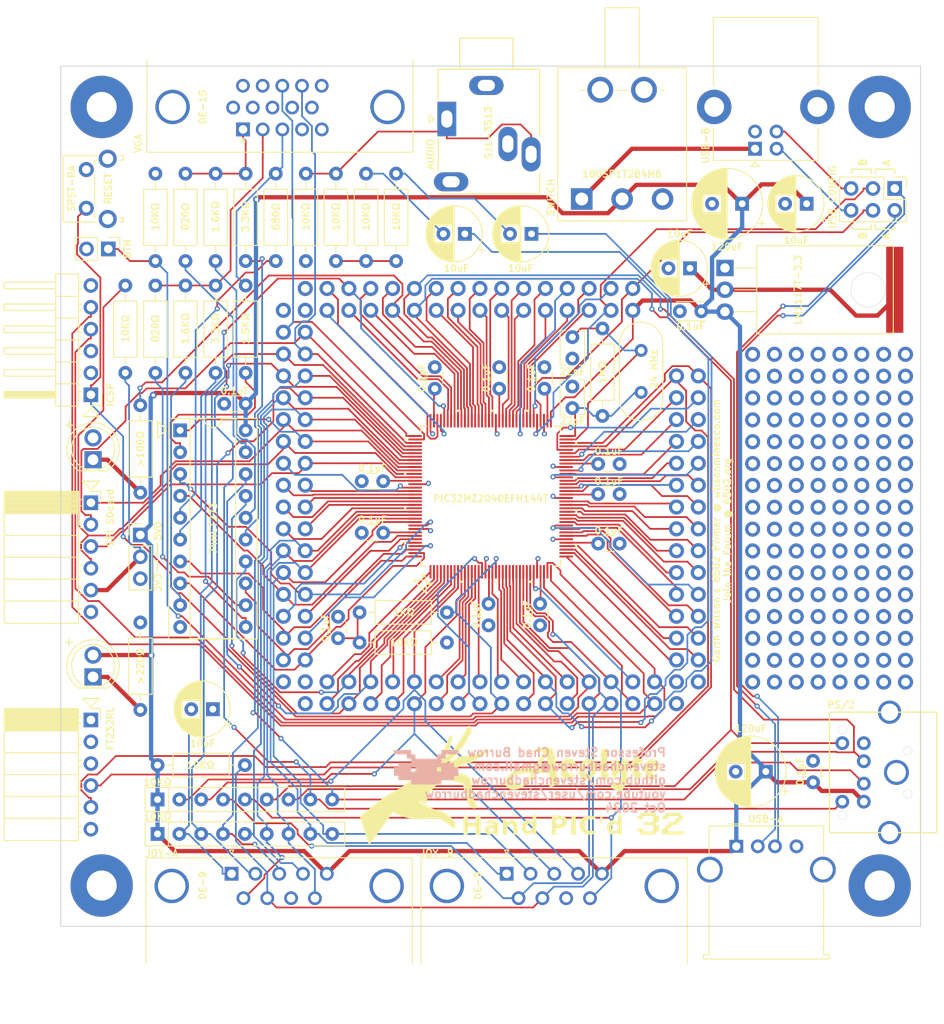
<source format=kicad_pcb>
(kicad_pcb (version 20221018) (generator pcbnew)
  (layers (0 "F.Cu" signal) (1 "In1.Cu" signal) (2 "In2.Cu" signal) (31 "B.Cu" signal) (34 "B.Paste" user) (35 "F.Paste" user) (36 "B.SilkS" user "B.Silkscreen") (37 "F.SilkS" user "F.Silkscreen") (38 "B.Mask" user) (39 "F.Mask" user) (44 "Edge.Cuts" user))
  (net 0 "")
  (net 1 "GND")
  (net 2 "+3V3")
  (net 3 "/Pin1")
  (net 4 "/Pin2")
  (net 5 "Pin71")
  (net 6 "Pin24")
  (net 7 "/Pin6")
  (net 8 "Net-(D2-K)")
  (net 10 "AUDIO-NEG-B")
  (net 11 "Pin23")
  (net 12 "/Pin11")
  (net 13 "/Pin12")
  (net 14 "/Pin13")
  (net 15 "/Pin14")
  (net 16 "/Pin15")
  (net 17 "/Pin16")
  (net 18 "/Pin21")
  (net 19 "/Pin22")
  (net 20 "AUDIO-NEG-A")
  (net 21 "/Pin25")
  (net 22 "/Pin26")
  (net 24 "Pin113")
  (net 25 "Pin98")
  (net 26 "Pin112")
  (net 27 "Pin114")
  (net 28 "/Pin31")
  (net 29 "/Pin46")
  (net 30 "/Pin34")
  (net 31 "Pin115")
  (net 32 "Pin116")
  (net 33 "/Pin45")
  (net 34 "/Pin44")
  (net 35 "/Pin43")
  (net 36 "/Pin40")
  (net 37 "/Pin39")
  (net 38 "/Pin38")
  (net 39 "/Pin37")
  (net 40 "/Pin56")
  (net 41 "Pin117")
  (net 42 "Pin131")
  (net 43 "Pin30")
  (net 44 "/Pin50")
  (net 45 "/Pin49")
  (net 46 "/Pin48")
  (net 47 "/Pin47")
  (net 48 "/Pin66")
  (net 49 "/Pin65")
  (net 50 "/Pin62")
  (net 51 "/Pin61")
  (net 52 "/Pin60")
  (net 53 "/Pin59")
  (net 54 "/Pin58")
  (net 55 "/Pin57")
  (net 56 "Pin132")
  (net 57 "SPI-POWER")
  (net 58 "Pin110")
  (net 59 "Pin111")
  (net 60 "Pin70")
  (net 61 "Pin69")
  (net 62 "/Pin68")
  (net 63 "/Pin67")
  (net 64 "Pin76")
  (net 65 "/Pin78")
  (net 66 "/Pin79")
  (net 67 "/Pin80")
  (net 68 "/Pin81")
  (net 69 "/Pin82")
  (net 70 "/Pin83")
  (net 71 "/Pin84")
  (net 72 "/Pin85")
  (net 73 "/Pin86")
  (net 74 "/Pin87")
  (net 75 "/Pin90")
  (net 76 "/Pin91")
  (net 77 "/Pin92")
  (net 78 "/Pin93")
  (net 79 "/Pin94")
  (net 80 "/Pin95")
  (net 81 "/Pin96")
  (net 82 "Pin77")
  (net 83 "Pin133")
  (net 84 "/Pin100")
  (net 85 "/Pin101")
  (net 86 "/Pin102")
  (net 87 "/Pin103")
  (net 88 "Pin134")
  (net 89 "/Pin105")
  (net 90 "/Pin106")
  (net 91 "Pin10")
  (net 92 "Pin9")
  (net 93 "Pin28")
  (net 94 "Pin29")
  (net 95 "Pin36")
  (net 96 "Pin35")
  (net 97 "Pin120")
  (net 98 "Pin121")
  (net 99 "Pin109")
  (net 100 "Pin118")
  (net 101 "AUDIO-COMBINED")
  (net 102 "Pin72")
  (net 103 "/Pin130")
  (net 104 "/Pin129")
  (net 105 "/Pin128")
  (net 106 "/Pin127")
  (net 107 "/Pin126")
  (net 108 "/Pin125")
  (net 109 "/Pin124")
  (net 110 "Pin3")
  (net 111 "Pin4")
  (net 112 "/Pin141")
  (net 113 "/Pin140")
  (net 114 "/Pin139")
  (net 115 "Pin5")
  (net 116 "Pin104")
  (net 117 "Pin119")
  (net 118 "Pin135")
  (net 119 "Pin20")
  (net 120 "Pin138")
  (net 121 "Pin144")
  (net 122 "+5V")
  (net 123 "Pin143")
  (net 124 "Pin142")
  (net 125 "MCLR-PU")
  (net 126 "AUDIO-OUT")
  (net 127 "RED")
  (net 128 "GREEN")
  (net 129 "BLUE")
  (net 135 "Net-(D1-K)")
  (net 137 "USB-POWER")
  (net 138 "USB-B-D-")
  (net 139 "USB-B-D+")
  (net 140 "Pin97")
  (net 142 "Pin99")
  (net 143 "Pin27")
  (net 144 "/Pin19")
  (net 145 "/Pin53")
  (net 146 "/Pin52")
  (net 147 "/Pin51")
  (net 148 "USB-A-D-")
  (net 149 "USB-A-D+")
  (net 151 "BLUE-B")
  (net 152 "BLUE-A")
  (net 153 "GREEN-C")
  (net 154 "GREEN-B")
  (net 155 "GREEN-A")
  (net 156 "RED-C")
  (net 157 "RED-B")
  (net 158 "RED-A")
  (net 159 "/Pin7")
  (net 160 "/Pin8")
  (footprint "HandPICd32:TestPointStdTHT" (layer "F.Cu") (at 143.17 83.5)
    (fp_text reference "TP234" hide)
    (fp_text value "TestPoint" hide)
  )
  (footprint "Capacitor_THT:CP_Radial_D8.0mm_P3.50mm" (layer "F.Cu") (at 129.25 66 180)
    (fp_text reference "C20" hide)
    (fp_text value "C_Polarized_Small_US" hide)
  )
  (footprint "HandPICd32:TestPointStdTHT" (layer "F.Cu") (at 121.61 116.49 90)
    (fp_text reference "TP37" hide)
    (fp_text value "TestPoint" hide)
  )
  (footprint "Capacitor_THT:C_Disc_D3.0mm_W1.6mm_P2.50mm" (layer "F.Cu") (at 82.25 114 -90)
    (fp_text reference "C11" hide)
    (fp_text value "C_Small" hide)
  )
  (footprint "HandPICd32:TestPointStdTHT" (layer "F.Cu") (at 138.09 98.74)
    (fp_text reference "TP212" hide)
    (fp_text value "TestPoint" hide)
  )
  (footprint "HandPICd32:TestPointStdTHT" (layer "F.Cu") (at 75.89 88.55 180)
    (fp_text reference "TP93" hide)
    (fp_text value "TestPoint" hide)
  )
  (footprint "HandPICd32:TestPointStdTHT" (layer "F.Cu") (at 133.01 119.06)
    (fp_text reference "TP175" hide)
    (fp_text value "TestPoint" hide)
  )
  (footprint "HandPICd32:TestPointStdTHT" (layer "F.Cu") (at 108.91 75.85 90)
    (fp_text reference "TP69" hide)
    (fp_text value "TestPoint" hide)
  )
  (footprint "HandPICd32:TestPointStdTHT" (layer "F.Cu") (at 135.55 96.2)
    (fp_text reference "TP196" hide)
    (fp_text value "TestPoint" hide)
  )
  (footprint "HandPICd32:TestPointStdTHT" (layer "F.Cu") (at 108.91 124.11 90)
    (fp_text reference "TP22" hide)
    (fp_text value "TestPoint" hide)
  )
  (footprint "Resistor_THT:R_Axial_DIN0207_L6.3mm_D2.5mm_P10.16mm_Horizontal" (layer "F.Cu") (at 71.5 75.5 -90)
    (fp_text reference "R3" hide)
    (fp_text value "R_US" hide)
  )
  (footprint "Capacitor_THT:C_Disc_D3.8mm_W2.6mm_P2.50mm" (layer "F.Cu") (at 109.5 81.5 -90)
    (fp_text reference "C12" hide)
    (fp_text value "C" hide)
  )
  (footprint "HandPICd32:TestPointStdTHT" (layer "F.Cu") (at 135.55 98.74)
    (fp_text reference "TP185" hide)
    (fp_text value "TestPoint" hide)
  )
  (footprint "HandPICd32:TestPointStdTHT" (layer "F.Cu") (at 113.99 121.57 90)
    (fp_text reference "TP26" hide)
    (fp_text value "TestPoint" hide)
  )
  (footprint "HandPICd32:TestPointStdTHT" (layer "F.Cu") (at 138.09 96.2)
    (fp_text reference "TP211" hide)
    (fp_text value "TestPoint" hide)
  )
  (footprint "HandPICd32:TestPointStdTHT" (layer "F.Cu") (at 145.71 106.36)
    (fp_text reference "TP257" hide)
    (fp_text value "TestPoint" hide)
  )
  (footprint "HandPICd32:TestPointStdTHT" (layer "F.Cu") (at 106.37 78.39 90)
    (fp_text reference "TP70" hide)
    (fp_text value "TestPoint" hide)
  )
  (footprint "HandPICd32:TestPointStdTHT" (layer "F.Cu") (at 124.15 86.01 90)
    (fp_text reference "TP60" hide)
    (fp_text value "TestPoint" hide)
  )
  (footprint "HandPICd32:TestPointStdTHT" (layer "F.Cu") (at 143.17 101.28)
    (fp_text reference "TP241" hide)
    (fp_text value "TestPoint" hide)
  )
  (footprint "HandPICd32:TestPointStdTHT" (layer "F.Cu") (at 140.63 103.82)
    (fp_text reference "TP226" hide)
    (fp_text value "TestPoint" hide)
  )
  (footprint "HandPICd32:TestPointStdTHT" (layer "F.Cu") (at 148.25 96.2)
    (fp_text reference "TP263" hide)
    (fp_text value "TestPoint" hide)
  )
  (footprint "HandPICd32:TestPointStdTHT" (layer "F.Cu") (at 96.21 121.57 90)
    (fp_text reference "TP13" hide)
    (fp_text value "TestPoint" hide)
  )
  (footprint "HandPICd32:TestPointStdTHT" (layer "F.Cu") (at 130.47 111.44)
    (fp_text reference "TP160" hide)
    (fp_text value "TestPoint" hide)
  )
  (footprint "Capacitor_THT:C_Disc_D3.0mm_W1.6mm_P2.50mm" (layer "F.Cu") (at 115 105.5 180)
    (fp_text reference "C1" hide)
    (fp_text value "C_Small" hide)
  )
  (footprint "HandPICd32:TestPointStdTHT" (layer "F.Cu") (at 103.83 121.57 90)
    (fp_text reference "TP17" hide)
    (fp_text value "TestPoint" hide)
  )
  (footprint "HandPICd32:TestPointStdTHT" (layer "F.Cu") (at 124.15 116.49 90)
    (fp_text reference "TP36" hide)
    (fp_text value "TestPoint" hide)
  )
  (footprint "HandPICd32:TestPointStdTHT" (layer "F.Cu") (at 133.01 106.36)
    (fp_text reference "TP170" hide)
    (fp_text value "TestPoint" hide)
  )
  (footprint "HandPICd32:TestPointStdTHT" (layer "F.Cu") (at 133.01 93.66)
    (fp_text reference "TP182" hide)
    (fp_text value "TestPoint" hide)
  )
  (footprint "HandPICd32:TestPointStdTHT" (layer "F.Cu") (at 135.55 106.36)
    (fp_text reference "TP199" hide)
    (fp_text value "TestPoint" hide)
  )
  (footprint "HandPICd32:TestPointStdTHT" (layer "F.Cu") (at 143.17 111.44)
    (fp_text reference "TP245" hide)
    (fp_text value "TestPoint" hide)
  )
  (footprint "HandPICd32:TestPointStdTHT" (layer "F.Cu") (at 93.67 121.57 90)
    (fp_text reference "TP11" hide)
    (fp_text value "TestPoint" hide)
  )
  (footprint "JustPIC:ScrewHole-4-40" (layer "F.Cu") (at 145.25 54.75)
    (fp_text reference "TP134" hide)
    (fp_text value "TestPoint" hide)
  )
  (footprint "HandPICd32:TestPointStdTHT" (layer "F.Cu") (at 140.63 93.66)
    (fp_text reference "TP222" hide)
    (fp_text value "TestPoint" hide)
  )
  (footprint "HandPICd32:PublicPixel32" (layer "F.Cu") (at 119.930143 139.446041)
    (fp_text reference "G103" hide)
    (fp_text value "LOGO" hide)
  )
  (footprint "HandPICd32:TestPointStdTHT" (layer "F.Cu") (at 138.09 93.66)
    (fp_text reference "TP210" hide)
    (fp_text value "TestPoint" hide)
  )
  (footprint "Resistor_THT:R_Axial_DIN0207_L6.3mm_D2.5mm_P10.16mm_Horizontal" (layer "F.Cu") (at 64.5 75.5 -90)
    (fp_text reference "R6" hide)
    (fp_text value "R_US" hide)
  )
  (footprint "HandPICd32:TestPointStdTHT" (layer "F.Cu") (at 121.61 119.03 90)
    (fp_text reference "TP39" hide)
    (fp_text value "TestPoint" hide)
  )
  (footprint "HandPICd32:TestPointStdTHT" (layer "F.Cu") (at 121.61 91.09 90)
    (fp_text reference "TP49" hide)
    (fp_text value "TestPoint" hide)
  )
  (footprint "HandPICd32:TestPointStdTHT" (layer "F.Cu") (at 135.55 86.04)
    (fp_text reference "TP192" hide)
    (fp_text value "TestPoint" hide)
  )
  (footprint "HandPICd32:TestPointStdTHT" (layer "F.Cu") (at 130.47 106.36)
    (fp_text reference "TP158" hide)
    (fp_text value "TestPoint" hide)
  )
  (footprint "Resistor_THT:R_Axial_DIN0207_L6.3mm_D2.5mm_P10.16mm_Horizontal" (layer "F.Cu") (at 84.75 117)
    (fp_text reference "R22" hide)
    (fp_text value "R_US" hide)
  )
  (footprint "HandPICd32:TestPointStdTHT" (layer "F.Cu") (at 138.09 88.58)
    (fp_text reference "TP208" hide)
    (fp_text value "TestPoint" hide)
  )
  (footprint "HandPICd32:TestPointStdTHT" (layer "F.Cu") (at 138.09 83.5)
    (fp_text reference "TP206" hide)
    (fp_text value "TestPoint" hide)
  )
  (footprint "HandPICd32:TestPointStdTHT" (layer "F.Cu") (at 143.17 98.74)
    (fp_text reference "TP240" hide)
    (fp_text value "TestPoint" hide)
  )
  (footprint "Capacitor_THT:C_Disc_D3.0mm_W1.6mm_P2.50mm" (layer "F.Cu") (at 85 98.25)
    (fp_text reference "C7" hide)
    (fp_text value "C_Small" hide)
  )
  (footprint "Resistor_THT:R_Axial_DIN0207_L6.3mm_D2.5mm_P10.16mm_Horizontal" (layer "F.Cu") (at 78.5 72.66 90)
    (fp_text reference "R12" hide)
    (fp_text value "R_US" hide)
  )
  (footprint "HandPICd32:TestPointStdTHT" (layer "F.Cu") (at 145.71 103.82)
    (fp_text reference "TP256" hide)
    (fp_text value "TestPoint" hide)
  )
  (footprint "HandPICd32:TestPointStdTHT" (layer "F.Cu") (at 148.25 106.36)
    (fp_text reference "TP267" hide)
    (fp_text value "TestPoint" hide)
  )
  (footprint "Resistor_THT:R_Axial_DIN0207_L6.3mm_D2.5mm_P10.16mm_Horizontal" (layer "F.Cu") (at 61 72.66 90)
    (fp_text reference "R18" hide)
    (fp_text value "R_US" hide)
  )
  (footprint "HandPICd32:HandPickedTitle" (layer "F.Cu") (at 106 138.75)
    (fp_text reference "G102" hide)
    (fp_text value "LOGO" hide)
  )
  (footprint "HandPICd32:TestPointStdTHT" (layer "F.Cu") (at 75.89 78.39 90)
    (fp_text reference "TP132" hide)
    (fp_text value "TestPoint" hide)
  )
  (footprint "HandPICd32:TestPointStdTHT" (layer "F.Cu") (at 148.25 98.74)
    (fp_text reference "TP264" hide)
    (fp_text value "TestPoint" hide)
  )
  (footprint "HandPICd32:TestPointStdTHT" (layer "F.Cu") (at 91.13 121.57 90)
    (fp_text reference "TP9" hide)
    (fp_text value "TestPoint" hide)
  )
  (footprint "HandPICd32:CustomLED" (layer "F.Cu") (at 53.75 95.75 90)
    (fp_text reference "D2" hide)
    (fp_text value "LED" hide)
  )
  (footprint "HandPICd32:TestPointStdTHT" (layer "F.Cu") (at 148.25 121.6)
    (fp_text reference "TP273" hide)
    (fp_text value "TestPoint" hide)
  )
  (footprint "HandPICd32:TestPointStdTHT" (layer "F.Cu") (at 78.43 96.17 180)
    (fp_text reference "TP101" hide)
    (fp_text value "TestPoint" hide)
  )
  (footprint "Capacitor_THT:CP_Radial_D8.0mm_P3.50mm" (layer "F.Cu") (at 132 132 180)
    (fp_text reference "C14" hide)
    (fp_text value "C_Polarized_Small_US" hide)
  )
  (footprint "Capacitor_THT:C_Disc_D3.0mm_W1.6mm_P2.50mm" (layer "F.Cu") (at 69 89.25)
    (fp_text reference "C18" hide)
    (fp_text value "C_Small" hide)
  )
  (footprint "HandPICd32:TestPointStdTHT" (layer "F.Cu") (at 135.55 121.6)
    (fp_text reference "TP191" hide)
    (fp_text value "TestPoint" hide)
  )
  (footprint "HandPICd32:TestPointStdTHT" (layer "F.Cu") (at 116.53 124.11 90)
    (fp_text reference "TP30" hide)
    (fp_text value "TestPoint" hide)
  )
  (footprint "HandPICd32:TestPointStdTHT" (layer "F.Cu") (at 101.29 75.85 90)
    (fp_text reference "TP75" hide)
    (fp_text value "TestPoint" hide)
  )
  (footprint "HandPICd32:TestPointStdTHT" (layer "F.Cu") (at 121.61 121.57)
    (fp_text reference "TP128" hide)
    (fp_text value "TestPoint" hide)
  )
  (footprint "HandPICd32:TestPointStdTHT" (layer "F.Cu") (at 148.25 86.04)
    (fp_text reference "TP278" hide)
    (fp_text value "TestPoint" hide)
  )
  (footprint "HandPICd32:TestPointStdTHT" (layer "F.Cu") (at 138.09 111.44)
    (fp_text reference "TP202" hide)
    (fp_text value "TestPoint" hide)
  )
  (footprint "Connector_PinHeader_2.54mm:PinHeader_1x03_P2.54mm_Vertical" (layer "F.Cu") (at 59.25 104.5)
    (fp_text reference "J3" hide)
    (fp_text value "Conn_01x03" hide)
  )
  (footprint "HandPICd32:TestPointStdTHT" (layer "F.Cu") (at 145.71 83.5)
    (fp_text reference "TP248" hide)
    (fp_text value "TestPoint" hide)
  )
  (footprint "Resistor_THT:R_Axial_DIN0207_L6.3mm_D2.5mm_P10.16mm_Horizontal" (layer "F.Cu") (at 64.5 62.5 -90)
    (fp_text reference "R10" hide)
    (fp_text value "R_US" hide)
  )
  (footprint "HandPICd32:SPDT-100SP1T2B4M6QE" (layer "F.Cu") (at 115.29 65.45 180)
    (fp_text reference "SW1" hide)
    (fp_text value "SW_SPDT" hide)
  )
  (footprint "Capacitor_THT:C_Disc_D3.0mm_W1.6mm_P2.50mm" (layer "F.Cu") (at 115 99.75 180)
    (fp_text reference "C4" hide)
    (fp_text value "C_Small" hide)
  )
  (footprint "HandPICd32:TestPointStdTHT" (layer "F.Cu") (at 106.37 75.85 90)
    (fp_text reference "TP71" hide)
    (fp_text value "TestPoint" hide)
  )
  (footprint "HandPICd32:TestPointStdTHT" (layer "F.Cu") (at 143.17 106.36)
    (fp_text reference "TP243" hide)
    (fp_text value "TestPoint" hide)
  )
  (footprint "Resistor_THT:R_Axial_DIN0207_L6.3mm_D2.5mm_P10.16mm_Horizontal" (layer "F.Cu") (at 113 80.5 -90)
    (fp_text reference "R11" hide)
    (fp_text value "R_US" hide)
  )
  (footprint "Connector_Dsub:DSUB-9_Male_Horizontal_P2.77x2.84mm_EdgePinOffset7.70mm_Housed_MountingHolesOffset9.12mm" (layer "F.Cu") (at 69.86 143.88)
    (fp_text reference "J2" hide)
    (fp_text value "DE9_Plug" hide)
  )
  (footprint "HandPICd32:CustomLED" (layer "F.Cu") (at 53.75 121 90)
    (fp_text reference "D1" hide)
    (fp_text value "LED" hide)
  )
  (footprint "HandPICd32:TestPointStdTHT" (layer "F.Cu") (at 78.43 78.39)
    (fp_text reference "TP58" hide)
    (fp_text value "TestPoint" hide)
  )
  (footprint "HandPICd32:TestPointStdTHT" (layer "F.Cu") (at 78.43 75.85 90)
    (fp_text reference "TP137" hide)
    (fp_text value "TestPoint" hide)
  )
  (footprint "HandPICd32:TestPointStdTHT" (layer "F.Cu") (at 83.51 124.11 90)
    (fp_text reference "TP4" hide)
    (fp_text value "TestPoint" hide)
  )
  (footprint "HandPICd32:TestPointStdTHT" (layer "F.Cu") (at 133.01 121.6)
    (fp_text reference "TP176" hide)
    (fp_text value "TestPoint" hide)
  )
  (footprint "HandPICd32:TestPointStdTHT" (layer "F.Cu") (at 145.71 101.28)
    (fp_text reference "TP255" hide)
    (fp_text value "TestPoint" hide)
  )
  (footprint "HandPICd32:TestPointStdTHT" (layer "F.Cu") (at 111.45 78.39 90)
    (fp_text reference "TP66" hide)
    (fp_text value "TestPoint" hide)
  )
  (footprint "Capacitor_THT:CP_Radial_D6.3mm_P2.50mm" (layer "F.Cu") (at 123.1824 73.5 180)
    (fp_text reference "C22" hide)
    (fp_text value "C_Polarized_Small_US" hide)
  )
  (footprint "HandPICd32:TestPointStdTHT" (layer "F.Cu") (at 121.61 106.33 90)
    (fp_text reference "TP45" hide)
    (fp_text value "TestPoint" hide)
  )
  (footprint "HandPICd32:TestPointStdTHT" (layer "F.Cu") (at 80.97 124.11 90)
    (fp_text reference "TP2" hide)
    (fp_text value "TestPoint" hide)
  )
  (footprint "HandPICd32:TestPointStdTHT" (layer "F.Cu") (at 143.17 88.58)
    (fp_text reference "TP236" hide)
    (fp_text value "TestPoint" hide)
  )
  (footprint "HandPICd32:TestPointStdTHT" (layer "F.Cu") (at 106.37 121.57 90)
    (fp_text reference "TP19" hide)
    (fp_text value "TestPoint" hide)
  )
  (footprint "HandPICd32:TestPointStdTHT" (layer "F.Cu") (at 143.17 121.6)
    (fp_text reference "TP233" hide)
    (fp_text value "TestPoint" hide)
  )
  (footprint "HandPICd32:TestPointStdTHT" (layer "F.Cu") (at 133.01 88.58)
    (fp_text reference "TP180" hide)
    (fp_text value "TestPoint" hide)
  )
  (footprint "Capacitor_THT:C_Disc_D3.0mm_W1.6mm_P2.50mm" (layer "F.Cu") (at 106.25 85 -90)
    (fp_text reference "C10" hide)
    (fp_text value "C_Small" hide)
  )
  (footprint "HandPICd32:TestPointStdTHT" (layer "F.Cu") (at 130.47 93.66)
    (fp_text reference "TP167" hide)
    (fp_text value "TestPoint" hide)
  )
  (footprint "HandPICd32:TestPointStdTHT" (layer "F.Cu") (at 124.15 108.87 90)
    (fp_text reference "TP46" hide)
    (fp_text value "TestPoint" hide)
  )
  (footprint "HandPICd32:TestPointStdTHT" (layer "F.Cu") (at 138.09 108.9)
    (fp_text reference "TP201" hide)
    (fp_text value "TestPoint" hide)
  )
  (footprint "HandPICd32:TestPointStdTHT" (layer "F.Cu") (at 138.09 121.6)
    (fp_text reference "TP215" hide)
    (fp_text value "TestPoint" hide)
  )
  (footprint "HandPICd32:TestPointStdTHT" (layer "F.Cu") (at 78.43 98.71 180)
    (fp_text reference "TP110" hide)
    (fp_text value "TestPoint" hide)
  )
  (footprint "HandPICd32:TestPointStdTHT" (layer "F.Cu") (at 148.25 93.66)
    (fp_text reference "TP262" hide)
    (fp_text value "TestPoint" hide)
  )
  (footprint "HandPICd32:TestPointStdTHT" (layer "F.Cu") (at 98.75 78.39 90)
    (fp_text reference "TP76" hide)
    (fp_text value "TestPoint" hide)
  )
  (footprint "HandPICd32:TestPointStdTHT" (layer "F.Cu") (at 75.89 119.03 180)
    (fp_text reference "TP122" hide)
    (fp_text value "TestPoint" hide)
  )
  (footprint "Resistor_THT:R_Axial_DIN0207_L6.3mm_D2.5mm_P10.16mm_Horizontal" (layer "F.Cu") (at 82 62.5 -90)
    (fp_text reference "R13" hide)
    (fp_text value "R_US" hide)
  )
  (footprint "HandPICd32:TestPointStdTHT" (layer "F.Cu") (at 121.61 113.95 90)
    (fp_text reference "TP35" hide)
    (fp_text value "TestPoint" hide)
  )
  (footprint "HandPICd32:TestPointStdTHT" (layer "F.Cu") (at 140.63 111.44)
    (fp_text reference "TP219" hide)
    (fp_text value "TestPoint" hide)
  )
  (footprint "HandPICd32:TestPointStdTHT" (layer "F.Cu") (at 121.61 103.79 90)
    (fp_text reference "TP43" hide)
    (fp_text value "TestPoint" hide)
  )
  (footprint "HandPICd32:TestPointStdTHT" (layer "F.Cu") (at 124.15 111.41 90)
    (fp_text reference "TP29" hide)
    (fp_text value "TestPoint" hide)
  )
  (footprint "HandPICd32:TestPointStdTHT" (layer "F.Cu") (at 124.15 106.33 90)
    (fp_text reference "TP44" hide)
    (fp_text value "TestPoint" hide)
  )
  (footprint "HandPICd32:TestPointStdTHT" (layer "F.Cu") (at 140.63 116.52)
    (fp_text reference "TP229" hide)
    (fp_text value "TestPoint" hide)
  )
  (footprint "HandPICd32:TestPointStdTHT" (layer "F.Cu") (at 130.47 101.28)
    (fp_text reference "TP156" hide)
    (fp_text value "TestPoint" hide)
  )
  (footprint "HandPICd32:TestPointStdTHT" (layer "F.Cu") (at 121.61 96.17 90)
    (fp_text reference "TP53" hide)
    (fp_text value "TestPoint" hide)
  )
  (footprint "HandPICd32:TestPointStdTHT" (layer "F.Cu") (at 75.89 93.63 180)
    (fp_text reference "TP102" hide)
    (fp_text value "TestPoint" hide)
  )
  (footprint "HandPICd32:TestPointStdTHT" (layer "F.Cu") (at 91.13 124.11 90)
    (fp_text reference "TP10" hide)
    (fp_text value "TestPoint" hide)
  )
  (footprint "HandPICd32:TestPointStdTHT" (layer "F.Cu") (at 75.89 108.87 180)
    (fp_text reference "TP116" hide)
    (fp_text value "TestPoint" hide)
  )
  (footprint "HandPICd32:TestPointStdTHT" (layer "F.Cu") (at 78.43 101.25 180)
    (fp_text reference "TP108" hide)
    (fp_text value "TestPoint" hide)
  )
  (footprint "HandPICd32:TestPointStdTHT" (layer "F.Cu") (at 130.47 113.98)
    (fp_text reference "TP161" hide)
    (fp_text value "TestPoint" hide)
  )
  (footprint "Resistor_THT:R_Axial_DIN0207_L6.3mm_D2.5mm_P10.16mm_Horizontal" (layer "F.Cu") (at 89 72.66 90)
    (fp_text reference "R15" hide)
    (fp_text value "R_US" hide)
  )
  (footprint "HandPICd32:TestPointStdTHT" (layer "F.Cu") (at 135.55 91.12)
    (fp_text reference "TP194" hide)
    (fp_text value "TestPoint" hide)
  )
  (footprint "HandPICd32:TestPointStdTHT" (layer "F.Cu") (at 124.15 103.79 90)
    (fp_text reference "TP42" hide)
    (fp_text value "TestPoint" hide)
  )
  (footprint "HandPICd32:TestPointStdTHT" (layer "F.Cu") (at 121.61 88.55 90)
    (fp_text reference "TP63" hide)
    (fp_text value "TestPoint" hide)
  )
  (footprint "Resistor_THT:R_Axial_DIN0207_L6.3mm_D2.5mm_P10.16mm_Horizontal" (layer "F.Cu") (at 85.5 72.66 90)
    (fp_text reference "R14" hide)
    (fp_text value "R_US" hide)
  )
  (footprint "HandPICd32:TestPointStdTHT" (layer "F.Cu") (at 145.71 91.12)
    (fp_text reference "TP251" hide)
    (fp_text value "TestPoint" hide)
  )
  (footprint "HandPICd32:TestPointStdTHT" (layer "F.Cu") (at 130.47 88.58)
    (fp_text reference "TP165" hide)
    (fp_text value "TestPoint" hide)
  )
  (footprint "HandPICd32:TestPointStdTHT" (layer "F.Cu") (at 113.99 124.11 90)
    (fp_text reference "TP27" hide)
    (fp_text value "TestPoint" hide)
  )
  (footprint "HandPICd32:TestPointStdTHT" (layer "F.Cu") (at 124.15 91.09 90)
    (fp_text reference "TP48" hide)
    (fp_text value "TestPoint" hide)
  )
  (footprint "HandPICd32:TestPointStdTHT" (layer "F.Cu") (at 116.53 121.57 90)
    (fp_text reference "TP28" hide)
    (fp_text value "TestPoint" hide)
  )
  (footprint "HandPICd32:TestPointStdTHT" (layer "F.Cu") (at 121.61 98.71 90)
    (fp_text reference "TP55" hide)
    (fp_text value "TestPoint" hide)
  )
  (footprint "HandPICd32:TestPointStdTHT" (layer "F.Cu") (at 138.09 86.04)
    (fp_text reference "TP207" hide)
    (fp_text value "TestPoint" hide)
  )
  (footprint "HandPICd32:TestPointStdTHT" (layer "F.Cu") (at 133.01 111.44)
    (fp_text reference "TP172" hide)
    (fp_text value "TestPoint" hide)
  )
  (footprint "HandPICd32:TestPointStdTHT" (layer "F.Cu") (at 91.13 75.85 90)
    (fp_text reference "TP83" hide)
    (fp_text value "TestPoint" hide)
  )
  (footprint "HandPICd32:TestPointStdTHT" (layer "F.Cu") (at 124.15 113.95 90)
    (fp_text reference "TP34" hide)
    (fp_text value "TestPoint" hide)
  )
  (footprint "HandPICd32:TestPointStdTHT" (layer "F.Cu") (at 135.55 103.82)
    (fp_text reference "TP198" hide)
    (fp_text value "TestPoint" hide)
  )
  (footprint "HandPICd32:TestPointStdTHT" (layer "F.Cu") (at 93.67 75.85 90)
    (fp_text reference "TP81" hide)
    (fp_text value "TestPoint" hide)
  )
  (footprint "JustPIC:ScrewHole-4-40" (layer "F.Cu") (at 54.75 54.75)
    (fp_text reference "TP133" hide)
    (fp_text value "TestPoint" hide)
  )
  (footprint "Capacitor_THT:C_Disc_D3.0mm_W1.6mm_P2.50mm" (layer "F.Cu") (at 85 104.25)
    (fp_text reference "C6" hide)
    (fp_text value "C_Small" hide)
  )
  (footprint "HandPICd32:TestPointStdTHT" (layer "F.Cu") (at 145.71 86.04)
    (fp_text reference "TP249" hide)
    (fp_text value "TestPoint" hide)
  )
  (footprint "HandPICd32:TestPointStdTHT" (layer "F.Cu") (at 124.15 93.63 90)
    (fp_text reference "TP50" hide)
    (fp_text value "TestPoint" hide)
  )
  (footprint "HandPICd32:TestPointStdTHT" (layer "F.Cu") (at 140.63 88.58)
    (fp_text reference "TP220" hide)
    (fp_text value "TestPoint" hide)
  )
  (footprint "HandPICd32:TestPointStdTHT" (layer "F.Cu") (at 75.89 103.79 180)
    (fp_text reference "TP105" hide)
    (fp_text value "TestPoint" hide)
  )
  (footprint "HandPICd32:TestPointStdTHT" (layer "F.Cu") (at 78.43 124.11 90)
    (fp_text reference "TP138" hide)
    (fp_text value "TestPoint" hide)
  )
  (footprint "HandPICd32:TestPointStdTHT" (layer "F.Cu") (at 135.55 111.44)
    (fp_text reference "TP187" hide)
    (fp_text value "TestPoint" hide)
  )
  (footprint "HandPICd32:TestPointStdTHT" (layer "F.Cu") (at 78.43 93.63 180)
    (fp_text reference "TP103" hide)
    (fp_text value "TestPoint" hide)
  )
  (footprint "HandPICd32:TestPointStdTHT" (layer "F.Cu") (at 135.55 88.58)
    (fp_text reference "TP193" hide)
    (fp_text value "TestPoint" hide)
  )
  (footprint "HandPICd32:TestPointStdTHT" (layer "F.Cu") (at 135.55 101.28)
    (fp_text reference "TP197" hide)
    (fp_text value "TestPoint" hide)
  )
  (footprint "Connector_PinHeader_2.54mm:PinHeader_1x02_P2.54mm_Vertical" (layer "F.Cu") (at 55.525 71.25 -90)
    (fp_text reference "J13" hide)
    (fp_text value "Conn_01x02" hide)
  )
  (footprint "HandPICd32:TestPointStdTHT" (layer "F.Cu") (at 101.29 121.57 90)
    (fp_text reference "TP25" hide)
    (fp_text value "TestPoint" hide)
  )
  (footprint "Capacitor_THT:C_Disc_D3.0mm_W1.6mm_P2.50mm" (layer "F.Cu") (at 105.75 115 90)
    (fp_text reference "C3" hide)
    (fp_text value "C_Small" hide)
  )
  (footprint "HandPICd32:TestPointStdTHT" (layer "F.Cu") (at 80.97 121.57 90)
    (fp_text reference "TP1" hide)
    (fp_text value "TestPoint" hide)
  )
  (footprint "HandPICd32:TestPointStdTHT" (layer "F.Cu") (at 111.45 124.11 90)
    (fp_text reference "TP24" hide)
    (fp_text value "TestPoint" hide)
  )
  (footprint "HandPICd32:TestPointStdTHT" (layer "F.Cu") (at 133.01 96.2)
    (fp_text reference "TP183" hide)
    (fp_text value "TestPoint" hide)
  )
  (footprint "HandPICd32:TestPointStdTHT" (layer "F.Cu") (at 143.17 96.2)
    (fp_text reference "TP239" hide)
    (fp_text value "TestPoint" hide)
  )
  (footprint "HandPICd32:TestPointStdTHT" (layer "F.Cu") (at 124.15 119.03 90)
    (fp_text reference "TP38" hide)
    (fp_text value "TestPoint" hide)
  )
  (footprint "HandPICd32:AcolyteTitle" (layer "F.Cu") (at 111 131.570196)
    (fp_text reference "G101" hide)
    (fp_text value "LOGO" hide)
  )
  (footprint "HandPICd32:TestPointStdTHT" (layer "F.Cu") (at 124.15 121.57 90)
    (fp_text reference "TP129" hide)
    (fp_text value "TestPoint" hide)
  )
  (footprint "HandPICd32:TestPointStdTHT" (layer "F.Cu") (at 96.21 124.11 90)
    (fp_text reference "TP14" hide)
    (fp_text value "TestPoint" hide)
  )
  (footprint "HandPICd32:TestPointStdTHT" (layer "F.Cu") (at 75.89 96.17 180)
    (fp_text reference "TP111" hide)
    (fp_text value "TestPoint" hide)
  )
  (footprint "HandPICd32:TestPointStdTHT" (layer "F.Cu") (at 130.47 108.9)
    (fp_text reference "TP159" hide)
    (fp_text value "TestPoint" hide)
  )
  (footprint "HandPICd32:TestPointStdTHT" (layer "F.Cu") (at 148.25 113.98)
    (fp_text reference "TP270" hide)
    (fp_text value "TestPoint" hide)
  )
  (footprint "HandPICd32:TestPointStdTHT" (layer "F.Cu") (at 96.21 75.85 90)
    (fp_text reference "TP79" hide)
    (fp_text value "TestPoint" hide)
  )
  (footprint "Connector_PinHeader_2.54mm:PinHeader_2x03_P2.54mm_Vertical" (layer "F.Cu") (at 147 64.225 -90)
    (fp_text reference "J11" hide)
    (fp_text value "Conn_02x03_Odd_Even" hide)
  )
  (footprint "HandPICd32:TestPointStdTHT" (layer "F.Cu") (at 138.09 106.36)
    (fp_text reference "TP214" hide)
    (fp_text value "TestPoint" hide)
  )
  (footprint "HandPICd32:TestPointStdTHT" (layer "F.Cu") (at 88.59 78.39 90)
    (fp_text reference "TP84" hide)
    (fp_text value "TestPoint" hide)
  )
  (footprint "HandPICd32:TestPointStdTHT" (layer "F.Cu") (at 86.05 78.39 90)
    (fp_text reference "TP86" hide)
    (fp_text value "TestPoint" hide)
  )
  (footprint "HandPICd32:TestPointStdTHT" (layer "F.Cu") (at 130.47 116.52)
    (fp_text reference "TP162" hide)
    (fp_text value "TestPoint" hide)
  )
  (footprint "HandPICd32:TestPointStdTHT" (layer "F.Cu") (at 148.25 119.06)
    (fp_text reference "TP272" hide)
    (fp_text value "TestPoint" hide)
  )
  (footprint "HandPICd32:TestPointStdTHT" (layer "F.Cu") (at 75.89 80.93 180)
    (fp_text reference "TP99" hide)
    (fp_text value "TestPoint" hide)
  )
  (footprint "HandPICd32:TestPointStdTHT" (layer "F.Cu") (at 75.89 83.47 180)
    (fp_text reference "TP97" hide)
    (fp_text value "TestPoint" hide)
  )
  (footprint "HandPICd32:TestPointStdTHT" (layer "F.Cu") (at 145.71 116.52)
    (fp_text reference "TP261" hide)
    (fp_text value "TestPoint" hide)
  )
  (footprint "Resistor_THT:R_Axial_DIN0207_L6.3mm_D2.5mm_P10.16mm_Horizontal" (layer "F.Cu") (at 71.5 62.5 -90)
    (fp_text reference "R8" hide)
    (fp_text value "R_US" hide)
  )
  (footprint "HandPICd32:TestPointStdTHT" (layer "F.Cu") (at 75.89 111.41 180)
    (fp_text reference "TP120" hide)
    (fp_text value "TestPoint" hide)
  )
  (footprint "HandPICd32:TestPointStdTHT" (layer "F.Cu") (at 133.01 103.82)
    (fp_text reference "TP169" hide)
    (fp_text value "TestPoint" hide)
  )
  (footprint "HandPICd32:TestPointStdTHT" (layer "F.Cu") (at 133.01 91.12)
    (fp_text reference "TP181" hide)
    (fp_text value "TestPoint" hide)
  )
  (footprint "HandPICd32:TestPointStdTHT" (layer "F.Cu") (at 148.25 91.12)
    (fp_text reference "TP276" hide)
    (fp_text value "TestPoint" hide)
  )
  (footprint "JustPIC:ScrewHole-4-40" (layer "F.Cu") (at 54.75 145.25)
    (fp_text reference "TP135" hide)
    (fp_text value "TestPoint" hide)
  )
  (footprint "HandPICd32:TestPointStdTHT" (layer "F.Cu") (at 116.53 78.39 90)
    (fp_text reference "TP56" hide)
    (fp_text value "TestPoint" hide)
  )
  (footprint "HandPICd32:TestPointStdTHT" (layer "F.Cu") (at 145.71 88.58)
    (fp_text reference "TP250" hide)
    (fp_text value "TestPoint" hide)
  )
  (footprint "HandPICd32:TestPointStdTHT" (layer "F.Cu") (at 145.71 108.9)
    (fp_text reference "TP258" hide)
    (fp_text value "TestPoint" hide)
  )
  (footprint "Capacitor_THT:C_Disc_D3.0mm_W1.6mm_P2.50mm" (layer "F.Cu") (at 115 96.25 180)
    (fp_text reference "C5" hide)
    (fp_text value "C_Small" hide)
  )
  (footprint "HandPICd32:TestPointStdTHT" (layer "F.Cu") (at 78.43 86.01 180)
    (fp_text reference "TP96" hide)
    (fp_text value "TestPoint" hide)
  )
  (footprint "HandPICd32:TestPointStdTHT" (layer "F.Cu") (at 130.47 98.74)
    (fp_text reference "TP155" hide)
    (fp_text value "TestPoint" hide)
  )
  (footprint "Resistor_THT:R_Axial_DIN0207_L6.3mm_D2.5mm_P10.16mm_Horizontal" (layer "F.Cu") (at 57.5 75.5 -90)
    (fp_text reference "R2" hide)
    (fp_text value "R_US" hide)
  )
  (footprint "HandPICd32:TestPointStdTHT" (layer "F.Cu") (at 140.63 96.2)
    (fp_text reference "TP223" hide)
    (fp_text value "TestPoint" hide)
  )
  (footprint "Resistor_THT:R_Axial_DIN0207_L6.3mm_D2.5mm_P10.16mm_Horizontal" (layer "F.Cu") (at 59.25 124.83 90)
    (fp_text reference "R17" hide)
    (fp_text value "R_US" hide)
  )
  (footprint "HandPICd32:TestPointStdTHT" (layer "F.Cu") (at 148.25 103.82)
    (fp_text reference "TP266" hide)
    (fp_text value "TestPoint" hide)
  )
  (footprint "HandPICd32:TestPointStdTHT" (layer "F.Cu") (at 86.05 75.85 90)
    (fp_text reference "TP87" hide)
    (fp_text value "TestPoint" hide)
  )
  (footprint "HandPICd32:TestPointStdTHT" (layer "F.Cu") (at 133.01 86.04)
    (fp_text reference "TP179" hide)
    (fp_text value "TestPoint" hide)
  )
  (footprint "Capacitor_THT:C_Disc_D3.0mm_W1.6mm_P2.50mm" (layer "F.Cu") (at 93.5 85 -90)
    (fp_text reference "C8" hide)
    (fp_text value "C_Small" hide)
  )
  (footprint "HandPICd32:TestPointStdTHT" (layer "F.Cu") (at 113.99 78.39 90)
    (fp_text reference "TP64" hide)
    (fp_text value "TestPoint" hide)
  )
  (footprint "HandPICd32:TestPointStdTHT" (layer "F.Cu") (at 138.09 91.12)
    (fp_text reference "TP209" hide)
    (fp_text value "TestPoint" hide)
  )
  (footprint "Capacitor_THT:CP_Radial_D6.3mm_P2.50mm" (layer "F.Cu") (at 97 69.5 180)
    (fp_text reference "C16" hide)
    (fp_text value "C_Polarized_Small_US" hide)
  )
  (footprint "HandPICd32:TestPointStdTHT" (layer "F.Cu") (at 148.25 111.44)
    (fp_text reference "TP269" hide)
    (fp_text value "TestPoint" hide)
  )
  (footprint "HandPICd32:TestPointStdTHT" (layer "F.Cu") (at 130.47 103.82)
    (fp_text reference "TP157" hide)
    (fp_text value "TestPoint" hide)
  )
  (footprint "HandPICd32:TestPointStdTHT" (layer "F.Cu") (at 78.43 91.09 180)
    (fp_text reference "TP92" hide)
    (fp_text value "TestPoint" hide)
  )
  (footprint "HandPICd32:HandPinching" (layer "F.Cu") (at 92.25 133.75)
    (fp_text reference "G100" hide)
    (fp_text value "LOGO" hide)
  )
  (footprint "HandPICd32:TestPointStdTHT" (layer "F.Cu") (at 135.55 108.9)
    (fp_text reference "TP186" hide)
    (fp_text value "TestPoint" hide)
  )
  (footprint "Resistor_THT:R_Axial_DIN0207_L6.3mm_D2.5mm_P10.16mm_Horizontal" (layer "F.Cu") (at 59.25 99.58 90)
    (fp_text reference "R19" hide)
    (fp_text value "R_US" hide)
  )
  (footprint "HandPICd32:TO-220-3_Horizontal_TabDown-custom" (layer "F.Cu") (at 127.25 73.46 -90)
    (fp_text reference "U4" hide)
    (fp_text value "LM1117T-3.3" hide)
    (fp_circle (center 2.55 -16.65) (end 4.55 -16.65) (stroke (width 0.05)) (fill none) (layer "Edge.Cuts"))
  )
  (footprint "HandPICd32:TestPointStdTHT" (layer "F.Cu") (at 145.71 113.98)
    (fp_text reference "TP260" hide)
    (fp_text value "TestPoint" hide)
  )
  (footprint "HandPICd32:TestPointStdTHT" (layer "F.Cu") (at 143.17 93.66)
    (fp_text reference "TP238" hide)
    (fp_text value "TestPoint" hide)
  )
  (footprint "HandPICd32:TestPointStdTHT" (layer "F.Cu") (at 130.47 83.5)
    (fp_text reference "TP150" hide)
    (fp_text value "TestPoint" hide)
  )
  (footprint "Capacitor_THT:C_Disc_D3.0mm_W2.0mm_P2.50mm" (layer "F.Cu") (at 122 78.5)
    (fp_text reference "C21" hide)
    (fp_text value "C_Small" hide)
  )
  (footprint "HandPICd32:TestPointStdTHT" (layer "F.Cu") (at 130.47 121.6)
    (fp_text reference "TP177" hide)
    (fp_text value "TestPoint" hide)
  )
  (footprint "HandPICd32:TestPointStdTHT" (layer "F.Cu") (at 83.51 75.85 90)
    (fp_text reference "TP89" hide)
    (fp_text value "TestPoint" hide)
  )
  (footprint "HandPICd32:TestPointStdTHT" (layer "F.Cu") (at 140.63 119.06)
    (fp_text reference "TP230" hide)
    (fp_text value "TestPoint" hide)
  )
  (footprint "Resistor_THT:R_Axial_DIN0207_L6.3mm_D2.5mm_P10.16mm_Horizontal" (layer "F.Cu") (at 61 75.5 -90)
    (fp_text reference "R7" hide)
    (fp_text value "R_US" hide)
  )
  (footprint "HandPICd32:TestPointStdTHT" (layer "F.Cu") (at 145.71 121.6)
    (fp_text reference "TP274" hide)
    (fp_text value "TestPoint" hide)
  )
  (footprint "HandPICd32:TQFP144_PH_MCH-M" (layer "F.Cu") (at 100 100 90)
    (fp_text reference "U1" hide)
    (fp_text value "PIC32MZ2048EFH144T-I/PH" hide)
  )
  (footprint "HandPICd32:TestPointStdTHT" (layer "F.Cu") (at 145.71 98.74)
    (fp_text reference "TP254" hide)
    (fp_text value "TestPoint" hide)
  )
  (footprint "HandPICd32:TestPointStdTHT" (layer "F.Cu") (at 78.43 80.93 180)
    (fp_text reference "TP100" hide)
    (fp_text value "TestPoint" hide)
  )
  (footprint "HandPICd32:TestPointStdTHT" (layer "F.Cu") (at 78.43 108.87 180)
    (fp_text reference "TP112" hide)
    (fp_text value "TestPoint" hide)
  )
  (footprint "HandPICd32:TestPointStdTHT" (layer "F.Cu") (at 148.25 101.28)
    (fp_text reference "TP265" hide)
    (fp_text value "TestPoint" hide)
  )
  (footprint "Resistor_THT:R_Axial_DIN0207_L6.3mm_D2.5mm_P10.16mm_Horizontal" (layer "F.Cu") (at 84.75 113.5)
    (fp_text reference "R1" hide)
    (fp_text value "R_US" hide)
  )
  (footprint "JustPIC:BIGJack_3.5mm_Ledino_KB3SPRS_Horizontal" (layer "F.Cu") (at 94.9 56.15 -90)
    (fp_text reference "J8" hide)
    (fp_text value "AudioJack3" hide)
  )
  (footprint "HandPICd32:TestPointStdTHT" (layer "F.Cu") (at 91.13 78.39 90)
    (fp_text reference "TP82" hide)
    (fp_text value "TestPoint" hide)
  )
  (footprint "HandPICd32:TestPointStdTHT" (layer "F.Cu") (at 133.01 113.98)
    (fp_text reference "TP173" hide)
    (fp_text value "TestPoint" hide)
  )
  (footprint "Capacitor_THT:CP_Radial_D6.3mm_P2.50mm" (layer "F.Cu") (at 67.6824 124.75 180)
    (fp_text reference "C23" hide)
    (fp_text value "C_Polarized_Small_US" hide)
  )
  (footprint "Resistor_THT:R_Array_SIP9" (layer "F.Cu") (at 61.25 139.25)
    (fp_text reference "RN2" hide)
    (fp_text value "R_Network08_US" hide)
  )
  (footprint "HandPICd32:TestPointStdTHT" (layer "F.Cu") (at 133.01 108.9)
    (fp_text reference "TP171" hide)
    (fp_text value "TestPoint" hide)
  )
  (footprint "HandPICd32:TestPointStdTHT" (layer "F.Cu") (at 78.43 106.33 180)
    (fp_text reference "TP114" hide)
    (fp_text value "TestPoint" hide)
  )
  (footprint "HandPICd32:TestPointStdTHT" (layer "F.Cu") (at 124.15 98.71 90)
    (fp_text reference "TP54" hide)
    (fp_text value "TestPoint" hide)
  )
  (footprint "Capacitor_THT:C_Disc_D3.0mm_W1.6mm_P2.50mm" (layer "F.Cu") (at 99.75 115 90)
    (fp_text reference "C2" hide)
    (fp_text value "C_Small" hide)
  )
  (footprint "HandPICd32:TestPointStdTHT" (layer "F.Cu") (at 133.01 101.28)
    (fp_text reference "TP168" hide)
    (fp_text value "TestPoint" hide)
  )
  (footprint "HandPICd32:TestPointStdTHT" (layer "F.Cu") (at 78.43 116.49 180)
    (fp_text reference "TP117" hide)
    (fp_text value "TestPoint" hide)
  )
  (footprint "HandPICd32:TestPointStdTHT" (layer "F.Cu") (at 148.25 116.52)
    (fp_text reference "TP271" hide)
    (fp_text value "TestPoint" hide)
  )
  (footprint "HandPICd32:TestPointStdTHT" (layer "F.Cu") (at 138.09 101.28)
    (fp_text reference "TP200" hide)
    (fp_text value "TestPoint" hide)
  )
  (footprint "HandPICd32:TestPointStdTHT" (layer "F.Cu") (at 140.63 98.74)
    (fp_text reference "TP224" hide)
    (fp_text value "TestPoint" hide)
  )
  (footprint "HandPICd32:TestPointStdTHT" (layer "F.Cu") (at 75.89 86.01 180)
    (fp_text reference "TP95" hide)
    (fp_text value "TestPoint" hide)
  )
  (footprint "HandPICd32:TestPointStdTHT" (layer "F.Cu") (at 135.55 116.52)
    (fp_text reference "TP189" hide)
    (fp_text value "TestPoint" hide)
  )
  (footprint "HandPICd32:TestPointStdTHT" (layer "F.Cu") (at 121.61 108.87 90)
    (fp_text reference "TP47" hide)
    (fp_text value "TestPoint" hide)
  )
  (footprint "Capacitor_THT:CP_Radial_D6.3mm_P2.50mm" (layer "F.Cu") (at 104.75 69.5 180)
    (fp_text reference "C17" hide)
    (fp_text value "C_Polarized_Small_US" hide)
  )
  (footprint "Connector_Dsub:DSUB-9_Male_Horizontal_P2.77x2.84mm_EdgePinOffset7.70mm_Housed_MountingHolesOffset9.12mm" (layer "F.Cu") (at 101.86 143.88)
    (fp_text reference "J7" hide)
    (fp_text value "DE9_Plug" hide)
  )
  (footprint "HandPICd32:TestPointStdTHT" (layer "F.Cu") (at 140.63 86.04)
    (fp_text reference "TP217" hide)
    (fp_text value "TestPoint" hide)
  )
  (footprint "HandPICd32:TestPointStdTHT" (layer "F.Cu") (at 145.71 96.2)
    (fp_text reference "TP253" hide)
    (fp_text value "TestPoint" hide)
  )
  (footprint "HandPICd32:TestPointStdTHT" (layer "F.Cu") (at 130.47 119.06)
    (fp_text reference "TP163" hide)
    (fp_text value "TestPoint" hide)
  )
  (footprint "HandPICd32:PS2_Din6" (layer "F.Cu") (at 145.65 132.1 -90)
    (fp_text reference "J1" hide)
    (fp_text value "Mini-DIN-6" hide)
  )
  (footprint "HandPICd32:TestPointStdTHT" (layer "F.Cu") (at 116.53 75.85 90)
    (fp_text reference "TP57" hide)
    (fp_text value "TestPoint" hide)
  )
  (footprint "Resistor_THT:R_Axial_DIN0207_L6.3mm_D2.5mm_P10.16mm_Horizontal" (layer "F.Cu") (at 68 75.5 -90)
    (fp_text reference "R5" hide)
    (fp_text value "R_US" hide)
  )
  (footprint "HandPICd32:TestPointStdTHT" (layer "F.Cu") (at 88.59 124.11 90)
    (fp_text reference "TP8" hide)
    (fp_text value "TestPoint" hide)
  )
  (footprint "HandPICd32:TestPointStdTHT" (layer "F.Cu") (at 83.51 121.57 90)
    (fp_text reference "TP3" hide)
    (fp_text value "TestPoint" hide)
  )
  (footprint "HandPICd32:TestPointStdTHT" (layer "F.Cu") (at 143.17 103.82)
    (fp_text reference "TP242" hide)
    (fp_text value "TestPoint" hide)
  )
  (footprint "HandPICd32:TestPointStdTHT" (layer "F.Cu") (at 75.89 106.33 180)
    (fp_text reference "TP113" hide)
    (fp_text value "TestPoint" hide)
  )
  (footprint "HandPICd32:TestPointStdTHT" (layer "F.Cu") (at 78.43 119.03 180)
    (fp_text reference "TP123" hide)
    (fp_text value "TestPoint" hide)
  )
  (footprint "HandPICd32:TestPointStdTHT" (layer "F.Cu") (at 135.55 83.5)
    (fp_text reference "TP178" hide)
    (fp_text value "TestPoint" hide)
  )
  (footprint "HandPICd32:TestPointStdTHT" (layer "F.Cu") (at 143.17 113.98)
    (fp_text reference "TP246" hide)
    (fp_text value "TestPoint" hide)
  )
  (footprint "HandPICd32:TestPointStdTHT" (layer "F.Cu") (at 148.25 88.58)
    (fp_text reference "TP277" hide)
    (fp_text value "TestPoint" hide)
  )
  (footprint "HandPICd32:TestPointStdTHT" (layer "F.Cu") (at 83.51 78.39 90)
    (fp_text reference "TP88" hide)
    (fp_text value "TestPoint" hide)
  )
  (footprint "HandPICd32:TestPointStdTHT" (layer "F.Cu") (at 113.99 75.85 90)
    (fp_text reference "TP65" hide)
    (fp_text value "TestPoint" hide)
  )
  (footprint "Connector_PinHeader_2.54mm:PinHeader_1x06_P2.54mm_Horizontal" (layer "F.Cu") (at 53.5 88.2 180)
    (fp_text reference "J9" hide)
    (fp_text value "Conn_01x06" hide)
  )
  (footprint "HandPICd32:TestPointStdTHT" (layer "F.Cu") (at 75.89 98.71 180)
    (fp_text reference "TP109" hide)
    (fp_text value "TestPoint" hide)
  )
  (footprint "HandPICd32:TestPointStdTHT" (layer "F.Cu") (at 78.43 83.47 180)
    (fp_text reference "TP98" hide)
    (fp_text value "TestPoint" hide)
  )
  (footprint "HandPICd32:TestPointStdTHT" (layer "F.Cu") (at 124.15 96.17 90)
    (fp_text reference "TP52" hide)
    (fp_text value "TestPoint" hide)
  )
  (footprint "HandPICd32:TestPointStdTHT" (layer "F.Cu") (at 140.63 113.98)
    (fp_text reference "TP228" hide)
    (fp_text value "TestPoint" hide)
  )
  (footprint "Resistor_THT:R_Axial_DIN0207_L6.3mm_D2.5mm_P10.16mm_Horizontal" (layer "F.Cu") (at 75 62.5 -90)
    (fp_text reference "R4" hide)
    (fp_text value "R_US" hide)
  )
  (footprint "HandPICd32:TestPointStdTHT" (layer "F.Cu") (at 106.37 124.11 90)
    (fp_text reference "TP20" hide)
    (fp_text value "TestPoint" hide)
  )
  (footprint "HandPICd32:TestPointStdTHT" (layer "F.Cu") (at 138.09 113.98)
    (fp_text reference "TP203" hide)
    (fp_text value "TestPoint" hide)
  )
  (footprint "HandPICd32:TestPointStdTHT" (layer "F.Cu") (at 143.17 119.06)
    (fp_text reference "TP232" hide)
    (fp_text value "TestPoint" hide)
  )
  (footprint "HandPICd32:TestPointStdTHT" (layer "F.Cu") (at 138.09 103.82)
    (fp_text reference "TP213" hide)
    (fp_text value "TestPoint" hide)
  )
  (footprint "HandPICd32:TestPointStdTHT" (layer "F.Cu") (at 140.63 121.6)
    (fp_text reference "TP231" hide)
    (fp_text value "TestPoint" hide)
  )
  (footprint "HandPICd32:TestPointStdTHT" (layer "F.Cu") (at 111.45 75.85 90)
    (fp_text reference "TP67" hide)
    (fp_text value "TestPoint" hide)
  )
  (footprint "HandPICd32:TestPointStdTHT" (layer "F.Cu") (at 133.01 98.74)
    (fp_text reference "TP184" hide)
    (fp_text value "TestPoint" hide)
  )
  (footprint "HandPICd32:TestPointStdTHT" (layer "F.Cu") (at 78.43 113.95 180)
    (fp_text reference "TP119" hide)
    (fp_text value "TestPoint" hide)
  )
  (footprint "HandPICd32:TestPointStdTHT" (layer "F.Cu") (at 133.01 116.52)
    (fp_text reference "TP174" hide)
    (fp_text value "TestPoint" hide)
  )
  (footprint "HandPICd32:TestPointStdTHT" (layer "F.Cu") (at 78.43 111.41 180)
    (fp_text reference "TP115" hide)
    (fp_text value "TestPoint" hide)
  )
  (footprint "HandPICd32:TestPointStdTHT" (layer "F.Cu") (at 130.47 86.04)
    (fp_text reference "TP152" hide)
    (fp_text value "TestPoint" hide)
  )
  (footprint "HandPICd32:TestPointStdTHT" (layer "F.Cu") (at 86.05 124.11 90)
    (fp_text reference "TP6" hide)
    (fp_text value "TestPoint" hide)
  )
  (footprint "HandPICd32:TestPointStdTHT" (layer "F.Cu") (at 143.17 116.52)
    (fp_text reference "TP247" hide)
    (fp_text value "TestPoint" hide)
  )
  (footprint "HandPICd32:TestPointStdTHT" (layer "F.Cu") (at 143.17 86.04)
    (fp_text reference "TP235" hide)
    (fp_text value "TestPoint" hide)
  )
  (footprint "HandPICd32:TestPointStdTHT" (layer "F.Cu") (at 108.91 78.39 90)
    (fp_text reference "TP68" hide)
    (fp_text value "TestPoint" hide)
  )
  (footprint "HandPICd32:TestPointStdTHT" (layer "F.Cu") (at 75.89 116.49 180)
    (fp_text reference "TP124" hide)
    (fp_text value "TestPoint" hide)
  )
  (footprint "HandPICd32:TestPointStdTHT" (layer "F.Cu") (at 78.43 103.79 180)
    (fp_text reference "TP106" hide)
    (fp_text value "TestPoint" hide)
  )
  (footprint "HandPICd32:TestPointStdTHT" (layer "F.Cu") (at 80.97 75.85 90)
    (fp_text reference "TP91" hide)
    (fp_text value "TestPoint" hide)
  )
  (footprint "Resistor_THT:R_Axial_DIN0207_L6.3mm_D2.5mm_P10.16mm_Horizontal" (layer "F.Cu") (at 68 62.5 -90)
    (fp_text reference "R9" hide)
    (fp_text value "R_US" hide)
  )
  (footprint "Connector_USB:USB_A_Molex_67643_Horizontal" (layer "F.Cu") (at 128.57 140.69)
    (fp_text reference "J6" hide)
    (fp_text value "USB_A" hide)
  )
  (footprint "HandPICd32:TestPointStdTHT" (layer "F.Cu") (at 135.55 119.06)
    (fp_text reference "TP190" hide)
    (fp_text value "TestPoint" hide)
  )
  (footprint "HandPICd32:TestPointStdTHT" (layer "F.Cu") (at 98.75 124.11 90)
    (fp_text reference "TP16" hide)
    (fp_text value "TestPoint" hide)
  )
  (footprint "Package_DIP:DIP-20_W7.62mm_Socket" (layer "F.Cu") (at 63.88 92.34)
    (fp_text reference "U2" hide)
    (fp_text value "74HCT273" hide)
  )
  (footprint "HandPICd32:TestPointStdTHT" (layer "F.Cu") (at 75.89 113.95 180)
    (fp_text reference "TP118" hide)
    (fp_text value "TestPoint" hide)
  )
  (footprint "HandPICd32:TestPointStdTHT" (layer "F.Cu") (at 138.09 119.06)
    (fp_text reference "TP205" hide)
    (fp_text value "TestPoint" hide)
  )
  (footprint "HandPICd32:TestPointStdTHT" (layer "F.Cu") (at 121.61 93.63 90)
    (fp_text reference "TP51" hide)
    (fp_text value "TestPoint" hide)
  )
  (footprint "Resistor_THT:R_Axial_DIN0207_L6.3mm_D2.5mm_P10.16mm_Horizontal" (layer "F.Cu") (at 71.41 131.25 180)
    (fp_text reference "R16" hide)
    (fp_text value "R_US" hide)
  )
  (footprint "HandPICd32:TestPointStdTHT" (layer "F.Cu") (at 93.67 124.11 90)
    (fp_text reference "TP12" hide)
    (fp_text value "TestPoint" hide)
  )
  (footprint "HandPICd32:DSUB-15-HD_Female_Horizontal_P2.29x2.54mm_VGA" (layer "F.Cu") (at 71.185 57.3624 180)
    (fp_text reference "J4" hide)
    (fp_text value "DE15_Receptacle_HighDensity" hide)
  )
  (footprint "Connector_USB:USB_B_Lumberg_2411_02_Horizontal" (layer "F.Cu") (at 130.75 59.61 90)
    (fp_text reference "J5" hide)
    (fp_text value "USB_B" hide)
  )
  (footprint "HandPICd32:TestPointStdTHT" (layer "F.Cu") (at 108.91 121.57 90)
    (fp_text reference "TP21" hide)
    (fp_text value "TestPoint" hide)
  )
  (footprint "HandPICd32:TestPointStdTHT" (layer "F.Cu") (at 103.83 78.39 90)
    (fp_text reference "TP72" hide)
    (fp_text value "TestPoint" hide)
  )
  (footprint "HandPICd32:TestPointStdTHT" (layer "F.Cu") (at 75.89 121.57 90)
    (fp_text reference "TP131" hide)
    (fp_text value "TestPoint" hide)
  )
  (footprint "HandPICd32:TestPointStdTHT" (layer "F.Cu") (at 119.07 121.57 90)
    (fp_text reference "TP31" hide)
    (fp_text value "TestPoint" hide)
  )
  (footprint "HandPICd32:TestPointStdTHT" (layer "F.Cu") (at 78.43 88.55 180)
    (fp_text reference "TP94" hide)
    (fp_text value "TestPoint" hide)
  )
  (footprint "HandPICd32:TestPointStdTHT" (layer "F.Cu") (at 103.83 124.11 90)
    (fp_text reference "TP18" hide)
    (fp_text value "TestPoint" hide)
  )
  (footprint "HandPICd32:TestPointStdTHT" (layer "F.Cu") (at 75.89 91.09 180)
    (fp_text reference "TP104" hide)
    (fp_text value "TestPoint" hide)
  )
  (footprint "HandPICd32:TestPointStdTHT" (layer "F.Cu") (at 78.43 121.57)
    (fp_text reference "TP59" hide)
    (fp_text value "TestPoint" hide)
  )
  (footprint "HandPICd32:TestPointStdTHT" (layer "F.Cu") (at 88.59 121.57 90)
    (fp_text reference "TP7" hide)
    (fp_text value "TestPoint" hide)
  )
  (footprint "HandPICd32:TestPointStdTHT" (layer "F.Cu") (at 140.63 91.12)
    (fp_text reference "TP221" hide)
    (fp_text value "TestPoint" hide)
  )
  (footprint "HandPICd32:TestPointStdTHT" (layer "F.Cu") (at 148.25 83.5)
    (fp_text reference "TP279" hide)
    (fp_text value "TestPoint" hide)
  )
  (footprint "HandPICd32:TestPointStdTHT" (layer "F.Cu") (at 121.61 111.41 90)
    (fp_text reference "TP33" hide)
    (fp_text value "TestPoint" hide)
  )
  (footprint "Capacitor_THT:C_Disc_D3.0mm_W1.6mm_P2.50mm" (layer "F.Cu") (at 101 85 -90)
    (fp_text reference "C9" hide)
    (fp_text value "C_Small" hide)
  )
  (footprint "JustPIC:ScrewHole-4-40" (layer "F.Cu") (at 145.25 145.25)
    (fp_text reference "TP136" hide)
    (fp_text value "TestPoint" hide)
  )
  (footprint "HandPICd32:TestPointStdTHT" (layer "F.Cu") (at 103.83 75.85 90)
    (fp_text reference "TP73" hide)
    (fp_text value "TestPoint" hide)
  )
  (footprint "HandPICd32:TestPointStdTHT" (layer "F.Cu") (at 121.61 124.11 90)
    (fp_text reference "TP139" hide)
    (fp_text value "TestPoint" hide)
  )
  (footprint "HandPICd32:TestPointStdTHT" (layer "F.Cu") (at 133.01 83.5)
    (fp_text reference "TP164" hide)
    (fp_text value "TestPoint" hide)
  )
  (footprint "HandPICd32:TestPointStdTHT" (layer "F.Cu") (at 145.71 119.06)
    (fp_text reference "TP275" hide)
    (fp_text value "TestPoint" hide)
  )
  (footprint "HandPICd32:TestPointStdTHT" (layer "F.Cu") (at 124.15 101.25 90)
    (fp_text reference "TP40" hide)
    (fp_text value "TestPoint" hide)
  )
  (footprint "HandPICd32:TestPointStdTHT" (layer "F.Cu") (at 101.29 78.39 90)
    (fp_text reference "TP74" hide)
    (fp_text value "TestPoint" hide)
  )
  (footprint "Button_Switch_THT:SW_Tactile_SPST_Angled_PTS645Vx83-2LFS" (layer "F.Cu") (at 52.9625 66.525 90)
    (fp_text reference "SW2" hide)
    (fp_text value "SW_Push" hide)
  )
  (footprint "HandPICd32:TestPointStdTHT" (layer "F.Cu") (at 96.21 78.39 90)
    (fp_text reference "TP78" hide)
    (fp_text value "TestPoint" hide)
  )
  (footprint "HandPICd32:TestPointStdTHT" (layer "F.Cu") (at 86.05 121.57 90)
    (fp_text reference "TP5" hide)
    (fp_text value "TestPoint" hide)
  )
  (footprint "HandPICd32:TestPointStdTHT" (layer "F.Cu") (at 138.09 116.52)
    (fp_text reference "TP204" hide)
    (fp_text value "TestPoint" hide)
  )
  (footprint "HandPICd32:TestPointStdTHT" (layer "F.Cu") (at 143.17 108.9)
    (fp_text reference "TP244" hide)
    (fp_text value "TestPoint" hide)
  )
  (footprint "HandPICd32:TestPointStdTHT" (layer "F.Cu") (at 135.55 93.66)
    (fp_text reference "TP195" hide)
    (fp_text value "TestPoint" hide)
  )
  (footprint "HandPICd32:TestPointStdTHT" (layer "F.Cu") (at 140.63 101.28)
    (fp_text reference "TP225" hide)
    (fp_text value "TestPoint" hide)
  )
  (footprint "HandPICd32:TestPointStdTHT" (layer "F.Cu") (at 121.61 101.25 90)
    (fp_text reference "TP41" hide)
    (fp_text value "TestPoint" hide)
  )
  (footprint "Connector_PinSocket_2.54mm:PinSocket_1x06_P2.54mm_Horizontal" (layer "F.Cu") (at 53.5 100.75)
    (fp_text reference "J10" hide)
    (fp_text value "Conn-01x06" hide)
  )
  (footprint "HandPICd32:TestPointStdTHT" (layer "F.Cu") (at 88.59 75.85 90)
    (fp_text reference "TP85" hide)
    (fp_text value "TestPoint" hide)
  )
  (footprint "HandPICd32:TestPointStdTHT" (layer "F.Cu") (at 101.29 124.11 90)
    (fp_text reference "TP121" hide)
    (fp_text value "TestPoint" hide)
  )
  (footprint "HandPICd32:TestPointStdTHT" (layer "F.Cu") (at 148.25 108.9)
    (fp_text reference "TP268" hide)
    (fp_text value "TestPoint" hide)
  )
  (footprint "Capacitor_THT:C_Disc_D3.8mm_W2.6mm_P2.50mm" (layer "F.Cu") (at 109.5 89.75 90)
    (fp_text reference "C13" hide)
    (fp_text value "C" hide)
  )
  (footprint "HandPICd32:TestPointStdTHT" (layer "F.Cu") (at 119.07 124.11 90)
    (fp_text reference "TP32" hide)
    (fp_text value "TestPoint" hide)
  )
  (footprint "Resistor_THT:R_Array_SIP9" (layer "F.Cu") (at 61.25 135.25)
    (fp_text reference "RN1" hide)
    (fp_text value "R_Network08_US" hide)
  )
  (footprint "HandPICd32:TestPointStdTHT" (layer "F.Cu") (at 124.15 88.55 90)
    (fp_text reference "TP62" hide)
    (fp_text value "TestPoint" hide)
  )
  (footprint "Connector_PinSocket_2.54mm:PinSocket_1x06_P2.54mm_Horizontal" (layer "F.Cu") (at 53.5 126)
    (fp_text reference "J12" hide)
    (fp_text value "Conn_01x06" hide)
  )
  (footprint "HandPICd32:TestPointStdTHT" (layer "F.Cu") (at 111.45 121.57 90)
    (fp_text reference "TP23" hide)
    (fp_text value "TestPoint" hide)
  )
  (footprint "HandPICd32:TestPointStdTHT" (layer "F.Cu") (at 140.63 106.36)
    (fp_text reference "TP227" hide)
    (fp_text value "TestPoint" hide)
  )
  (footprint "HandPICd32:TestPointStdTHT" (layer "F.Cu") (at 143.17 91.12)
    (fp_text reference "TP237" hide)
    (fp_text value "TestPoint" hide)
  )
  (footprint "HandPICd32:TestPointStdTHT" (layer "F.Cu") (at 98.75 75.85 90)
    (fp_text reference "TP77" hide)
    (fp_text value "TestPoint" hide)
  )
  (footprint "Crystal:Crystal_HC49-4H_Vertical" (layer "F.Cu") (at 117.5 83.05 -90)
    (fp_text reference "Y1" hide)
    (fp_text value "Crystal" hide)
  )
  (footprint "HandPICd32:TestPointStdTHT" (layer "F.Cu") (at 135.55 113.98)
    (fp_text reference "TP188" hide)
    (fp_text value "TestPoint" hide)
  )
  (footprint "HandPICd32:TestPointStdTHT" (layer "F.Cu") (at 130.47 96.2)
    (fp_text reference "TP154" hide)
    (fp_text value "TestPoint" hide)
  )
  (footprint "HandPICd32:TestPointStdTHT" (layer "F.Cu") (at 121.61 86.01 90)
    (fp_text reference "TP61" hide)
    (fp_text value "TestPoint" hide)
  )
  (footprint "HandPICd32:TestPointStdTHT" (layer "F.Cu") (at 140.63 83.5)
    (fp_text reference "TP216" hide)
    (fp_text value "TestPoint" hide)
  )
  (footprint "HandPICd32:TestPointStdTHT" (layer "F.Cu") (at 145.71 111.44)
    (fp_text reference "TP259" hide)
    (fp_text value "TestPoint" hide)
  )
  (footprint "HandPICd32:TestPointStdTHT" (layer "F.Cu") (at 93.67 78.39 90)
    (fp_text reference "TP80" hide)
    (fp_text value "TestPoint" hide)
  )
  (footprint "Capacitor_THT:C_Disc_D3.0mm_W1.6mm_P2.50mm" (layer "F.Cu") (at 137.5 130.75 -90)
    (fp_text reference "C19" hide)
    (fp_text value "C_Small" hide)
  )
  (footprint "HandPICd32:TestPointStdTHT" (layer "F.Cu") (at 80.97 78.39 90)
    (fp_text reference "TP90" hide)
    (fp_text value "TestPoint" hide)
  )
  (footprint "Capacitor_THT:CP_Radial_D6.3mm_P2.50mm" (layer "F.Cu") (at 136.75 66 180)
    (fp_text reference "C15" hide)
    (fp_text value "C_Polarized_Small_US" hide)
  )
  (footprint "HandPICd32:TestPointStdTHT" (layer "F.Cu") (at 75.89 101.25 180)
    (fp_text reference "TP107" hide)
    (fp_text value "TestPoint" hide)
  )
  (footprint "HandPICd32:TestPointStdTHT" (layer "F.Cu") (at 98.75 121.57 90)
    (fp_text reference "TP15" hide)
    (fp_text value "TestPoint" hide)
  )
  (footprint "HandPICd32:TestPointStdTHT" (layer "F.Cu") (at 140.63 108.9)
    (fp_text reference "TP218" hide)
    (fp_text value "TestPoint" hide)
  )
  (footprint "HandPICd32:TestPointStdTHT" (layer "F.Cu") (at 130.47 91.12)
    (fp_text reference "TP166" hide)
    (fp_text value "TestPoint" hide)
  )
  (footprint "HandPICd32:TestPointStdTHT" (layer "F.Cu") (at 145.71 93.66)
    (fp_text reference "TP252" hide)
    (fp_text value "TestPoint" hide)
  )
  (footprint "Library:Mystery" (layer "B.Cu") (at 92.5 131.5 180)
    (fp_text reference "G102" hide)
    (fp_text value "LOGO" hide)
  )
  (gr_line (start 61.25 106.75) (end 61.25 105.5) (stroke (width 0.15)) (layer "F.SilkS"))
  (gr_line (start 52.5 90.75) (end 54.5 90.75) (stroke (width 0.15)) (layer "F.SilkS"))
  (gr_line (start 61.25 91.25) (end 61.25 93.25) (stroke (width 0.15)) (layer "F.SilkS"))
  (gr_line (start 54.5 123.5) (end 52.5 123.5) (stroke (width 0.15)) (layer "F.SilkS"))
  (gr_line (start 144.25 62.475) (end 144.25 61.975) (stroke (width 0.15)) (layer "F.SilkS"))
  (gr_line (start 61 106.75) (end 61.25 106.75) (stroke (width 0.15)) (layer "F.SilkS"))
  (gr_line (start 92.5 109.75) (end 91 109.75) (stroke (width 0.15)) (layer "F.SilkS"))
  (gr_line (start 144.75 68.475) (end 144.75 68.975) (stroke (width 0.15)) (layer "F.SilkS"))
  (gr_line (start 61.25 107.5) (end 61.25 108.75) (stroke (width 0.15)) (layer "F.SilkS"))
  (gr_line (start 142 61.975) (end 142 62.475) (stroke (width 0.15)) (layer "F.SilkS"))
  (gr_line (start 54.5 98.25) (end 52.5 98.25) (stroke (width 0.15)) (layer "F.SilkS"))
  (gr_line (start 144.25 68.975) (end 142 68.975) (stroke (width 0.15)) (layer "F.SilkS"))
  (gr_line (start 61 107.5) (end 61.25 107.5) (stroke (width 0.15)) (layer "F.SilkS"))
  (gr_line (start 54.5 90.75) (end 53.5 89.75) (stroke (width 0.15)) (layer "F.SilkS"))
  (gr_line (start 144.25 68.475) (end 144.25 68.975) (stroke (width 0.15)) (layer "F.SilkS"))
  (gr_line (start 61.25 93.25) (end 62.25 92.25) (stroke (width 0.15)) (layer "F.SilkS"))
  (gr_line (start 144.75 62.475) (end 144.75 61.975) (stroke (width 0.15)) (layer "F.SilkS"))
  (gr_line (start 52.5 123.5) (end 53.5 124.5) (stroke (width 0.15)) (layer "F.SilkS"))
  (gr_line (start 147 68.975) (end 147 68.475) (stroke (width 0.15)) (layer "F.SilkS"))
  (gr_line (start 144.75 68.975) (end 147 68.975) (stroke (width 0.15)) (layer "F.SilkS"))
  (gr_line (start 53.5 99.25) (end 54.5 98.25) (stroke (width 0.15)) (layer "F.SilkS"))
  (gr_line (start 53.5 89.75) (end 52.5 90.75) (stroke (width 0.15)) (layer "F.SilkS"))
  (gr_line (start 144.25 61.975) (end 142 61.975) (stroke (width 0.15)) (layer "F.SilkS"))
  (gr_line (start 92.5 111.25) (end 92.5 109.75) (stroke (width 0.15)) (layer "F.SilkS"))
  (gr_line (start 142 68.975) (end 142 68.475) (stroke (width 0.15)) (layer "F.SilkS"))
  (gr_line (start 144.75 61.975) (end 147 61.975) (stroke (width 0.15)) (layer "F.SilkS"))
  (gr_line (start 52.5 98.25) (end 53.5 99.25) (stroke (width 0.15)) (layer "F.SilkS"))
  (gr_line (start 91 109.75) (end 92.5 111.25) (stroke (width 0.15)) (layer "F.SilkS"))
  (gr_line (start 62.25 92.25) (end 61.25 91.25) (stroke (width 0.15)) (layer "F.SilkS"))
  (gr_line (start 53.5 124.5) (end 54.5 123.5) (stroke (width 0.15)) (layer "F.SilkS"))
  (gr_line (start 147 61.975) (end 147 62.475) (stroke (width 0.15)) (layer "F.SilkS"))
  (gr_line (start 50 50) (end 50 150) (stroke (width 0.1)) (layer "Edge.Cuts"))
  (gr_line (start 150 50) (end 50 50) (stroke (width 0.1)) (layer "Edge.Cuts"))
  (gr_line (start 150 150) (end 150 50) (stroke (width 0.1)) (layer "Edge.Cuts"))
  (gr_line (start 50 150) (end 150 150) (stroke (width 0.1)) (layer "Edge.Cuts"))
  (gr_text "Professor Steven Chad Burrow\nstevenchadburrow@gmail.com\ngithub.com/stevenchadburrow\nyoutube.com/user/stevenchadburrow\nOct 2024" (at 120.5 133) (layer "B.SilkS") (effects (font (size 1 1) (thickness 0.2) bold) (justify left mirror)))
  (gr_text "B" (at 143.75 70.25 90) (layer "F.SilkS") (effects (font (size 0.8 0.8) (thickness 0.2) bold) (justify left bottom)))
  (gr_text "+" (at 50.25 92.25) (layer "F.SilkS") (effects (font (size 1 1) (thickness 0.15) bold) (justify left bottom)))
  (gr_text "+" (at 50.25 117.5) (layer "F.SilkS") (effects (font (size 1 1) (thickness 0.15) bold) (justify left bottom)))
  (gr_text "A" (at 146.5 70.25 90) (layer "F.SilkS") (effects (font (size 0.8 0.8) (thickness 0.2) bold) (justify left bottom)))
  (gr_text "Garth Wilson's 6502 Primer @ wilsonminesco.com\nJoin the Forum @ 6502.org" (at 128 104 90) (layer "F.SilkS") (effects (font (size 0.8 0.8) (thickness 0.15) bold) (justify bottom)))
  (gr_text "A" (at 146.5 61.725 90) (layer "F.SilkS") (effects (font (size 0.8 0.8) (thickness 0.2) bold) (justify left bottom)))
  (gr_text "B" (at 143.75 61.725 90) (layer "F.SilkS") (effects (font (size 0.8 0.8) (thickness 0.2) bold) (justify left bottom)))
  (gr_text "5V0" (at 61.75 105.25 90) (layer "F.SilkS") (effects (font (size 0.8 0.8) (thickness 0.15) bold) (justify left bottom)))
  (gr_text "3V3" (at 61.75 111.25 90) (layer "F.SilkS") (effects (font (size 0.8 0.8) (thickness 0.15) bold) (justify left bottom)))
  (segment (start 91.2179 103.8) (end 92.8 103.8) (width 0.2) (layer "F.Cu") (net 1))
  (segment (start 108.782 96.6) (end 107.35 96.6) (width 0.2) (layer "F.Cu") (net 1))
  (segment (start 92.8 103.8) (end 93 104) (width 0.2) (layer "F.Cu") (net 1))
  (segment (start 107.35 96.6) (end 107.25 96.5) (width 0.2) (layer "F.Cu") (net 1))
  (segment (start 93 91.2179) (end 93 92.5) (width 0.2) (layer "F.Cu") (net 1))
  (segment (start 100.6 92.6) (end 100.75 92.75) (width 0.2) (layer "F.Cu") (net 1))
  (segment (start 107.45 100.2) (end 107.25 100) (width 0.2) (layer "F.Cu") (net 1))
  (segment (start 106.2 91.2179) (end 106.2 92.7) (width 0.2) (layer "F.Cu") (net 1))
  (segment (start 92.65 98.6) (end 92.75 98.5) (width 0.2) (layer "F.Cu") (net 1))
  (segment (start 106.2 92.7) (end 106.25 92.75) (width 0.2) (layer "F.Cu") (net 1))
  (segment (start 108.782 100.2) (end 107.45 100.2) (width 0.2) (layer "F.Cu") (net 1))
  (segment (start 105.4 107.35) (end 105.5 107.25) (width 0.2) (layer "F.Cu") (net 1))
  (segment (start 105.4 108.782) (end 105.4 107.35) (width 0.2) (layer "F.Cu") (net 1))
  (segment (start 108.782 105) (end 107.25 105) (width 0.2) (layer "F.Cu") (net 1))
  (segment (start 93 92.5) (end 93.25 92.75) (width 0.2) (layer "F.Cu") (net 1))
  (segment (start 99.4 107.35) (end 99.5 107.25) (width 0.2) (layer "F.Cu") (net 1))
  (segment (start 91.2179 98.6) (end 92.65 98.6) (width 0.2) (layer "F.Cu") (net 1))
  (segment (start 100.6 91.2179) (end 100.6 92.6) (width 0.2) (layer "F.Cu") (net 1))
  (segment (start 99.4 108.782) (end 99.4 107.35) (width 0.2) (layer "F.Cu") (net 1))
  (via (at 93 104) (size 0.6) (drill 0.3) (layers "F.Cu" "B.Cu") (net 1))
  (via (at 99.5 107.25) (size 0.6) (drill 0.3) (layers "F.Cu" "B.Cu") (net 1))
  (via (at 107.25 100) (size 0.6) (drill 0.3) (layers "F.Cu" "B.Cu") (net 1))
  (via (at 100.75 92.75) (size 0.6) (drill 0.3) (layers "F.Cu" "B.Cu") (net 1))
  (via (at 92.75 98.5) (size 0.6) (drill 0.3) (layers "F.Cu" "B.Cu") (net 1))
  (via (at 107.25 96.5) (size 0.6) (drill 0.3) (layers "F.Cu" "B.Cu") (net 1))
  (via (at 106.25 92.75) (size 0.6) (drill 0.3) (layers "F.Cu" "B.Cu") (net 1))
  (via (at 93.25 92.75) (size 0.6) (drill 0.3) (layers "F.Cu" "B.Cu") (net 1))
  (via (at 105.5 107.25) (size 0.6) (drill 0.3) (layers "F.Cu" "B.Cu") (net 1))
  (via (at 107.25 105) (size 0.6) (drill 0.3) (layers "F.Cu" "B.Cu") (net 1))
  (segment (start 142.5 79) (end 145 79) (width 0.5) (layer "F.Cu") (net 2))
  (segment (start 99.8 108.782) (end 99.8 112.45) (width 0.2) (layer "F.Cu") (net 2))
  (segment (start 112.4 105.4) (end 112.5 105.5) (width 0.2) (layer "F.Cu") (net 2))
  (segment (start 145 79) (end 147 77) (width 0.5) (layer "F.Cu") (net 2))
  (segment (start 108.782 96.2) (end 112.45 96.2) (width 0.2) (layer "F.Cu") (net 2))
  (segment (start 101 91.2179) (end 101 87.5) (width 0.2) (layer "F.Cu") (net 2))
  (segment (start 105.8 108.782) (end 105.8 112.45) (width 0.2) (layer "F.Cu") (net 2))
  (segment (start 147 77) (end 147 76) (width 0.5) (layer "F.Cu") (net 2))
  (segment (start 99.8 112.45) (end 99.75 112.5) (width 0.2) (layer "F.Cu") (net 2))
  (segment (start 108.782 99.8) (end 112.45 99.8) (width 0.2) (layer "F.Cu") (net 2))
  (segment (start 91.2179 98.2) (end 87.55 98.2) (width 0.2) (layer "F.Cu") (net 2))
  (segment (start 93.4 87.6) (end 93.5 87.5) (width 0.2) (layer "F.Cu") (net 2))
  (segment (start 112.45 96.2) (end 112.5 96.25) (width 0.2) (layer "F.Cu") (net 2))
  (segment (start 123.25 73.5) (end 125.75 76) (width 0.5) (layer "F.Cu") (net 2))
  (segment (start 106.6 87.85) (end 106.25 87.5) (width 0.2) (layer "F.Cu") (net 2))
  (segment (start 106.6 91.2179) (end 106.6 87.85) (width 0.2) (layer "F.Cu") (net 2))
  (segment (start 87.55 98.2) (end 87.5 98.25) (width 0.2) (layer "F.Cu") (net 2))
  (segment (start 108.782 105.4) (end 112.4 105.4) (width 0.2) (layer "F.Cu") (net 2))
  (segment (start 123.182 73.5) (end 123.1824 73.5) (width 0.5) (layer "F.Cu") (net 2))
  (segment (start 112.45 99.8) (end 112.5 99.75) (width 0.2) (layer "F.Cu") (net 2))
  (segment (start 91.2179 104.2) (end 87.55 104.2) (width 0.2) (layer "F.Cu") (net 2))
  (segment (start 139.5 76) (end 142.5 79) (width 0.5) (layer "F.Cu") (net 2))
  (segment (start 93.4 91.2179) (end 93.4 87.6) (width 0.2) (layer "F.Cu") (net 2))
  (segment (start 127.25 76) (end 139.5 76) (width 0.5) (layer "F.Cu") (net 2))
  (segment (start 87.55 104.2) (end 87.5 104.25) (width 0.2) (layer "F.Cu") (net 2))
  (segment (start 105.8 112.45) (end 105.75 112.5) (width 0.2) (layer "F.Cu") (net 2))
  (segment (start 125.75 76) (end 127.25 76) (width 0.5) (layer "F.Cu") (net 2))
  (segment (start 123.1824 73.5) (end 123.25 73.5) (width 0.5) (layer "F.Cu") (net 2))
  (segment (start 93 108.782) (end 85.8797 115.902) (width 0.2) (layer "F.Cu") (net 3))
  (segment (start 85.8797 115.902) (end 85.8797 117.382) (width 0.2) (layer "F.Cu") (net 3))
  (segment (start 84.9025 118.359) (end 84.1807 118.359) (width 0.2) (layer "F.Cu") (net 3))
  (segment (start 85.8797 117.382) (end 84.9025 118.359) (width 0.2) (layer "F.Cu") (net 3))
  (segment (start 84.1807 118.359) (end 80.97 121.57) (width 0.2) (layer "F.Cu") (net 3))
  (segment (start 84.6237 119.134) (end 84.3451 119.134) (width 0.2) (layer "F.Cu") (net 4))
  (segment (start 86.23 116.832) (end 86.23 117.527) (width 0.2) (layer "F.Cu") (net 4))
  (segment (start 82.24 122.84) (end 80.97 124.11) (width 0.2) (layer "F.Cu") (net 4))
  (segment (start 93.4 108.782) (end 93.4 109.662) (width 0.2) (layer "F.Cu") (net 4))
  (segment (start 84.3451 119.134) (end 82.24 121.239) (width 0.2) (layer "F.Cu") (net 4))
  (segment (start 86.23 117.527) (end 84.6237 119.134) (width 0.2) (layer "F.Cu") (net 4))
  (segment (start 82.24 121.239) (end 82.24 122.84) (width 0.2) (layer "F.Cu") (net 4))
  (segment (start 93.4 109.662) (end 86.23 116.832) (width 0.2) (layer "F.Cu") (net 4))
  (segment (start 111.316 89.2338) (end 117.5 83.05) (width 0.2) (layer "F.Cu") (net 5))
  (segment (start 111.316 91.9946) (end 111.316 89.2338) (width 0.2) (layer "F.Cu") (net 5))
  (segment (start 113 80.5) (end 110.5 80.5) (width 0.2) (layer "F.Cu") (net 5))
  (segment (start 110.5 80.5) (end 109.5 81.5) (width 0.2) (layer "F.Cu") (net 5))
  (segment (start 108.782 93.4) (end 109.911 93.4) (width 0.2) (layer "F.Cu") (net 5))
  (segment (start 109.911 93.4) (end 111.316 91.9946) (width 0.2) (layer "F.Cu") (net 5))
  (segment (start 115.55 83.05) (end 113 80.5) (width 0.2) (layer "B.Cu") (net 5))
  (segment (start 117.5 83.05) (end 115.55 83.05) (width 0.2) (layer "B.Cu") (net 5))
  (segment (start 106.37 124.11) (end 107.561 122.919) (width 0.2) (layer "F.Cu") (net 6))
  (segment (start 102.276 110.504) (end 102.2 110.429) (width 0.2) (layer "F.Cu") (net 6))
  (segment (start 110.1254 126.2379) (end 109.4644 126.8989) (width 0.2) (layer "F.Cu") (net 6))
  (segment (start 102.276 115.688) (end 102.276 110.504) (width 0.2) (layer "F.Cu") (net 6))
  (segment (start 117.3981 126.2379) (end 110.1254 126.2379) (width 0.2) (layer "F.Cu") (net 6))
  (segment (start 102.2 110.429) (end 102.2 108.782) (width 0.2) (layer "F.Cu") (net 6))
  (segment (start 107.561 122.919) (end 107.561 120.972) (width 0.2) (layer "F.Cu") (net 6))
  (segment (start 117.4678 126.3076) (end 117.3981 126.2379) (width 0.2) (layer "F.Cu") (net 6))
  (segment (start 107.561 120.972) (end 102.276 115.688) (width 0.2) (layer "F.Cu") (net 6))
  (via (at 109.4644 126.8989) (size 0.6) (drill 0.3) (layers "F.Cu" "B.Cu") (net 6))
  (via (at 117.4678 126.3076) (size 0.6) (drill 0.3) (layers "F.Cu" "B.Cu") (net 6))
  (segment (start 124.5294 115.22) (end 123.7832 115.22) (width 0.2) (layer "B.Cu") (net 6))
  (segment (start 122.0764 120.1554) (end 121.3957 120.1554) (width 0.2) (layer "B.Cu") (net 6))
  (segment (start 117.924 125.8514) (end 117.4678 126.3076) (width 0.2) (layer "B.Cu") (net 6))
  (segment (start 106.37 124.11) (end 109.1589 126.8989) (width 0.2) (layer "B.Cu") (net 6))
  (segment (start 121.3957 120.1554) (end 120.34 121.2111) (width 0.2) (layer "B.Cu") (net 6))
  (segment (start 98.0503 69.5) (end 100.1515 71.6012) (width 0.2) (layer "B.Cu") (net 6))
  (segment (start 125.3218 83.9672) (end 125.3218 114.4276) (width 0.2) (layer "B.Cu") (net 6))
  (segment (start 123.7832 115.22) (end 122.88 116.1232) (width 0.2) (layer "B.Cu") (net 6))
  (segment (start 114.9956 71.6012) (end 120.5992 77.2048) (width 0.2) (layer "B.Cu") (net 6))
  (segment (start 97 69.5) (end 98.0503 69.5) (width 0.2) (layer "B.Cu") (net 6))
  (segment (start 120.5992 79.2446) (end 125.3218 83.9672) (width 0.2) (layer "B.Cu") (net 6))
  (segment (start 122.88 116.1232) (end 122.88 119.3518) (width 0.2) (layer "B.Cu") (net 6))
  (segment (start 100.1515 71.6012) (end 114.9956 71.6012) (width 0.2) (layer "B.Cu") (net 6))
  (segment (start 109.1589 126.8989) (end 109.4644 126.8989) (width 0.2) (layer "B.Cu") (net 6))
  (segment (start 120.34 121.2111) (end 120.34 121.9542) (width 0.2) (layer "B.Cu") (net 6))
  (segment (start 122.88 119.3518) (end 122.0764 120.1554) (width 0.2) (layer "B.Cu") (net 6))
  (segment (start 120.5992 77.2048) (end 120.5992 79.2446) (width 0.2) (layer "B.Cu") (net 6))
  (segment (start 117.924 123.6099) (end 117.924 125.8514) (width 0.2) (layer "B.Cu") (net 6))
  (segment (start 125.3218 114.4276) (end 124.5294 115.22) (width 0.2) (layer "B.Cu") (net 6))
  (segment (start 118.5493 122.9846) (end 117.924 123.6099) (width 0.2) (layer "B.Cu") (net 6))
  (segment (start 120.34 121.9542) (end 119.3096 122.9846) (width 0.2) (layer "B.Cu") (net 6))
  (segment (start 119.3096 122.9846) (end 118.5493 122.9846) (width 0.2) (layer "B.Cu") (net 6))
  (segment (start 86.05 124.11) (end 87.32 122.84) (width 0.2) (layer "F.Cu") (net 7))
  (segment (start 87.32 122.84) (end 87.32 119.659) (width 0.2) (layer "F.Cu") (net 7))
  (segment (start 88.3318 116.825) (end 95 110.156) (width 0.2) (layer "F.Cu") (net 7))
  (segment (start 95 110.156) (end 95 108.782) (width 0.2) (layer "F.Cu") (net 7))
  (segment (start 88.3318 118.647) (end 88.3318 116.825) (width 0.2) (layer "F.Cu") (net 7))
  (segment (start 87.32 119.659) (end 88.3318 118.647) (width 0.2) (layer "F.Cu") (net 7))
  (segment (start 53.75 95.75) (end 55.42 95.75) (width 0.5) (layer "F.Cu") (net 8))
  (segment (start 55.42 95.75) (end 59.25 99.58) (width 0.5) (layer "F.Cu") (net 8))
  (segment (start 87.5 62.5) (end 85.5 62.5) (width 0.2) (layer "B.Cu") (net 10))
  (segment (start 94.5 69.5) (end 87.5 62.5) (width 0.2) (layer "B.Cu") (net 10))
  (segment (start 101.8 110.524) (end 101.8 108.782) (width 0.2) (layer "F.Cu") (net 11))
  (segment (start 110.6541 126.858) (end 117.9678 126.858) (width 0.2) (layer "F.Cu") (net 11))
  (segment (start 106.37 121.57) (end 106.37 121.126) (width 0.2) (layer "F.Cu") (net 11))
  (segment (start 101.926 110.65) (end 101.8 110.524) (width 0.2) (layer "F.Cu") (net 11))
  (segment (start 110.5843 126.7882) (end 110.6541 126.858) (width 0.2) (layer "F.Cu") (net 11))
  (segment (start 117.9678 126.858) (end 118.703 126.1228) (width 0.2) (layer "F.Cu") (net 11))
  (segment (start 106.37 121.126) (end 101.926 116.681) (width 0.2) (layer "F.Cu") (net 11))
  (segment (start 101.926 116.681) (end 101.926 110.65) (width 0.2) (layer "F.Cu") (net 11))
  (via (at 118.703 126.1228) (size 0.6) (drill 0.3) (layers "F.Cu" "B.Cu") (net 11))
  (via (at 110.5843 126.7882) (size 0.6) (drill 0.3) (layers "F.Cu" "B.Cu") (net 11))
  (segment (start 123.7557 120.3) (end 124.5156 120.3) (width 0.2) (layer "B.Cu") (net 11))
  (segment (start 122.7561 121.2996) (end 123.7557 120.3) (width 0.2) (layer "B.Cu") (net 11))
  (segment (start 122.1307 122.6954) (end 122.7561 122.07) (width 0.2) (layer "B.Cu") (net 11))
  (segment (start 107.64 122.84) (end 107.64 124.4911) (width 0.2) (layer "B.Cu") (net 11))
  (segment (start 120.9497 79.0173) (end 120.9497 77.0597) (width 0.2) (layer "B.Cu") (net 11))
  (segment (start 120.9497 77.0597) (end 113.39 69.5) (width 0.2) (layer "B.Cu") (net 11))
  (segment (start 124.5156 120.3) (end 125.6875 119.1281) (width 0.2) (layer "B.Cu") (net 11))
  (segment (start 125.6875 83.7551) (end 120.9497 79.0173) (width 0.2) (layer "B.Cu") (net 11))
  (segment (start 120.2161 123.8396) (end 121.3603 122.6954) (width 0.2) (layer "B.Cu") (net 11))
  (segment (start 118.703 126.1228) (end 120.2161 124.6097) (width 0.2) (layer "B.Cu") (net 11))
  (segment (start 122.7561 122.07) (end 122.7561 121.2996) (width 0.2) (layer "B.Cu") (net 11))
  (segment (start 120.2161 124.6097) (end 120.2161 123.8396) (width 0.2) (layer "B.Cu") (net 11))
  (segment (start 109.0315 125.2354) (end 110.5843 126.7882) (width 0.2) (layer "B.Cu") (net 11))
  (segment (start 125.6875 119.1281) (end 125.6875 83.7551) (width 0.2) (layer "B.Cu") (net 11))
  (segment (start 106.37 121.57) (end 107.64 122.84) (width 0.2) (layer "B.Cu") (net 11))
  (segment (start 121.3603 122.6954) (end 122.1307 122.6954) (width 0.2) (layer "B.Cu") (net 11))
  (segment (start 108.3843 125.2354) (end 109.0315 125.2354) (width 0.2) (layer "B.Cu") (net 11))
  (segment (start 107.64 124.4911) (end 108.3843 125.2354) (width 0.2) (layer "B.Cu") (net 11))
  (segment (start 113.39 69.5) (end 104.75 69.5) (width 0.2) (layer "B.Cu") (net 11))
  (segment (start 96.385 118.855) (end 96.385 112.204) (width 0.2) (layer "F.Cu") (net 12))
  (segment (start 93.67 121.57) (end 96.385 118.855) (width 0.2) (layer "F.Cu") (net 12))
  (segment (start 96.385 112.204) (end 97 111.589) (width 0.2) (layer "F.Cu") (net 12))
  (segment (start 97 111.589) (end 97 108.782) (width 0.2) (layer "F.Cu") (net 12))
  (segment (start 97.4 111.684) (end 97.4 108.782) (width 0.2) (layer "F.Cu") (net 13))
  (segment (start 94.94 122.84) (end 94.94 120.847) (width 0.2) (layer "F.Cu") (net 13))
  (segment (start 96.7353 119.051) (end 96.7353 112.349) (width 0.2) (layer "F.Cu") (net 13))
  (segment (start 94.94 120.847) (end 96.7353 119.051) (width 0.2) (layer "F.Cu") (net 13))
  (segment (start 93.67 124.11) (end 94.94 122.84) (width 0.2) (layer "F.Cu") (net 13))
  (segment (start 96.7353 112.349) (end 97.4 111.684) (width 0.2) (layer "F.Cu") (net 13))
  (segment (start 97.0858 112.494) (end 97.8 111.779) (width 0.2) (layer "F.Cu") (net 14))
  (segment (start 96.21 121.57) (end 97.0858 120.694) (width 0.2) (layer "F.Cu") (net 14))
  (segment (start 97.0858 120.694) (end 97.0858 112.494) (width 0.2) (layer "F.Cu") (net 14))
  (segment (start 97.8 111.779) (end 97.8 108.782) (width 0.2) (layer "F.Cu") (net 14))
  (segment (start 98.2 111.875) (end 98.2 108.782) (width 0.2) (layer "F.Cu") (net 15))
  (segment (start 97.48 122.84) (end 97.48 112.595) (width 0.2) (layer "F.Cu") (net 15))
  (segment (start 96.21 124.11) (end 97.48 122.84) (width 0.2) (layer "F.Cu") (net 15))
  (segment (start 97.48 112.595) (end 98.2 111.875) (width 0.2) (layer "F.Cu") (net 15))
  (segment (start 98.6 121.42) (end 98.75 121.57) (width 0.2) (layer "F.Cu") (net 16))
  (segment (start 98.6 108.782) (end 98.6 121.42) (width 0.2) (layer "F.Cu") (net 16))
  (segment (start 99 107.751) (end 99 108.782) (width 0.2) (layer "F.Cu") (net 17))
  (segment (start 98.6275 107.751) (end 99 107.751) (width 0.2) (layer "F.Cu") (net 17))
  (segment (start 98.1268 107.25) (end 98.6275 107.751) (width 0.2) (layer "F.Cu") (net 17))
  (via (at 98.1268 107.25) (size 0.6) (drill 0.3) (layers "F.Cu" "B.Cu") (net 17))
  (segment (start 97.48 122.84) (end 98.75 124.11) (width 0.2) (layer "B.Cu") (net 17))
  (segment (start 97.48 117.586) (end 97.48 122.84) (width 0.2) (layer "B.Cu") (net 17))
  (segment (start 93.8488 113.955) (end 97.48 117.586) (width 0.2) (layer "B.Cu") (net 17))
  (segment (start 93.8488 111.225) (end 93.8488 113.955) (width 0.2) (layer "B.Cu") (net 17))
  (segment (start 97.824 107.25) (end 93.8488 111.225) (width 0.2) (layer "B.Cu") (net 17))
  (segment (start 98.1268 107.25) (end 97.824 107.25) (width 0.2) (layer "B.Cu") (net 17))
  (segment (start 103.83 121.57) (end 101.225 118.965) (width 0.2) (layer "F.Cu") (net 18))
  (segment (start 101.225 111.062) (end 101 110.837) (width 0.2) (layer "F.Cu") (net 18))
  (segment (start 101.225 118.965) (end 101.225 111.062) (width 0.2) (layer "F.Cu") (net 18))
  (segment (start 101 110.837) (end 101 108.782) (width 0.2) (layer "F.Cu") (net 18))
  (segment (start 101.4 110.619) (end 101.4 108.782) (width 0.2) (layer "F.Cu") (net 19))
  (segment (start 105 122.94) (end 105 120.541) (width 0.2) (layer "F.Cu") (net 19))
  (segment (start 101.575 110.795) (end 101.4 110.619) (width 0.2) (layer "F.Cu") (net 19))
  (segment (start 101.575 117.117) (end 101.575 110.795) (width 0.2) (layer "F.Cu") (net 19))
  (segment (start 103.83 124.11) (end 105 122.94) (width 0.2) (layer "F.Cu") (net 19))
  (segment (start 105 120.541) (end 101.575 117.117) (width 0.2) (layer "F.Cu") (net 19))
  (segment (start 98.1253 65.3753) (end 92.9256 65.3753) (width 0.2) (layer "B.Cu") (net 20))
  (segment (start 89 62.5) (end 90.0503 62.5) (width 0.2) (layer "B.Cu") (net 20))
  (segment (start 92.9256 65.3753) (end 90.0503 62.5) (width 0.2) (layer "B.Cu") (net 20))
  (segment (start 102.25 69.5) (end 98.1253 65.3753) (width 0.2) (layer "B.Cu") (net 20))
  (segment (start 102.6 109.813) (end 102.6 108.782) (width 0.2) (layer "F.Cu") (net 21))
  (segment (start 108.91 121.57) (end 102.626 115.286) (width 0.2) (layer "F.Cu") (net 21))
  (segment (start 102.626 115.286) (end 102.626 109.84) (width 0.2) (layer "F.Cu") (net 21))
  (segment (start 102.626 109.84) (end 102.6 109.813) (width 0.2) (layer "F.Cu") (net 21))
  (segment (start 108.91 124.11) (end 110.068 122.952) (width 0.2) (layer "F.Cu") (net 22))
  (segment (start 108.186 119.21) (end 107.403 119.21) (width 0.2) (layer "F.Cu") (net 22))
  (segment (start 110.068 122.952) (end 110.068 121.092) (width 0.2) (layer "F.Cu") (net 22))
  (segment (start 103 114.806) (end 103 108.782) (width 0.2) (layer "F.Cu") (net 22))
  (segment (start 110.068 121.092) (end 108.186 119.21) (width 0.2) (layer "F.Cu") (net 22))
  (segment (start 107.403 119.21) (end 103 114.806) (width 0.2) (layer "F.Cu") (net 22))
  (segment (start 89.8663 94.6) (end 81.2763 86.01) (width 0.2) (layer "F.Cu") (net 24))
  (segment (start 75.6074 128.1495) (end 72.6213 125.1634) (width 0.2) (layer "F.Cu") (net 24))
  (segment (start 134.8079 130.95) (end 135.7083 131.8504) (width 0.2) (layer "F.Cu") (net 24))
  (segment (start 126.8 130.95) (end 134.8079 130.95) (width 0.2) (layer "F.Cu") (net 24))
  (segment (start 141.8504 131.8504) (end 143.4 133.4) (width 0.2) (layer "F.Cu") (net 24))
  (segment (start 122.5 135.25) (end 126.8 130.95) (width 0.2) (layer "F.Cu") (net 24))
  (segment (start 72.6213 125.1634) (end 72.3626 125.1634) (width 0.2) (layer "F.Cu") (net 24))
  (segment (start 81.57 135.25) (end 122.5 135.25) (width 0.2) (layer "F.Cu") (net 24))
  (segment (start 135.7083 131.8504) (end 141.8504 131.8504) (width 0.2) (layer "F.Cu") (net 24))
  (segment (start 81.2763 86.01) (end 78.43 86.01) (width 0.2) (layer "F.Cu") (net 24))
  (segment (start 91.2179 94.6) (end 89.8663 94.6) (width 0.2) (layer "F.Cu") (net 24))
  (via (at 75.6074 128.1495) (size 0.6) (drill 0.3) (layers "F.Cu" "B.Cu") (net 24))
  (via (at 72.3626 125.1634) (size 0.6) (drill 0.3) (layers "F.Cu" "B.Cu") (net 24))
  (segment (start 77.16 87.28) (end 75.5411 87.28) (width 0.2) (layer "B.Cu") (net 24))
  (segment (start 78.43 86.01) (end 77.16 87.28) (width 0.2) (layer "B.Cu") (net 24))
  (segment (start 73.3024 106.7776) (end 72.5724 107.5076) (width 0.2) (layer "B.Cu") (net 24))
  (segment (start 75.5411 87.28) (end 74.6896 88.1315) (width 0.2) (layer "B.Cu") (net 24))
  (segment (start 81.57 134.1121) (end 75.6074 128.1495) (width 0.2) (layer "B.Cu") (net 24))
  (segment (start 72.9251 91.7142) (end 73.3024 92.0915) (width 0.2) (layer "B.Cu") (net 24))
  (segment (start 74.6896 88.1315) (end 74.6896 88.7596) (width 0.2) (layer "B.Cu") (net 24))
  (segment (start 81.57 135.25) (end 81.57 134.1121) (width 0.2) (layer "B.Cu") (net 24))
  (segment (start 73.3024 92.0915) (end 73.3024 106.7776) (width 0.2) (layer "B.Cu") (net 24))
  (segment (start 72.9251 90.5241) (end 72.9251 91.7142) (width 0.2) (layer "B.Cu") (net 24))
  (segment (start 74.6896 88.7596) (end 72.9251 90.5241) (width 0.2) (layer "B.Cu") (net 24))
  (segment (start 72.5724 107.5076) (end 72.5724 124.9536) (width 0.2) (layer "B.Cu") (net 24))
  (segment (start 72.5724 124.9536) (end 72.3626 125.1634) (width 0.2) (layer "B.Cu") (net 24))
  (segment (start 78.7389 134.0514) (end 77.5403 135.25) (width 0.2) (layer "F.Cu") (net 25))
  (segment (start 96.8953 89.7276) (end 97 89.8323) (width 0.2) (layer "F.Cu") (net 25))
  (segment (start 142.25 126.75) (end 142.25 129.7677) (width 0.2) (layer "F.Cu") (net 25))
  (segment (start 97 89.8323) (end 97 91.2179) (width 0.2) (layer "F.Cu") (net 25))
  (segment (start 128.3 122.4811) (end 131.7803 125.9614) (width 0.2) (layer "F.Cu") (net 25))
  (segment (start 96.8953 85.2817) (end 96.8953 89.7276) (width 0.2) (layer "F.Cu") (net 25))
  (segment (start 77.5403 135.25) (end 76.49 135.25) (width 0.2) (layer "F.Cu") (net 25))
  (segment (start 128.3 86.3948) (end 128.3 122.4811) (width 0.2) (layer "F.Cu") (net 25))
  (segment (start 91.13 75.85) (end 89.9394 77.0406) (width 0.2) (layer "F.Cu") (net 25))
  (segment (start 142.25 129.7677) (end 141.9646 129.7677) (width 0.2) (layer "F.Cu") (net 25))
  (segment (start 93.153 81.5394) (end 96.8953 85.2817) (width 0.2) (layer "F.Cu") (net 25))
  (segment (start 123.1986 134.0514) (end 78.7389 134.0514) (width 0.2) (layer "F.Cu") (net 25))
  (segment (start 140.2021 129.6989) (end 127.5511 129.6989) (width 0.2) (layer "F.Cu") (net 25))
  (segment (start 89.9394 77.0406) (end 89.9394 78.8212) (width 0.2) (layer "F.Cu") (net 25))
  (segment (start 89.9394 78.8212) (end 92.6576 81.5394) (width 0.2) (layer "F.Cu") (net 25))
  (segment (start 141.9646 129.7677) (end 140.2709 129.7677) (width 0.2) (layer "F.Cu") (net 25))
  (segment (start 131.7803 125.9614) (end 141.4614 125.9614) (width 0.2) (layer "F.Cu") (net 25))
  (segment (start 142.3677 129.7677) (end 143.4 130.8) (width 0.2) (layer "F.Cu") (net 25))
  (segment (start 140.2709 129.7677) (end 140.2021 129.6989) (width 0.2) (layer "F.Cu") (net 25))
  (segment (start 127.5511 129.6989) (end 123.1986 134.0514) (width 0.2) (layer "F.Cu") (net 25))
  (segment (start 120.1552 78.25) (end 128.3 86.3948) (width 0.2) (layer "F.Cu") (net 25))
  (segment (start 92.6576 81.5394) (end 93.153 81.5394) (width 0.2) (layer "F.Cu") (net 25))
  (segment (start 141.4614 125.9614) (end 142.25 126.75) (width 0.2) (layer "F.Cu") (net 25))
  (segment (start 119.75 78.25) (end 120.1552 78.25) (width 0.2) (layer "F.Cu") (net 25))
  (segment (start 141.9646 129.7677) (end 142.3677 129.7677) (width 0.2) (layer "F.Cu") (net 25))
  (via (at 119.75 78.25) (size 0.6) (drill 0.3) (layers "F.Cu" "B.Cu") (net 25))
  (segment (start 117.1583 74.3147) (end 92.6653 74.3147) (width 0.2) (layer "B.Cu") (net 25))
  (segment (start 119.75 76.9064) (end 117.1583 74.3147) (width 0.2) (layer "B.Cu") (net 25))
  (segment (start 92.6653 74.3147) (end 91.13 75.85) (width 0.2) (layer "B.Cu") (net 25))
  (segment (start 119.75 78.25) (end 119.75 76.9064) (width 0.2) (layer "B.Cu") (net 25))
  (segment (start 77.16 84.74) (end 75.89 83.47) (width 0.2) (layer "F.Cu") (net 26))
  (segment (start 68.9565 85.1204) (end 68.9565 84.5611) (width 0.2) (layer "F.Cu") (net 26))
  (segment (start 70.1492 126.8567) (end 74.1746 130.8821) (width 0.2) (layer "F.Cu") (net 26))
  (segment (start 69.2736 85.4375) (end 68.9565 85.1204) (width 0.2) (layer "F.Cu") (net 26))
  (segment (start 140.081 136.319) (end 81.1493 136.319) (width 0.2) (layer "F.Cu") (net 26))
  (segment (start 68.9565 84.5611) (end 70.0476 83.47) (width 0.2) (layer "F.Cu") (net 26))
  (segment (start 89.9617 94.2) (end 80.5017 84.74) (width 0.2) (layer "F.Cu") (net 26))
  (segment (start 140.9 135.5) (end 140.081 136.319) (width 0.2) (layer "F.Cu") (net 26))
  (segment (start 74.1746 130.8821) (end 77.3818 130.8821) (width 0.2) (layer "F.Cu") (net 26))
  (segment (start 70.0476 83.47) (end 75.89 83.47) (width 0.2) (layer "F.Cu") (net 26))
  (segment (start 80.5017 84.74) (end 77.16 84.74) (width 0.2) (layer "F.Cu") (net 26))
  (segment (start 91.2179 94.2) (end 89.9617 94.2) (width 0.2) (layer "F.Cu") (net 26))
  (segment (start 79.03 135.25) (end 80.0803 135.25) (width 0.2) (layer "F.Cu") (net 26))
  (segment (start 69.2736 87.2343) (end 69.2736 85.4375) (width 0.2) (layer "F.Cu") (net 26))
  (segment (start 81.1493 136.319) (end 80.0803 135.25) (width 0.2) (layer "F.Cu") (net 26))
  (via (at 69.2736 87.2343) (size 0.6) (drill 0.3) (layers "F.Cu" "B.Cu") (net 26))
  (via (at 77.3818 130.8821) (size 0.6) (drill 0.3) (layers "F.Cu" "B.Cu") (net 26))
  (via (at 70.1492 126.8567) (size 0.6) (drill 0.3) (layers "F.Cu" "B.Cu") (net 26))
  (segment (start 68.997 98.9623) (end 68.997 125.7045) (width 0.2) (layer "B.Cu") (net 26))
  (segment (start 79.03 132.5303) (end 79.03 135.25) (width 0.2) (layer "B.Cu") (net 26))
  (segment (start 68.997 125.7045) (end 70.1492 126.8567) (width 0.2) (layer "B.Cu") (net 26))
  (segment (start 70.0055 93.8626) (end 70.0055 97.9538) (width 0.2) (layer "B.Cu") (net 26))
  (segment (start 77.3818 130.8821) (end 79.03 132.5303) (width 0.2) (layer "B.Cu") (net 26))
  (segment (start 67.9153 88.5926) (end 67.9153 91.7724) (width 0.2) (layer "B.Cu") (net 26))
  (segment (start 69.2736 87.2343) (end 67.9153 88.5926) (width 0.2) (layer "B.Cu") (net 26))
  (segment (start 67.9153 91.7724) (end 70.0055 93.8626) (width 0.2) (layer "B.Cu") (net 26))
  (segment (start 70.0055 97.9538) (end 68.997 98.9623) (width 0.2) (layer "B.Cu") (net 26))
  (segment (start 82.0509 87.28) (end 89.7709 95) (width 0.2) (layer "F.Cu") (net 27))
  (segment (start 75.89 86.01) (end 74.4726 84.5926) (width 0.2) (layer "F.Cu") (net 27))
  (segment (start 74.4726 84.5926) (end 69.7155 84.5926) (width 0.2) (layer "F.Cu") (net 27))
  (segment (start 89.7709 95) (end 91.2179 95) (width 0.2) (layer "F.Cu") (net 27))
  (segment (start 69.7155 84.5926) (end 69.5157 84.7924) (width 0.2) (layer "F.Cu") (net 27))
  (segment (start 75.89 86.01) (end 77.16 87.28) (width 0.2) (layer "F.Cu") (net 27))
  (segment (start 77.16 87.28) (end 82.0509 87.28) (width 0.2) (layer "F.Cu") (net 27))
  (via (at 69.5157 84.7924) (size 0.6) (drill 0.3) (layers "F.Cu" "B.Cu") (net 27))
  (segment (start 64.8966 127.1796) (end 66.2758 125.8004) (width 0.2) (layer "B.Cu") (net 27))
  (segment (start 64.8966 138.2778) (end 64.8966 127.1796) (width 0.2) (layer "B.Cu") (net 27))
  (segment (start 66.2758 125.8004) (end 66.2758 111.2856) (width 0.2) (layer "B.Cu") (net 27))
  (segment (start 67.565 109.9964) (end 67.565 88.1363) (width 0.2) (layer "B.Cu") (net 27))
  (segment (start 68.8097 143.2194) (end 68.8097 143.88) (width 0.2) (layer "B.Cu") (net 27))
  (segment (start 69.5157 86.1856) (end 69.5157 84.7924) (width 0.2) (layer "B.Cu") (net 27))
  (segment (start 69.86 143.88) (end 68.8097 143.88) (width 0.2) (layer "B.Cu") (net 27))
  (segment (start 66.2758 111.2856) (end 67.565 109.9964) (width 0.2) (layer "B.Cu") (net 27))
  (segment (start 63.9244 139.25) (end 64.8966 138.2778) (width 0.2) (layer "B.Cu") (net 27))
  (segment (start 64.8403 139.25) (end 68.8097 143.2194) (width 0.2) (layer "B.Cu") (net 27))
  (segment (start 63.79 139.25) (end 63.9244 139.25) (width 0.2) (layer "B.Cu") (net 27))
  (segment (start 63.9244 139.25) (end 64.8403 139.25) (width 0.2) (layer "B.Cu") (net 27))
  (segment (start 67.565 88.1363) (end 69.5157 86.1856) (width 0.2) (layer "B.Cu") (net 27))
  (segment (start 105.226 110.75) (end 105 110.524) (width 0.2) (layer "F.Cu") (net 28))
  (segment (start 105 110.524) (end 105 108.782) (width 0.2) (layer "F.Cu") (net 28))
  (via (at 105.226 110.75) (size 0.6) (drill 0.3) (layers "F.Cu" "B.Cu") (net 28))
  (segment (start 105.226 110.75) (end 105.71 110.75) (width 0.2) (layer "B.Cu") (net 28))
  (segment (start 105.71 110.75) (end 116.53 121.57) (width 0.2) (layer "B.Cu") (net 28))
  (segment (start 107.54 103.4) (end 108.782 103.4) (width 0.2) (layer "F.Cu") (net 29))
  (segment (start 107.25 103.69) (end 107.54 103.4) (width 0.2) (layer "F.Cu") (net 29))
  (via (at 107.25 103.69) (size 0.6) (drill 0.3) (layers "F.Cu" "B.Cu") (net 29))
  (segment (start 107.25 103.69) (end 112.196 103.69) (width 0.2) (layer "B.Cu") (net 29))
  (segment (start 113.874 105.368) (end 113.874 105.904) (width 0.2) (layer "B.Cu") (net 29))
  (segment (start 113.874 105.904) (end 118.234 110.264) (width 0.2) (layer "B.Cu") (net 29))
  (segment (start 123.004 110.264) (end 124.15 111.41) (width 0.2) (layer "B.Cu") (net 29))
  (segment (start 118.234 110.264) (end 123.004 110.264) (width 0.2) (layer "B.Cu") (net 29))
  (segment (start 112.196 103.69) (end 113.874 105.368) (width 0.2) (layer "B.Cu") (net 29))
  (segment (start 106.2 110.634) (end 106.2 108.782) (width 0.2) (layer "F.Cu") (net 30))
  (segment (start 115.26 122.84) (end 115.26 119.694) (width 0.2) (layer "F.Cu") (net 30))
  (segment (start 116.53 124.11) (end 115.26 122.84) (width 0.2) (layer "F.Cu") (net 30))
  (segment (start 115.26 119.694) (end 106.2 110.634) (width 0.2) (layer "F.Cu") (net 30))
  (segment (start 77.7906 88.55) (end 78.43 88.55) (width 0.2) (layer "F.Cu") (net 31))
  (segment (start 75.4262 87.4037) (end 76.6443 87.4037) (width 0.2) (layer "F.Cu") (net 31))
  (segment (start 89.6754 95.4) (end 91.2179 95.4) (width 0.2) (layer "F.Cu") (net 31))
  (segment (start 78.43 88.55) (end 82.8254 88.55) (width 0.2) (layer "F.Cu") (net 31))
  (segment (start 72.4147 93.61) (end 74.7305 91.2942) (width 0.2) (layer "F.Cu") (net 31))
  (segment (start 82.8254 88.55) (end 89.6754 95.4) (width 0.2) (layer "F.Cu") (net 31))
  (segment (start 69.4459 94.9685) (end 70.8044 93.61) (width 0.2) (layer "F.Cu") (net 31))
  (segment (start 76.6443 87.4037) (end 77.7906 88.55) (width 0.2) (layer "F.Cu") (net 31))
  (segment (start 70.8044 93.61) (end 72.4147 93.61) (width 0.2) (layer "F.Cu") (net 31))
  (segment (start 74.7305 88.0994) (end 75.4262 87.4037) (width 0.2) (layer "F.Cu") (net 31))
  (segment (start 74.7305 91.2942) (end 74.7305 88.0994) (width 0.2) (layer "F.Cu") (net 31))
  (via (at 69.4459 94.9685) (size 0.6) (drill 0.3) (layers "F.Cu" "B.Cu") (net 31))
  (segment (start 66.5264 139.25) (end 66.7227 139.25) (width 0.2) (layer "B.Cu") (net 31))
  (segment (start 65.247 137.9706) (end 65.247 131.5495) (width 0.2) (layer "B.Cu") (net 31))
  (segment (start 66.5264 139.25) (end 65.247 137.9706) (width 0.2) (layer "B.Cu") (net 31))
  (segment (start 66.8552 139.25) (end 67.3803 139.25) (width 0.2) (layer "B.Cu") (net 31))
  (segment (start 67.3803 139.25) (end 72.0103 143.88) (width 0.2) (layer "B.Cu") (net 31))
  (segment (start 66.33 139.25) (end 66.5264 139.25) (width 0.2) (layer "B.Cu") (net 31))
  (segment (start 66.6262 130.1703) (end 66.6262 112.0486) (width 0.2) (layer "B.Cu") (net 31))
  (segment (start 72.0103 143.88) (end 72.63 143.88) (width 0.2) (layer "B.Cu") (net 31))
  (segment (start 66.8552 139.25) (end 66.7227 139.25) (width 0.2) (layer "B.Cu") (net 31))
  (segment (start 68.1777 110.4971) (end 68.1777 96.2367) (width 0.2) (layer "B.Cu") (net 31))
  (segment (start 68.1777 96.2367) (end 69.4459 94.9685) (width 0.2) (layer "B.Cu") (net 31))
  (segment (start 66.6262 112.0486) (end 68.1777 110.4971) (width 0.2) (layer "B.Cu") (net 31))
  (segment (start 65.247 131.5495) (end 66.6262 130.1703) (width 0.2) (layer "B.Cu") (net 31))
  (segment (start 77.16 89.82) (end 83.425 89.82) (width 0.2) (layer "F.Cu") (net 32))
  (segment (start 89.405 95.8) (end 91.2179 95.8) (width 0.2) (layer "F.Cu") (net 32))
  (segment (start 75.89 88.55) (end 77.16 89.82) (width 0.2) (layer "F.Cu") (net 32))
  (segment (start 68.87 139.25) (end 69.9203 139.25) (width 0.2) (layer "F.Cu") (net 32))
  (segment (start 83.425 89.82) (end 89.405 95.8) (width 0.2) (layer "F.Cu") (net 32))
  (segment (start 69.9203 139.25) (end 71.1229 140.4526) (width 0.2) (layer "F.Cu") (net 32))
  (segment (start 71.1229 140.4526) (end 72.5644 140.4526) (width 0.2) (layer "F.Cu") (net 32))
  (via (at 72.5644 140.4526) (size 0.6) (drill 0.3) (layers "F.Cu" "B.Cu") (net 32))
  (segment (start 73.2754 90.6692) (end 73.2754 91.5691) (width 0.2) (layer "B.Cu") (net 32))
  (segment (start 70.0092 137.0605) (end 68.87 138.1997) (width 0.2) (layer "B.Cu") (net 32))
  (segment (start 72.5644 140.4526) (end 75.4 143.2882) (width 0.2) (layer "B.Cu") (net 32))
  (segment (start 73.6527 91.9464) (end 73.6527 107.0677) (width 0.2) (layer "B.Cu") (net 32))
  (segment (start 72.9227 126.9467) (end 70.0092 129.8602) (width 0.2) (layer "B.Cu") (net 32))
  (segment (start 75.4 143.2882) (end 75.4 143.88) (width 0.2) (layer "B.Cu") (net 32))
  (segment (start 72.9227 107.7977) (end 72.9227 126.9467) (width 0.2) (layer "B.Cu") (net 32))
  (segment (start 73.6527 107.0677) (end 72.9227 107.7977) (width 0.2) (layer "B.Cu") (net 32))
  (segment (start 75.89 88.55) (end 75.3946 88.55) (width 0.2) (layer "B.Cu") (net 32))
  (segment (start 73.2754 91.5691) (end 73.6527 91.9464) (width 0.2) (layer "B.Cu") (net 32))
  (segment (start 75.3946 88.55) (end 73.2754 90.6692) (width 0.2) (layer "B.Cu") (net 32))
  (segment (start 70.0092 129.8602) (end 70.0092 137.0605) (width 0.2) (layer "B.Cu") (net 32))
  (segment (start 68.87 139.25) (end 68.87 138.1997) (width 0.2) (layer "B.Cu") (net 32))
  (segment (start 114.698 103.677) (end 121.61 110.59) (width 0.2) (layer "F.Cu") (net 33))
  (segment (start 110.43 103.677) (end 114.698 103.677) (width 0.2) (layer "F.Cu") (net 33))
  (segment (start 110.307 103.8) (end 110.43 103.677) (width 0.2) (layer "F.Cu") (net 33))
  (segment (start 121.61 110.59) (end 121.61 111.41) (width 0.2) (layer "F.Cu") (net 33))
  (segment (start 108.782 103.8) (end 110.307 103.8) (width 0.2) (layer "F.Cu") (net 33))
  (segment (start 120.695 112.68) (end 122.88 112.68) (width 0.2) (layer "F.Cu") (net 34))
  (segment (start 113.109 104.047) (end 113.95 104.888) (width 0.2) (layer "F.Cu") (net 34))
  (segment (start 122.88 112.68) (end 124.15 113.95) (width 0.2) (layer "F.Cu") (net 34))
  (segment (start 110.801 104.047) (end 113.109 104.047) (width 0.2) (layer "F.Cu") (net 34))
  (segment (start 108.782 104.2) (end 110.648 104.2) (width 0.2) (layer "F.Cu") (net 34))
  (segment (start 110.648 104.2) (end 110.801 104.047) (width 0.2) (layer "F.Cu") (net 34))
  (segment (start 113.95 105.935) (end 120.695 112.68) (width 0.2) (layer "F.Cu") (net 34))
  (segment (start 113.95 104.888) (end 113.95 105.935) (width 0.2) (layer "F.Cu") (net 34))
  (segment (start 121.469 113.95) (end 121.61 113.95) (width 0.2) (layer "F.Cu") (net 35))
  (segment (start 113.599 106.08) (end 121.469 113.95) (width 0.2) (layer "F.Cu") (net 35))
  (segment (start 113.599 105.105) (end 113.599 106.08) (width 0.2) (layer "F.Cu") (net 35))
  (segment (start 112.942 104.448) (end 113.599 105.105) (width 0.2) (layer "F.Cu") (net 35))
  (segment (start 108.782 104.6) (end 111.154 104.6) (width 0.2) (layer "F.Cu") (net 35))
  (segment (start 111.154 104.6) (end 111.306 104.448) (width 0.2) (layer "F.Cu") (net 35))
  (segment (start 111.306 104.448) (end 112.942 104.448) (width 0.2) (layer "F.Cu") (net 35))
  (segment (start 108.782 105.8) (end 110.184 105.8) (width 0.2) (layer "F.Cu") (net 36))
  (segment (start 122.88 115.22) (end 124.15 116.49) (width 0.2) (layer "F.Cu") (net 36))
  (segment (start 110.184 105.8) (end 119.604 115.22) (width 0.2) (layer "F.Cu") (net 36))
  (segment (start 119.604 115.22) (end 122.88 115.22) (width 0.2) (layer "F.Cu") (net 36))
  (segment (start 120.103 116.49) (end 121.61 116.49) (width 0.2) (layer "F.Cu") (net 37))
  (segment (start 108.782 106.2) (end 109.813 106.2) (width 0.2) (layer "F.Cu") (net 37))
  (segment (start 109.813 106.2) (end 120.103 116.49) (width 0.2) (layer "F.Cu") (net 37))
  (segment (start 120.857 117.76) (end 122.88 117.76) (width 0.2) (layer "F.Cu") (net 38))
  (segment (start 108.782 106.6) (end 109.697 106.6) (width 0.2) (layer "F.Cu") (net 38))
  (segment (start 109.697 106.6) (end 120.857 117.76) (width 0.2) (layer "F.Cu") (net 38))
  (segment (start 122.88 117.76) (end 124.15 119.03) (width 0.2) (layer "F.Cu") (net 38))
  (segment (start 108.782 107) (end 120.812 119.03) (width 0.2) (layer "F.Cu") (net 39))
  (segment (start 120.812 119.03) (end 121.61 119.03) (width 0.2) (layer "F.Cu") (net 39))
  (segment (start 122.88 99.98) (end 124.15 101.25) (width 0.2) (layer "F.Cu") (net 40))
  (segment (start 110.712 99.4) (end 111.424 98.6881) (width 0.2) (layer "F.Cu") (net 40))
  (segment (start 119.938 99.98) (end 122.88 99.98) (width 0.2) (layer "F.Cu") (net 40))
  (segment (start 118.646 98.6881) (end 119.938 99.98) (width 0.2) (layer "F.Cu") (net 40))
  (segment (start 108.782 99.4) (end 110.712 99.4) (width 0.2) (layer "F.Cu") (net 40))
  (segment (start 111.424 98.6881) (end 118.646 98.6881) (width 0.2) (layer "F.Cu") (net 40))
  (segment (start 78.43 91.09) (end 84.1996 91.09) (width 0.2) (layer "F.Cu") (net 41))
  (segment (start 84.1996 91.09) (end 89.3096 96.2) (width 0.2) (layer "F.Cu") (net 41))
  (segment (start 89.3096 96.2) (end 91.2179 96.2) (width 0.2) (layer "F.Cu") (net 41))
  (segment (start 75.6064 142.6399) (end 76.9299 142.6399) (width 0.2) (layer "B.Cu") (net 41))
  (segment (start 74.0284 107.2174) (end 73.273 107.9728) (width 0.2) (layer "B.Cu") (net 41))
  (segment (start 73.6257 91.424) (end 74.0284 91.8267) (width 0.2) (layer "B.Cu") (net 41))
  (segment (start 73.273 107.9728) (end 73.273 128.766) (width 0.2) (layer "B.Cu") (net 41))
  (segment (start 72.4603 139.25) (end 72.4603 139.4938) (width 0.2) (layer "B.Cu") (net 41))
  (segment (start 72.4603 129.5787) (end 72.4603 139.25) (width 0.2) (layer "B.Cu") (net 41))
  (segment (start 72.4603 139.4938) (end 75.6064 142.6399) (width 0.2) (layer "B.Cu") (net 41))
  (segment (start 73.273 128.766) (end 72.4603 129.5787) (width 0.2) (layer "B.Cu") (net 41))
  (segment (start 73.6257 90.8143) (end 73.6257 91.424) (width 0.2) (layer "B.Cu") (net 41))
  (segment (start 77.2558 89.9158) (end 74.5242 89.9158) (width 0.2) (layer "B.Cu") (net 41))
  (segment (start 71.41 139.25) (end 72.4603 139.25) (width 0.2) (layer "B.Cu") (net 41))
  (segment (start 78.43 91.09) (end 77.2558 89.9158) (width 0.2) (layer "B.Cu") (net 41))
  (segment (start 74.5242 89.9158) (end 73.6257 90.8143) (width 0.2) (layer "B.Cu") (net 41))
  (segment (start 76.9299 142.6399) (end 78.17 143.88) (width 0.2) (layer "B.Cu") (net 41))
  (segment (start 74.0284 91.8267) (end 74.0284 107.2174) (width 0.2) (layer "B.Cu") (net 41))
  (segment (start 71.3422 146.72) (end 73.6804 144.3818) (width 0.2) (layer "F.Cu") (net 42))
  (segment (start 84.3972 101.8) (end 79.8672 106.33) (width 0.2) (layer "F.Cu") (net 42))
  (segment (start 91.2179 101.8) (end 84.3972 101.8) (width 0.2) (layer "F.Cu") (net 42))
  (segment (start 71.245 146.72) (end 71.3422 146.72) (width 0.2) (layer "F.Cu") (net 42))
  (segment (start 73.6804 144.0344) (end 75.7298 141.985) (width 0.2) (layer "F.Cu") (net 42))
  (segment (start 73.6804 144.3818) (end 73.6804 144.0344) (width 0.2) (layer "F.Cu") (net 42))
  (segment (start 79.8672 106.33) (end 78.43 106.33) (width 0.2) (layer "F.Cu") (net 42))
  (via (at 75.7298 141.985) (size 0.6) (drill 0.3) (layers "F.Cu" "B.Cu") (net 42))
  (segment (start 73.95 139.7751) (end 73.95 139.25) (width 0.2) (layer "B.Cu") (net 42))
  (segment (start 75.4629 105.1598) (end 74.4034 106.2193) (width 0.2) (layer "B.Cu") (net 42))
  (segment (start 74.4034 106.2193) (end 74.4034 107.7403) (width 0.2) (layer "B.Cu") (net 42))
  (segment (start 73.95 140.3003) (end 74.0451 140.3003) (width 0.2) (layer "B.Cu") (net 42))
  (segment (start 74.4034 107.7403) (end 73.6625 108.4812) (width 0.2) (layer "B.Cu") (net 42))
  (segment (start 73.6625 108.4812) (end 73.6625 132.584) (width 0.2) (layer "B.Cu") (net 42))
  (segment (start 72.8789 137.1286) (end 73.95 138.1997) (width 0.2) (layer "B.Cu") (net 42))
  (segment (start 73.95 139.25) (end 73.95 138.1997) (width 0.2) (layer "B.Cu") (net 42))
  (segment (start 78.43 106.33) (end 77.2598 105.1598) (width 0.2) (layer "B.Cu") (net 42))
  (segment (start 73.95 139.7751) (end 73.95 140.3003) (width 0.2) (layer "B.Cu") (net 42))
  (segment (start 77.2598 105.1598) (end 75.4629 105.1598) (width 0.2) (layer "B.Cu") (net 42))
  (segment (start 72.8789 133.3676) (end 72.8789 137.1286) (width 0.2) (layer "B.Cu") (net 42))
  (segment (start 74.0451 140.3003) (end 75.7298 141.985) (width 0.2) (layer "B.Cu") (net 42))
  (segment (start 73.6625 132.584) (end 72.8789 133.3676) (width 0.2) (layer "B.Cu") (net 42))
  (segment (start 104.935 147.8) (end 75.095 147.8) (width 0.2) (layer "F.Cu") (net 43))
  (segment (start 107.23 116.056) (end 107.23 114.499) (width 0.2) (layer "F.Cu") (net 43))
  (segment (start 107.23 114.499) (end 106.33 113.599) (width 0.2) (layer "F.Cu") (net 43))
  (segment (start 106.33 113.599) (end 105.356 113.599) (width 0.2) (layer "F.Cu") (net 43))
  (segment (start 104.6 112.844) (end 104.6 108.782) (width 0.2) (layer "F.Cu") (net 43))
  (segment (start 105.356 113.599) (end 104.6 112.844) (width 0.2) (layer "F.Cu") (net 43))
  (segment (start 106.015 146.72) (end 104.935 147.8) (width 0.2) (layer "F.Cu") (net 43))
  (segment (start 75.095 147.8) (end 74.015 146.72) (width 0.2) (layer "F.Cu") (net 43))
  (via (at 107.23 116.056) (size 0.6) (drill 0.3) (layers "F.Cu" "B.Cu") (net 43))
  (segment (start 113.99 124.11) (end 113.6909 123.8109) (width 0.2) (layer "B.Cu") (net 43))
  (segment (start 113.6909 123.8109) (end 112.575 122.695) (width 0.2) (layer "B.Cu") (net 43))
  (segment (start 112.575 122.695) (end 112.575 121.073) (width 0.2) (layer "B.Cu") (net 43))
  (segment (start 112.575 121.073) (end 107.558 116.056) (width 0.2) (layer "B.Cu") (net 43))
  (segment (start 110.7369 145.3765) (end 111.8896 144.2238) (width 0.2) (layer "B.Cu") (net 43))
  (segment (start 111.8896 125.6122) (end 113.6909 123.8109) (width 0.2) (layer "B.Cu") (net 43))
  (segment (start 70.3596 132.3004) (end 71.41 131.25) (width 0.2) (layer "B.Cu") (net 43))
  (segment (start 70.3596 140.0693) (end 70.3596 132.3004) (width 0.2) (layer "B.Cu") (net 43))
  (segment (start 107.3585 145.3765) (end 110.7369 145.3765) (width 0.2) (layer "B.Cu") (net 43))
  (segment (start 111.8896 144.2238) (end 111.8896 125.6122) (width 0.2) (layer "B.Cu") (net 43))
  (segment (start 74.015 143.7247) (end 70.3596 140.0693) (width 0.2) (layer "B.Cu") (net 43))
  (segment (start 74.015 146.72) (end 74.015 143.7247) (width 0.2) (layer "B.Cu") (net 43))
  (segment (start 106.015 146.72) (end 107.3585 145.3765) (width 0.2) (layer "B.Cu") (net 43))
  (segment (start 107.558 116.056) (end 107.23 116.056) (width 0.2) (layer "B.Cu") (net 43))
  (segment (start 110.796 102.12) (end 115.645 102.12) (width 0.2) (layer "F.Cu") (net 44))
  (segment (start 122.88 105.06) (end 124.15 106.33) (width 0.2) (layer "F.Cu") (net 44))
  (segment (start 118.584 105.06) (end 122.88 105.06) (width 0.2) (layer "F.Cu") (net 44))
  (segment (start 115.645 102.12) (end 118.584 105.06) (width 0.2) (layer "F.Cu") (net 44))
  (segment (start 108.782 101.8) (end 110.475 101.8) (width 0.2) (layer "F.Cu") (net 44))
  (segment (start 110.475 101.8) (end 110.796 102.12) (width 0.2) (layer "F.Cu") (net 44))
  (segment (start 110.245 102.501) (end 115.53 102.501) (width 0.2) (layer "F.Cu") (net 45))
  (segment (start 109.944 102.2) (end 110.245 102.501) (width 0.2) (layer "F.Cu") (net 45))
  (segment (start 108.782 102.2) (end 109.944 102.2) (width 0.2) (layer "F.Cu") (net 45))
  (segment (start 119.359 106.33) (end 121.61 106.33) (width 0.2) (layer "F.Cu") (net 45))
  (segment (start 115.53 102.501) (end 119.359 106.33) (width 0.2) (layer "F.Cu") (net 45))
  (segment (start 110.1 102.851) (end 115.384 102.851) (width 0.2) (layer "F.Cu") (net 46))
  (segment (start 120.134 107.6) (end 122.88 107.6) (width 0.2) (layer "F.Cu") (net 46))
  (segment (start 122.88 107.6) (end 124.15 108.87) (width 0.2) (layer "F.Cu") (net 46))
  (segment (start 108.782 102.6) (end 109.849 102.6) (width 0.2) (layer "F.Cu") (net 46))
  (segment (start 109.849 102.6) (end 110.1 102.851) (width 0.2) (layer "F.Cu") (net 46))
  (segment (start 115.384 102.851) (end 120.134 107.6) (width 0.2) (layer "F.Cu") (net 46))
  (segment (start 114.897 103.295) (end 120.472 108.87) (width 0.2) (layer "F.Cu") (net 47))
  (segment (start 109.753 103) (end 110.049 103.295) (width 0.2) (layer "F.Cu") (net 47))
  (segment (start 110.049 103.295) (end 114.897 103.295) (width 0.2) (layer "F.Cu") (net 47))
  (segment (start 108.782 103) (end 109.753 103) (width 0.2) (layer "F.Cu") (net 47))
  (segment (start 120.472 108.87) (end 121.61 108.87) (width 0.2) (layer "F.Cu") (net 47))
  (segment (start 110.313 95.4) (end 110.593 95.1202) (width 0.2) (layer "F.Cu") (net 48))
  (segment (start 108.782 95.4) (end 110.313 95.4) (width 0.2) (layer "F.Cu") (net 48))
  (via (at 110.593 95.1202) (size 0.6) (drill 0.3) (layers "F.Cu" "B.Cu") (net 48))
  (segment (start 122.735 92.5046) (end 124.15 91.09) (width 0.2) (layer "B.Cu") (net 48))
  (segment (start 110.593 95.1202) (end 113.208 92.5046) (width 0.2) (layer "B.Cu") (net 48))
  (segment (start 113.208 92.5046) (end 122.735 92.5046) (width 0.2) (layer "B.Cu") (net 48))
  (segment (start 117.538 95.1617) (end 121.61 91.09) (width 0.2) (layer "F.Cu") (net 49))
  (segment (start 108.782 95.8) (end 110.835 95.8) (width 0.2) (layer "F.Cu") (net 49))
  (segment (start 111.473 95.1617) (end 117.538 95.1617) (width 0.2) (layer "F.Cu") (net 49))
  (segment (start 110.835 95.8) (end 111.473 95.1617) (width 0.2) (layer "F.Cu") (net 49))
  (segment (start 110.5 96.8993) (end 110.399 97) (width 0.2) (layer "F.Cu") (net 50))
  (segment (start 110.399 97) (end 108.782 97) (width 0.2) (layer "F.Cu") (net 50))
  (via (at 110.5 96.8993) (size 0.6) (drill 0.3) (layers "F.Cu" "B.Cu") (net 50))
  (segment (start 123.009 94.7714) (end 124.15 93.63) (width 0.2) (layer "B.Cu") (net 50))
  (segment (start 112.347 94.7714) (end 123.009 94.7714) (width 0.2) (layer "B.Cu") (net 50))
  (segment (start 110.5 96.6183) (end 112.347 94.7714) (width 0.2) (layer "B.Cu") (net 50))
  (segment (start 110.5 96.8993) (end 110.5 96.6183) (width 0.2) (layer "B.Cu") (net 50))
  (segment (start 121.61 93.63) (end 117.79 97.4497) (width 0.2) (layer "F.Cu") (net 51))
  (segment (start 109.818 97.4) (end 108.782 97.4) (width 0.2) (layer "F.Cu") (net 51))
  (segment (start 109.868 97.4497) (end 109.818 97.4) (width 0.2) (layer "F.Cu") (net 51))
  (segment (start 117.79 97.4497) (end 109.868 97.4497) (width 0.2) (layer "F.Cu") (net 51))
  (segment (start 107.3 97.8) (end 108.782 97.8) (width 0.2) (layer "F.Cu") (net 52))
  (segment (start 107.25 97.75) (end 107.3 97.8) (width 0.2) (layer "F.Cu") (net 52))
  (via (at 107.25 97.75) (size 0.6) (drill 0.3) (layers "F.Cu" "B.Cu") (net 52))
  (segment (start 107.486 97.5136) (end 122.806 97.5136) (width 0.2) (layer "B.Cu") (net 52))
  (segment (start 122.806 97.5136) (end 124.15 96.17) (width 0.2) (layer "B.Cu") (net 52))
  (segment (start 107.25 97.75) (end 107.486 97.5136) (width 0.2) (layer "B.Cu") (net 52))
  (segment (start 120.525 96.17) (end 121.61 96.17) (width 0.2) (layer "F.Cu") (net 53))
  (segment (start 110.114 97.8992) (end 118.796 97.8992) (width 0.2) (layer "F.Cu") (net 53))
  (segment (start 109.813 98.2) (end 110.114 97.8992) (width 0.2) (layer "F.Cu") (net 53))
  (segment (start 108.782 98.2) (end 109.813 98.2) (width 0.2) (layer "F.Cu") (net 53))
  (segment (start 118.796 97.8992) (end 120.525 96.17) (width 0.2) (layer "F.Cu") (net 53))
  (segment (start 109.956 98.6) (end 108.782 98.6) (width 0.2) (layer "F.Cu") (net 54))
  (segment (start 120.372 97.5823) (end 119.705 98.2496) (width 0.2) (layer "F.Cu") (net 54))
  (segment (start 124.15 98.71) (end 123.022 97.5823) (width 0.2) (layer "F.Cu") (net 54))
  (segment (start 110.306 98.2496) (end 109.956 98.6) (width 0.2) (layer "F.Cu") (net 54))
  (segment (start 123.022 97.5823) (end 120.372 97.5823) (width 0.2) (layer "F.Cu") (net 54))
  (segment (start 119.705 98.2496) (end 110.306 98.2496) (width 0.2) (layer "F.Cu") (net 54))
  (segment (start 108.782 99) (end 110.334 99) (width 0.2) (layer "F.Cu") (net 55))
  (segment (start 110.334 99) (end 110.534 98.7999) (width 0.2) (layer "F.Cu") (net 55))
  (via (at 110.534 98.7999) (size 0.6) (drill 0.3) (layers "F.Cu" "B.Cu") (net 55))
  (segment (start 110.648 98.6853) (end 121.585 98.6853) (width 0.2) (layer "B.Cu") (net 55))
  (segment (start 121.585 98.6853) (end 121.61 98.71) (width 0.2) (layer "B.Cu") (net 55))
  (segment (start 110.534 98.7999) (end 110.648 98.6853) (width 0.2) (layer "B.Cu") (net 55))
  (segment (start 79.2328 107.521) (end 84.5534 102.2) (width 0.2) (layer "F.Cu") (net 56))
  (segment (start 75.89 106.33) (end 77.0806 107.521) (width 0.2) (layer "F.Cu") (net 56))
  (segment (start 84.5534 102.2) (end 91.2179 102.2) (width 0.2) (layer "F.Cu") (net 56))
  (segment (start 77.0806 107.521) (end 79.2328 107.521) (width 0.2) (layer "F.Cu") (net 56))
  (segment (start 74.0129 108.6263) (end 74.0129 132.4507) (width 0.2) (layer "B.Cu") (net 56))
  (segment (start 76.49 140.3003) (end 79.555 143.3653) (width 0.2) (layer "B.Cu") (net 56))
  (segment (start 76.49 139.25) (end 76.49 138.1997) (width 0.2) (layer "B.Cu") (net 56))
  (segment (start 79.555 143.3653) (end 79.555 146.72) (width 0.2) (layer "B.Cu") (net 56))
  (segment (start 75.22 136.9297) (end 76.49 138.1997) (width 0.2) (layer "B.Cu") (net 56))
  (segment (start 74.0129 132.4507) (end 75.22 133.6578) (width 0.2) (layer "B.Cu") (net 56))
  (segment (start 76.49 139.6256) (end 76.49 140.3003) (width 0.2) (layer "B.Cu") (net 56))
  (segment (start 75.89 106.33) (end 75.89 106.7492) (width 0.2) (layer "B.Cu") (net 56))
  (segment (start 75.89 106.7492) (end 74.0129 108.6263) (width 0.2) (layer "B.Cu") (net 56))
  (segment (start 75.22 133.6578) (end 75.22 136.9297) (width 0.2) (layer "B.Cu") (net 56))
  (segment (start 76.49 139.6256) (end 76.49 139.25) (width 0.2) (layer "B.Cu") (net 56))
  (segment (start 55.38 110.91) (end 59.25 107.04) (width 0.5) (layer "F.Cu") (net 57))
  (segment (start 53.5 110.91) (end 55.38 110.91) (width 0.5) (layer "F.Cu") (net 57))
  (segment (start 59.25 107.04) (end 59.25 105.9397) (width 0.2) (layer "B.Cu") (net 57))
  (segment (start 57.5 85.66) (end 57.5 86.7103) (width 0.2) (layer "B.Cu") (net 57))
  (segment (start 57.9375 87.1478) (end 57.5 86.7103) (width 0.2) (layer "B.Cu") (net 57))
  (segment (start 57.9375 105.3149) (end 57.9375 87.1478) (width 0.2) (layer "B.Cu") (net 57))
  (segment (start 59.25 105.9397) (end 58.5623 105.9397) (width 0.2) (layer "B.Cu") (net 57))
  (segment (start 58.5623 105.9397) (end 57.9375 105.3149) (width 0.2) (layer "B.Cu") (net 57))
  (segment (start 92.2492 93.4) (end 92.2492 92.7701) (width 0.2) (layer "F.Cu") (net 58))
  (segment (start 92.2492 92.7701) (end 79.2185 79.7394) (width 0.2) (layer "F.Cu") (net 58))
  (segment (start 91.2179 93.4) (end 92.2492 93.4) (width 0.2) (layer "F.Cu") (net 58))
  (segment (start 79.2185 79.7394) (end 77.0806 79.7394) (width 0.2) (layer "F.Cu") (net 58))
  (segment (start 77.0806 79.7394) (end 75.89 80.93) (width 0.2) (layer "F.Cu") (net 58))
  (segment (start 75.765 55.2056) (end 76.9274 56.368) (width 0.2) (layer "B.Cu") (net 58))
  (segment (start 76.9274 67.5968) (end 77.0165 67.6859) (width 0.2) (layer "B.Cu") (net 58))
  (segment (start 75.765 52.2824) (end 75.765 55.2056) (width 0.2) (layer "B.Cu") (net 58))
  (segment (start 77.0165 67.6859) (end 77.0165 79.8035) (width 0.2) (layer "B.Cu") (net 58))
  (segment (start 77.0165 79.8035) (end 75.89 80.93) (width 0.2) (layer "B.Cu") (net 58))
  (segment (start 76.9274 56.368) (end 76.9274 67.5968) (width 0.2) (layer "B.Cu") (net 58))
  (segment (start 79.8565 83.47) (end 90.1865 93.8) (width 0.2) (layer "F.Cu") (net 59))
  (segment (start 90.1865 93.8) (end 91.2179 93.8) (width 0.2) (layer "F.Cu") (net 59))
  (segment (start 78.43 83.47) (end 79.8565 83.47) (width 0.2) (layer "F.Cu") (net 59))
  (segment (start 78.0887 79.66) (end 78.7713 79.66) (width 0.2) (layer "B.Cu") (net 59))
  (segment (start 78.055 55.8199) (end 78.055 52.2824) (width 0.2) (layer "B.Cu") (net 59))
  (segment (start 79.2042 56.9691) (end 78.055 55.8199) (width 0.2) (layer "B.Cu") (net 59))
  (segment (start 79.5766 60.2547) (end 79.2042 59.8823) (width 0.2) (layer "B.Cu") (net 59))
  (segment (start 77.2702 80.4785) (end 78.0887 79.66) (width 0.2) (layer "B.Cu") (net 59))
  (segment (start 77.2702 82.3102) (end 77.2702 80.4785) (width 0.2) (layer "B.Cu") (net 59))
  (segment (start 78.43 83.47) (end 77.2702 82.3102) (width 0.2) (layer "B.Cu") (net 59))
  (segment (start 78.7713 79.66) (end 79.5766 78.8547) (width 0.2) (layer "B.Cu") (net 59))
  (segment (start 79.2042 59.8823) (end 79.2042 56.9691) (width 0.2) (layer "B.Cu") (net 59))
  (segment (start 79.5766 78.8547) (end 79.5766 60.2547) (width 0.2) (layer "B.Cu") (net 59))
  (segment (start 80.6221 132.3449) (end 55.8754 132.3449) (width 0.2) (layer "F.Cu") (net 60))
  (segment (start 113.045 93.8) (end 120.255 86.5901) (width 0.2) (layer "F.Cu") (net 60))
  (segment (start 108.782 93.8) (end 113.045 93.8) (width 0.2) (layer "F.Cu") (net 60))
  (segment (start 116.304 131.5248) (end 81.4422 131.5248) (width 0.2) (layer "F.Cu") (net 60))
  (segment (start 121.132 84.8782) (end 123.018 84.8782) (width 0.2) (layer "F.Cu") (net 60))
  (segment (start 123.018 84.8782) (end 124.15 86.01) (width 0.2) (layer "F.Cu") (net 60))
  (segment (start 55.8754 132.3449) (end 54.6003 133.62) (width 0.2) (layer "F.Cu") (net 60))
  (segment (start 53.5 133.62) (end 54.6003 133.62) (width 0.2) (layer "F.Cu") (net 60))
  (segment (start 125.634 122.1948) (end 116.304 131.5248) (width 0.2) (layer "F.Cu") (net 60))
  (segment (start 81.4422 131.5248) (end 80.6221 132.3449) (width 0.2) (layer "F.Cu") (net 60))
  (segment (start 120.255 85.7557) (end 121.132 84.8782) (width 0.2) (layer "F.Cu") (net 60))
  (segment (start 124.15 86.01) (end 125.634 87.494) (width 0.2) (layer "F.Cu") (net 60))
  (segment (start 125.634 87.494) (end 125.634 122.1948) (width 0.2) (layer "F.Cu") (net 60))
  (segment (start 120.255 86.5901) (end 120.255 85.7557) (width 0.2) (layer "F.Cu") (net 60))
  (segment (start 54.2498 132.3451) (end 53.167 132.3451) (width 0.2) (layer "F.Cu") (net 61))
  (segment (start 124.5203 92.36) (end 125.2837 93.1234) (width 0.2) (layer "F.Cu") (net 61))
  (segment (start 116.4085 130.9249) (end 81.3719 130.9249) (width 0.2) (layer "F.Cu") (net 61))
  (segment (start 121.3109 86.3091) (end 121.61 86.01) (width 0.2) (layer "F.Cu") (net 61))
  (segment (start 123.7827 92.36) (end 124.5203 92.36) (width 0.2) (layer "F.Cu") (net 61))
  (segment (start 125.2837 93.1234) (end 125.2837 122.0497) (width 0.2) (layer "F.Cu") (net 61))
  (segment (start 52.3889 133.1232) (end 52.3889 134.1766) (width 0.2) (layer "F.Cu") (net 61))
  (segment (start 121.3109 86.3091) (end 122.7354 87.7336) (width 0.2) (layer "F.Cu") (net 61))
  (segment (start 52.3889 134.1766) (end 53.272 135.0597) (width 0.2) (layer "F.Cu") (net 61))
  (segment (start 80.8173 131.4795) (end 73.8402 131.4795) (width 0.2) (layer "F.Cu") (net 61))
  (segment (start 56.4009 130.194) (end 54.2498 132.3451) (width 0.2) (layer "F.Cu") (net 61))
  (segment (start 122.7354 87.7336) (end 122.7354 91.3127) (width 0.2) (layer "F.Cu") (net 61))
  (segment (start 53.5 136.16) (end 53.5 135.0597) (width 0.2) (layer "F.Cu") (net 61))
  (segment (start 81.3719 130.9249) (end 80.8173 131.4795) (width 0.2) (layer "F.Cu") (net 61))
  (segment (start 53.167 132.3451) (end 52.3889 133.1232) (width 0.2) (layer "F.Cu") (net 61))
  (segment (start 113.42 94.2) (end 121.3109 86.3091) (width 0.2) (layer "F.Cu") (net 61))
  (segment (start 108.782 94.2) (end 113.42 94.2) (width 0.2) (layer "F.Cu") (net 61))
  (segment (start 125.2837 122.0497) (end 116.4085 130.9249) (width 0.2) (layer "F.Cu") (net 61))
  (segment (start 72.5547 130.194) (end 56.4009 130.194) (width 0.2) (layer "F.Cu") (net 61))
  (segment (start 53.272 135.0597) (end 53.5 135.0597) (width 0.2) (layer "F.Cu") (net 61))
  (segment (start 73.8402 131.4795) (end 72.5547 130.194) (width 0.2) (layer "F.Cu") (net 61))
  (segment (start 122.7354 91.3127) (end 123.7827 92.36) (width 0.2) (layer "F.Cu") (net 61))
  (segment (start 107.751 94.6) (end 107.751 92.7367) (width 0.2) (layer "F.Cu") (net 62))
  (segment (start 108.782 94.6) (end 107.751 94.6) (width 0.2) (layer "F.Cu") (net 62))
  (segment (start 107.751 92.7367) (end 108.466 92.0218) (width 0.2) (layer "F.Cu") (net 62))
  (segment (start 108.466 92.0218) (end 109.278 92.0218) (width 0.2) (layer "F.Cu") (net 62))
  (via (at 109.278 92.0218) (size 0.6) (drill 0.3) (layers "F.Cu" "B.Cu") (net 62))
  (segment (start 118.645 89.82) (end 122.88 89.82) (width 0.2) (layer "B.Cu") (net 62))
  (segment (start 116.443 92.0218) (end 118.645 89.82) (width 0.2) (layer "B.Cu") (net 62))
  (segment (start 122.88 89.82) (end 124.15 88.55) (width 0.2) (layer "B.Cu") (net 62))
  (segment (start 109.278 92.0218) (end 116.443 92.0218) (width 0.2) (layer "B.Cu") (net 62))
  (segment (start 110.243 94.5699) (end 115.59 94.5699) (width 0.2) (layer "F.Cu") (net 63))
  (segment (start 109.813 95) (end 110.243 94.5699) (width 0.2) (layer "F.Cu") (net 63))
  (segment (start 108.782 95) (end 109.813 95) (width 0.2) (layer "F.Cu") (net 63))
  (segment (start 115.59 94.5699) (end 121.61 88.55) (width 0.2) (layer "F.Cu") (net 63))
  (segment (start 143.3597 66.765) (end 143.3597 66.9334) (width 0.2) (layer "F.Cu") (net 64))
  (segment (start 143.3597 66.9334) (end 140.9831 69.31) (width 0.2) (layer "F.Cu") (net 64))
  (segment (start 123.07 69.31) (end 116.53 75.85) (width 0.2) (layer "F.Cu") (net 64))
  (segment (start 108.736 86.25) (end 106.005 86.25) (width 0.2) (layer "F.Cu") (net 64))
  (segment (start 105.189 87.066) (end 105.189 88.7558) (width 0.2) (layer "F.Cu") (net 64))
  (segment (start 115.26 77.12) (end 115.26 79.7255) (width 0.2) (layer "F.Cu") (net 64))
  (segment (start 140.9831 69.31) (end 123.07 69.31) (width 0.2) (layer "F.Cu") (net 64))
  (segment (start 105.8 89.3664) (end 105.8 91.2179) (width 0.2) (layer "F.Cu") (net 64))
  (segment (start 106.005 86.25) (end 105.189 87.066) (width 0.2) (layer "F.Cu") (net 64))
  (segment (start 115.26 79.7255) (end 108.736 86.25) (width 0.2) (layer "F.Cu") (net 64))
  (segment (start 105.189 88.7558) (end 105.8 89.3664) (width 0.2) (layer "F.Cu") (net 64))
  (segment (start 144.46 66.765) (end 143.3597 66.765) (width 0.2) (layer "F.Cu") (net 64))
  (segment (start 116.53 75.85) (end 115.26 77.12) (width 0.2) (layer "F.Cu") (net 64))
  (segment (start 105 89.6672) (end 105.159 89.5083) (width 0.2) (layer "F.Cu") (net 65))
  (segment (start 105 91.2179) (end 105 89.6672) (width 0.2) (layer "F.Cu") (net 65))
  (via (at 105.159 89.5083) (size 0.6) (drill 0.3) (layers "F.Cu" "B.Cu") (net 65))
  (segment (start 111.044 77.12) (end 112.72 77.12) (width 0.2) (layer "B.Cu") (net 65))
  (segment (start 105.159 83.8104) (end 110.325 78.6447) (width 0.2) (layer "B.Cu") (net 65))
  (segment (start 110.325 78.6447) (end 110.325 77.8394) (width 0.2) (layer "B.Cu") (net 65))
  (segment (start 110.325 77.8394) (end 111.044 77.12) (width 0.2) (layer "B.Cu") (net 65))
  (segment (start 112.72 77.12) (end 113.99 75.85) (width 0.2) (layer "B.Cu") (net 65))
  (segment (start 105.159 89.5083) (end 105.159 83.8104) (width 0.2) (layer "B.Cu") (net 65))
  (segment (start 104.6 90.1866) (end 104.6 91.2179) (width 0.2) (layer "F.Cu") (net 66))
  (segment (start 111.45 78.39) (end 111.125 78.39) (width 0.2) (layer "F.Cu") (net 66))
  (segment (start 111.125 78.39) (end 104.609 84.9061) (width 0.2) (layer "F.Cu") (net 66))
  (segment (start 104.609 84.9061) (end 104.609 90.178) (width 0.2) (layer "F.Cu") (net 66))
  (segment (start 104.609 90.178) (end 104.6 90.1866) (width 0.2) (layer "F.Cu") (net 66))
  (segment (start 110.18 78.8393) (end 104.258 84.761) (width 0.2) (layer "F.Cu") (net 67))
  (segment (start 104.258 89.917) (end 104.2 89.9753) (width 0.2) (layer "F.Cu") (net 67))
  (segment (start 104.258 84.761) (end 104.258 89.917) (width 0.2) (layer "F.Cu") (net 67))
  (segment (start 104.2 89.9753) (end 104.2 91.2179) (width 0.2) (layer "F.Cu") (net 67))
  (segment (start 111.45 75.85) (end 110.18 77.12) (width 0.2) (layer "F.Cu") (net 67))
  (segment (start 110.18 77.12) (end 110.18 78.8393) (width 0.2) (layer "F.Cu") (net 67))
  (segment (start 103.908 89.7719) (end 103.8 89.8799) (width 0.2) (layer "F.Cu") (net 68))
  (segment (start 103.908 84.6159) (end 103.908 89.7719) (width 0.2) (layer "F.Cu") (net 68))
  (segment (start 108.91 78.39) (end 108.91 79.6139) (width 0.2) (layer "F.Cu") (net 68))
  (segment (start 103.8 89.8799) (end 103.8 91.2179) (width 0.2) (layer "F.Cu") (net 68))
  (segment (start 108.91 79.6139) (end 103.908 84.6159) (width 0.2) (layer "F.Cu") (net 68))
  (segment (start 103.4 92.711) (end 103.4 91.2179) (width 0.2) (layer "F.Cu") (net 69))
  (segment (start 103.439 92.75) (end 103.4 92.711) (width 0.2) (layer "F.Cu") (net 69))
  (via (at 103.439 92.75) (size 0.6) (drill 0.3) (layers "F.Cu" "B.Cu") (net 69))
  (segment (start 103.439 92.75) (end 103.439 84.7157) (width 0.2) (layer "B.Cu") (net 69))
  (segment (start 107.495 80.6594) (end 107.495 77.2646) (width 0.2) (layer "B.Cu") (net 69))
  (segment (start 107.495 77.2646) (end 108.91 75.85) (width 0.2) (layer "B.Cu") (net 69))
  (segment (start 103.439 84.7157) (end 107.495 80.6594) (width 0.2) (layer "B.Cu") (net 69))
  (segment (start 106.37 78.39) (end 106.37 81.6585) (width 0.2) (layer "F.Cu") (net 70))
  (segment (start 103.558 89.6268) (end 103 90.1845) (width 0.2) (layer "F.Cu") (net 70))
  (segment (start 103 90.1845) (end 103 91.2179) (width 0.2) (layer "F.Cu") (net 70))
  (segment (start 106.37 81.6585) (end 103.558 84.4708) (width 0.2) (layer "F.Cu") (net 70))
  (segment (start 103.558 84.4708) (end 103.558 89.6268) (width 0.2) (layer "F.Cu") (net 70))
  (segment (start 105.1 82.4331) (end 103.207 84.3257) (width 0.2) (layer "F.Cu") (net 71))
  (segment (start 103.207 89.4817) (end 102.6 90.0891) (width 0.2) (layer "F.Cu") (net 71))
  (segment (start 103.207 84.3257) (end 103.207 89.4817) (width 0.2) (layer "F.Cu") (net 71))
  (segment (start 105.1 77.12) (end 105.1 82.4331) (width 0.2) (layer "F.Cu") (net 71))
  (segment (start 102.6 90.0891) (end 102.6 91.2179) (width 0.2) (layer "F.Cu") (net 71))
  (segment (start 106.37 75.85) (end 105.1 77.12) (width 0.2) (layer "F.Cu") (net 71))
  (segment (start 102.787 89.4069) (end 102.787 79.4333) (width 0.2) (layer "F.Cu") (net 72))
  (segment (start 102.2 91.2179) (end 102.2 89.9936) (width 0.2) (layer "F.Cu") (net 72))
  (segment (start 102.2 89.9936) (end 102.787 89.4069) (width 0.2) (layer "F.Cu") (net 72))
  (segment (start 102.787 79.4333) (end 103.83 78.39) (width 0.2) (layer "F.Cu") (net 72))
  (segment (start 101.8 91.2179) (end 101.8 89.8467) (width 0.2) (layer "F.Cu") (net 73))
  (segment (start 102.436 89.2104) (end 102.436 77.2437) (width 0.2) (layer "F.Cu") (net 73))
  (segment (start 102.436 77.2437) (end 103.83 75.85) (width 0.2) (layer "F.Cu") (net 73))
  (segment (start 101.8 89.8467) (end 102.436 89.2104) (width 0.2) (layer "F.Cu") (net 73))
  (segment (start 101.4 91.2179) (end 101.4 89.3493) (width 0.2) (layer "F.Cu") (net 74))
  (segment (start 102.086 88.6634) (end 102.086 79.1859) (width 0.2) (layer "F.Cu") (net 74))
  (segment (start 102.086 79.1859) (end 101.29 78.39) (width 0.2) (layer "F.Cu") (net 74))
  (segment (start 101.4 89.3493) (end 102.086 88.6634) (width 0.2) (layer "F.Cu") (net 74))
  (segment (start 100.2 88.4164) (end 99.9477 88.1641) (width 0.2) (layer "F.Cu") (net 75))
  (segment (start 100.2 91.2179) (end 100.2 88.4164) (width 0.2) (layer "F.Cu") (net 75))
  (segment (start 99.9477 77.1923) (end 101.29 75.85) (width 0.2) (layer "F.Cu") (net 75))
  (segment (start 99.9477 88.1641) (end 99.9477 77.1923) (width 0.2) (layer "F.Cu") (net 75))
  (segment (start 99.5224 88.2343) (end 99.5224 79.1624) (width 0.2) (layer "F.Cu") (net 76))
  (segment (start 99.8 88.5119) (end 99.5224 88.2343) (width 0.2) (layer "F.Cu") (net 76))
  (segment (start 99.8 91.2179) (end 99.8 88.5119) (width 0.2) (layer "F.Cu") (net 76))
  (segment (start 99.5224 79.1624) (end 98.75 78.39) (width 0.2) (layer "F.Cu") (net 76))
  (segment (start 99.1721 89.032) (end 99.1721 82.1976) (width 0.2) (layer "F.Cu") (net 77))
  (segment (start 97.5594 80.5849) (end 97.5594 77.0406) (width 0.2) (layer "F.Cu") (net 77))
  (segment (start 97.5594 77.0406) (end 98.75 75.85) (width 0.2) (layer "F.Cu") (net 77))
  (segment (start 99.4 91.2179) (end 99.4 89.2599) (width 0.2) (layer "F.Cu") (net 77))
  (segment (start 99.4 89.2599) (end 99.1721 89.032) (width 0.2) (layer "F.Cu") (net 77))
  (segment (start 99.1721 82.1976) (end 97.5594 80.5849) (width 0.2) (layer "F.Cu") (net 77))
  (segment (start 98.8218 89.1771) (end 98.8218 82.3427) (width 0.2) (layer "F.Cu") (net 78))
  (segment (start 98.8218 82.3427) (end 96.21 79.7309) (width 0.2) (layer "F.Cu") (net 78))
  (segment (start 96.21 79.7309) (end 96.21 78.39) (width 0.2) (layer "F.Cu") (net 78))
  (segment (start 99 91.2179) (end 99 89.3553) (width 0.2) (layer "F.Cu") (net 78))
  (segment (start 99 89.3553) (end 98.8218 89.1771) (width 0.2) (layer "F.Cu") (net 78))
  (segment (start 95.0194 77.0406) (end 96.21 75.85) (width 0.2) (layer "F.Cu") (net 79))
  (segment (start 98.4715 89.3222) (end 98.4715 82.6448) (width 0.2) (layer "F.Cu") (net 79))
  (segment (start 98.6 89.4507) (end 98.4715 89.3222) (width 0.2) (layer "F.Cu") (net 79))
  (segment (start 98.4715 82.6448) (end 95.0194 79.1927) (width 0.2) (layer "F.Cu") (net 79))
  (segment (start 95.0194 79.1927) (end 95.0194 77.0406) (width 0.2) (layer "F.Cu") (net 79))
  (segment (start 98.6 91.2179) (end 98.6 89.4507) (width 0.2) (layer "F.Cu") (net 79))
  (segment (start 93.67 78.39) (end 97.9462 82.6662) (width 0.2) (layer "F.Cu") (net 80))
  (segment (start 97.9462 89.2923) (end 98.2 89.5461) (width 0.2) (layer "F.Cu") (net 80))
  (segment (start 97.9462 82.6662) (end 97.9462 89.2923) (width 0.2) (layer "F.Cu") (net 80))
  (segment (start 98.2 89.5461) (end 98.2 91.2179) (width 0.2) (layer "F.Cu") (net 80))
  (segment (start 97.8 89.6415) (end 97.8 91.2179) (width 0.2) (layer "F.Cu") (net 81))
  (segment (start 93.67 75.85) (end 92.5433 76.9767) (width 0.2) (layer "F.Cu") (net 81))
  (segment (start 92.5433 76.9767) (end 92.5433 79.5675) (width 0.2) (layer "F.Cu") (net 81))
  (segment (start 97.5959 89.4374) (end 97.8 89.6415) (width 0.2) (layer "F.Cu") (net 81))
  (segment (start 97.5959 84.6201) (end 97.5959 89.4374) (width 0.2) (layer "F.Cu") (net 81))
  (segment (start 92.5433 79.5675) (end 97.5959 84.6201) (width 0.2) (layer "F.Cu") (net 81))
  (segment (start 112.7994 77.1994) (end 112.7994 75.4472) (width 0.2) (layer "F.Cu") (net 82))
  (segment (start 143.3597 64.225) (end 144.46 64.225) (width 0.2) (layer "F.Cu") (net 82))
  (segment (start 105.4 92.6) (end 105.25 92.75) (width 0.2) (layer "F.Cu") (net 82))
  (segment (start 112.7994 75.4472) (end 119.2866 68.96) (width 0.2) (layer "F.Cu") (net 82))
  (segment (start 105.4 91.2179) (end 105.4 92.6) (width 0.2) (layer "F.Cu") (net 82))
  (segment (start 137.79 68.96) (end 141.255 65.495) (width 0.2) (layer "F.Cu") (net 82))
  (segment (start 142.3177 65.495) (end 143.3597 64.453) (width 0.2) (layer "F.Cu") (net 82))
  (segment (start 113.99 78.39) (end 112.7994 77.1994) (width 0.2) (layer "F.Cu") (net 82))
  (segment (start 119.2866 68.96) (end 137.79 68.96) (width 0.2) (layer "F.Cu") (net 82))
  (segment (start 141.255 65.495) (end 142.3177 65.495) (width 0.2) (layer "F.Cu") (net 82))
  (segment (start 143.3597 64.453) (end 143.3597 64.225) (width 0.2) (layer "F.Cu") (net 82))
  (via (at 105.25 92.75) (size 0.6) (drill 0.3) (layers "F.Cu" "B.Cu") (net 82))
  (segment (start 111.314 83.9411) (end 111.314 80.6237) (width 0.2) (layer "B.Cu") (net 82))
  (segment (start 107.3 90.6996) (end 107.3 87.9543) (width 0.2) (layer "B.Cu") (net 82))
  (segment (start 105.25 92.75) (end 107.3 90.6996) (width 0.2) (layer "B.Cu") (net 82))
  (segment (start 107.3 87.9543) (end 111.314 83.9411) (width 0.2) (layer "B.Cu") (net 82))
  (segment (start 111.314 80.6237) (end 113.547 78.39) (width 0.2) (layer "B.Cu") (net 82))
  (segment (start 113.547 78.39) (end 113.99 78.39) (width 0.2) (layer "B.Cu") (net 82))
  (segment (start 84.7 102.6) (end 91.2179 102.6) (width 0.2) (layer "F.Cu") (net 83))
  (segment (start 78.43 108.87) (end 84.7 102.6) (width 0.2) (layer "F.Cu") (net 83))
  (segment (start 80.0803 139.25) (end 80.0803 139.3814) (width 0.2) (layer "B.Cu") (net 83))
  (segment (start 80.9992 140.3003) (end 97.23 140.3003) (width 0.2) (layer "B.Cu") (net 83))
  (segment (start 78.43 108.87) (end 77.3032 107.7432) (width 0.2) (layer "B.Cu") (net 83))
  (segment (start 74.3991 108.7356) (end 74.3991 130.9267) (width 0.2) (layer "B.Cu") (net 83))
  (segment (start 77.5404 134.068) (end 77.5404 136.7101) (width 0.2) (layer "B.Cu") (net 83))
  (segment (start 75.3915 107.7432) (end 74.3991 108.7356) (width 0.2) (layer "B.Cu") (net 83))
  (segment (start 77.3032 107.7432) (end 75.3915 107.7432) (width 0.2) (layer "B.Cu") (net 83))
  (segment (start 79.03 139.25) (end 80.0803 139.25) (width 0.2) (layer "B.Cu") (net 83))
  (segment (start 79.03 139.25) (end 79.03 138.1997) (width 0.2) (layer "B.Cu") (net 83))
  (segment (start 74.3991 130.9267) (end 77.5404 134.068) (width 0.2) (layer "B.Cu") (net 83))
  (segment (start 80.0803 139.3814) (end 80.9992 140.3003) (width 0.2) (layer "B.Cu") (net 83))
  (segment (start 77.5404 136.7101) (end 79.03 138.1997) (width 0.2) (layer "B.Cu") (net 83))
  (segment (start 101.86 143.88) (end 100.8097 143.88) (width 0.2) (layer "B.Cu") (net 83))
  (segment (start 97.23 140.3003) (end 100.8097 143.88) (width 0.2) (layer "B.Cu") (net 83))
  (segment (start 88.59 75.85) (end 87.4585 76.9815) (width 0.2) (layer "F.Cu") (net 84))
  (segment (start 87.4585 78.8582) (end 91.2341 82.6338) (width 0.2) (layer "F.Cu") (net 84))
  (segment (start 96.1947 90.1813) (end 96.2 90.1866) (width 0.2) (layer "F.Cu") (net 84))
  (segment (start 96.1947 85.6583) (end 96.1947 90.1813) (width 0.2) (layer "F.Cu") (net 84))
  (segment (start 91.2341 82.6338) (end 93.1702 82.6338) (width 0.2) (layer "F.Cu") (net 84))
  (segment (start 96.2 90.1866) (end 96.2 91.2179) (width 0.2) (layer "F.Cu") (net 84))
  (segment (start 87.4585 76.9815) (end 87.4585 78.8582) (width 0.2) (layer "F.Cu") (net 84))
  (segment (start 93.1702 82.6338) (end 96.1947 85.6583) (width 0.2) (layer "F.Cu") (net 84))
  (segment (start 91.105 83.445) (end 86.05 78.39) (width 0.2) (layer "F.Cu") (net 85))
  (segment (start 95.8 85.7706) (end 93.4744 83.445) (width 0.2) (layer "F.Cu") (net 85))
  (segment (start 93.4744 83.445) (end 91.105 83.445) (width 0.2) (layer "F.Cu") (net 85))
  (segment (start 95.8 91.2179) (end 95.8 85.7706) (width 0.2) (layer "F.Cu") (net 85))
  (segment (start 94.1137 86.0503) (end 95.4039 87.3405) (width 0.2) (layer "F.Cu") (net 86))
  (segment (start 92.1058 86.0503) (end 94.1137 86.0503) (width 0.2) (layer "F.Cu") (net 86))
  (segment (start 84.8594 78.8039) (end 92.1058 86.0503) (width 0.2) (layer "F.Cu") (net 86))
  (segment (start 86.05 75.85) (end 84.8594 77.0406) (width 0.2) (layer "F.Cu") (net 86))
  (segment (start 95.4 90.1866) (end 95.4 91.2179) (width 0.2) (layer "F.Cu") (net 86))
  (segment (start 95.4039 90.1827) (end 95.4 90.1866) (width 0.2) (layer "F.Cu") (net 86))
  (segment (start 84.8594 77.0406) (end 84.8594 78.8039) (width 0.2) (layer "F.Cu") (net 86))
  (segment (start 95.4039 87.3405) (end 95.4039 90.1827) (width 0.2) (layer "F.Cu") (net 86))
  (segment (start 95.0536 89.9067) (end 95.0536 87.5345) (width 0.2) (layer "F.Cu") (net 87))
  (segment (start 95 89.9603) (end 95.0536 89.9067) (width 0.2) (layer "F.Cu") (net 87))
  (segment (start 91.5206 86.4006) (end 83.51 78.39) (width 0.2) (layer "F.Cu") (net 87))
  (segment (start 95.0536 87.5345) (end 93.9197 86.4006) (width 0.2) (layer "F.Cu") (net 87))
  (segment (start 93.9197 86.4006) (end 91.5206 86.4006) (width 0.2) (layer "F.Cu") (net 87))
  (segment (start 95 91.2179) (end 95 89.9603) (width 0.2) (layer "F.Cu") (net 87))
  (segment (start 87.2641 103) (end 86.25 104.014) (width 0.2) (layer "F.Cu") (net 88))
  (segment (start 77.0176 109.998) (end 75.89 108.87) (width 0.2) (layer "F.Cu") (net 88))
  (segment (start 91.2179 103) (end 87.2641 103) (width 0.2) (layer "F.Cu") (net 88))
  (segment (start 80.754 109.998) (end 77.0176 109.998) (width 0.2) (layer "F.Cu") (net 88))
  (segment (start 86.25 104.502) (end 80.754 109.998) (width 0.2) (layer "F.Cu") (net 88))
  (segment (start 86.25 104.014) (end 86.25 104.502) (width 0.2) (layer "F.Cu") (net 88))
  (segment (start 74.7495 110.0105) (end 74.7495 130.2076) (width 0.2) (layer "B.Cu") (net 88))
  (segment (start 81.57 139.25) (end 80.5197 139.25) (width 0.2) (layer "B.Cu") (net 88))
  (segment (start 77.8908 135.643) (end 80.5197 138.2719) (width 0.2) (layer "B.Cu") (net 88))
  (segment (start 77.8908 133.3489) (end 77.8908 135.643) (width 0.2) (layer "B.Cu") (net 88))
  (segment (start 75.89 108.87) (end 74.7495 110.0105) (width 0.2) (layer "B.Cu") (net 88))
  (segment (start 100 139.25) (end 104.63 143.88) (width 0.2) (layer "B.Cu") (net 88))
  (segment (start 82.6203 139.25) (end 100 139.25) (width 0.2) (layer "B.Cu") (net 88))
  (segment (start 81.57 139.25) (end 82.6203 139.25) (width 0.2) (layer "B.Cu") (net 88))
  (segment (start 80.5197 138.2719) (end 80.5197 139.25) (width 0.2) (layer "B.Cu") (net 88))
  (segment (start 74.7495 130.2076) (end 77.8908 133.3489) (width 0.2) (layer "B.Cu") (net 88))
  (segment (start 94.5827 92.75) (end 94.2 92.3673) (width 0.2) (layer "F.Cu") (net 89))
  (segment (start 94.2 92.3673) (end 94.2 91.2179) (width 0.2) (layer "F.Cu") (net 89))
  (via (at 94.5827 92.75) (size 0.6) (drill 0.3) (layers "F.Cu" "B.Cu") (net 89))
  (segment (start 94.5827 92.75) (end 94.5827 92.45) (width 0.2) (layer "B.Cu") (net 89))
  (segment (start 94.5827 92.45) (end 80.97 78.8373) (width 0.2) (layer "B.Cu") (net 89))
  (segment (start 80.97 78.8373) (end 80.97 78.39) (width 0.2) (layer "B.Cu") (net 89))
  (segment (start 92.6353 92.9389) (end 92.6353 90.4425) (width 0.2) (layer "F.Cu") (net 90))
  (segment (start 93.8 92.2493) (end 93.8179 92.2672) (width 0.2) (layer "F.Cu") (net 90))
  (segment (start 93.0043 93.3079) (end 92.6353 92.9389) (width 0.2) (layer "F.Cu") (net 90))
  (segment (start 92.6353 90.4425) (end 82.24 80.0472) (width 0.2) (layer "F.Cu") (net 90))
  (segment (start 82.24 77.12) (end 80.97 75.85) (width 0.2) (layer "F.Cu") (net 90))
  (segment (start 93.8179 92.2672) (end 93.8179 93.0367) (width 0.2) (layer "F.Cu") (net 90))
  (segment (start 82.24 80.0472) (end 82.24 77.12) (width 0.2) (layer "F.Cu") (net 90))
  (segment (start 93.5467 93.3079) (end 93.0043 93.3079) (width 0.2) (layer "F.Cu") (net 90))
  (segment (start 93.8 91.2179) (end 93.8 92.2493) (width 0.2) (layer "F.Cu") (net 90))
  (segment (start 93.8179 93.0367) (end 93.5467 93.3079) (width 0.2) (layer "F.Cu") (net 90))
  (segment (start 96.6 111.493) (end 96.0347 112.058) (width 0.2) (layer "F.Cu") (net 91))
  (segment (start 80.8339 132.9194) (end 81.4803 132.273) (width 0.2) (layer "F.Cu") (net 91))
  (segment (start 96.0347 112.058) (end 96.0347 113.906) (width 0.2) (layer "F.Cu") (net 91))
  (segment (start 96.0347 113.906) (end 92.4 117.541) (width 0.2) (layer "F.Cu") (net 91))
  (segment (start 63.79 135.25) (end 64.8403 135.25) (width 0.2) (layer "F.Cu") (net 91))
  (segment (start 92.4 117.541) (end 92.4 122.84) (width 0.2) (layer "F.Cu") (net 91))
  (segment (start 81.4803 132.273) (end 86.467 132.273) (width 0.2) (layer "F.Cu") (net 91))
  (segment (start 67.1709 132.9194) (end 80.8339 132.9194) (width 0.2) (layer "F.Cu") (net 91))
  (segment (start 92.4 122.84) (end 91.13 124.11) (width 0.2) (layer "F.Cu") (net 91))
  (segment (start 96.6 108.782) (end 96.6 111.493) (width 0.2) (layer "F.Cu") (net 91))
  (segment (start 64.8403 135.25) (end 67.1709 132.9194) (width 0.2) (layer "F.Cu") (net 91))
  (via (at 86.467 132.273) (size 0.6) (drill 0.3) (layers "F.Cu" "B.Cu") (net 91))
  (segment (start 91.13 127.61) (end 107.4 143.88) (width 0.2) (layer "B.Cu") (net 91))
  (segment (start 91.13 124.11) (end 91.13 127.61) (width 0.2) (layer "B.Cu") (net 91))
  (segment (start 86.467 132.273) (end 91.13 127.61) (width 0.2) (layer "B.Cu") (net 91))
  (segment (start 69.3605 133.2698) (end 81.2621 133.2698) (width 0.2) (layer "F.Cu") (net 92))
  (segment (start 91.13 115.76) (end 91.13 121.57) (width 0.2) (layer "F.Cu") (net 92))
  (segment (start 96.2 108.782) (end 96.2 110.69) (width 0.2) (layer "F.Cu") (net 92))
  (segment (start 66.33 135.25) (end 67.3803 135.25) (width 0.2) (layer "F.Cu") (net 92))
  (segment (start 81.2621 133.2698) (end 81.4104 133.1215) (width 0.2) (layer "F.Cu") (net 92))
  (segment (start 67.3803 135.25) (end 69.3605 133.2698) (width 0.2) (layer "F.Cu") (net 92))
  (segment (start 96.2 110.69) (end 91.13 115.76) (width 0.2) (layer "F.Cu") (net 92))
  (via (at 81.4104 133.1215) (size 0.6) (drill 0.3) (layers "F.Cu" "B.Cu") (net 92))
  (segment (start 92.4 123.7734) (end 91.13 122.5034) (width 0.2) (layer "B.Cu") (net 92))
  (segment (start 89.86 123.7734) (end 89.86 124.6719) (width 0.2) (layer "B.Cu") (net 92))
  (segment (start 110.17 143.88) (end 92.4 126.11) (width 0.2) (layer "B.Cu") (net 92))
  (segment (start 89.86 124.6719) (end 81.4104 133.1215) (width 0.2) (layer "B.Cu") (net 92))
  (segment (start 91.13 122.5034) (end 89.86 123.7734) (width 0.2) (layer "B.Cu") (net 92))
  (segment (start 92.4 126.11) (end 92.4 123.7734) (width 0.2) (layer "B.Cu") (net 92))
  (segment (start 91.13 121.57) (end 91.13 122.5034) (width 0.2) (layer "B.Cu") (net 92))
  (segment (start 106.853 117.643) (end 103.8 114.59) (width 0.2) (layer "F.Cu") (net 93))
  (segment (start 72.6827 138.0124) (end 76.7643 138.0124) (width 0.2) (layer "F.Cu") (net 93))
  (segment (start 76.7643 138.0124) (end 77.5404 138.7885) (width 0.2) (layer "F.Cu") (net 93))
  (segment (start 77.5404 138.7885) (end 77.5404 139.2627) (width 0.2) (layer "F.Cu") (net 93))
  (segment (start 69.9203 135.25) (end 72.6827 138.0124) (width 0.2) (layer "F.Cu") (net 93))
  (segment (start 112.641 121.156) (end 109.128 117.643) (width 0.2) (layer "F.Cu") (net 93))
  (segment (start 103.8 114.59) (end 103.8 108.782) (width 0.2) (layer "F.Cu") (net 93))
  (segment (start 77.5404 139.2627) (end 78.932 140.6543) (width 0.2) (layer "F.Cu") (net 93))
  (segment (start 78.932 140.6543) (end 79.1798 140.6543) (width 0.2) (layer "F.Cu") (net 93))
  (segment (start 111.45 124.11) (end 112.641 122.919) (width 0.2) (layer "F.Cu") (net 93))
  (segment (start 68.87 135.25) (end 69.9203 135.25) (width 0.2) (layer "F.Cu") (net 93))
  (segment (start 112.641 122.919) (end 112.641 121.156) (width 0.2) (layer "F.Cu") (net 93))
  (segment (start 109.128 117.643) (end 106.853 117.643) (width 0.2) (layer "F.Cu") (net 93))
  (via (at 79.1798 140.6543) (size 0.6) (drill 0.3) (layers "F.Cu" "B.Cu") (net 93))
  (segment (start 110.5617 144.9781) (end 111.45 144.0898) (width 0.2) (layer "B.Cu") (net 93))
  (segment (start 95.4105 140.6543) (end 101.4762 146.72) (width 0.2) (layer "B.Cu") (net 93))
  (segment (start 79.1798 140.6543) (end 95.4105 140.6543) (width 0.2) (layer "B.Cu") (net 93))
  (segment (start 101.4762 146.72) (end 103.245 146.72) (width 0.2) (layer "B.Cu") (net 93))
  (segment (start 103.245 146.72) (end 104.9869 144.9781) (width 0.2) (layer "B.Cu") (net 93))
  (segment (start 104.9869 144.9781) (end 110.5617 144.9781) (width 0.2) (layer "B.Cu") (net 93))
  (segment (start 111.45 144.0898) (end 111.45 124.11) (width 0.2) (layer "B.Cu") (net 93))
  (segment (start 74.5756 137.3653) (end 114.0327 137.3653) (width 0.2) (layer "F.Cu") (net 94))
  (segment (start 107.248 116.944) (end 106.649 116.345) (width 0.2) (layer "F.Cu") (net 94))
  (segment (start 106.8 115.689) (end 106.8 114.565) (width 0.2) (layer "F.Cu") (net 94))
  (segment (start 113.99 121.57) (end 109.364 116.944) (width 0.2) (layer "F.Cu") (net 94))
  (segment (start 71.41 135.25) (end 72.4603 135.25) (width 0.2) (layer "F.Cu") (net 94))
  (segment (start 106.185 113.95) (end 105.133 113.95) (width 0.2) (layer "F.Cu") (net 94))
  (segment (start 105.133 113.95) (end 104.2 113.016) (width 0.2) (layer "F.Cu") (net 94))
  (segment (start 109.364 116.944) (end 107.248 116.944) (width 0.2) (layer "F.Cu") (net 94))
  (segment (start 72.4603 135.25) (end 74.5756 137.3653) (width 0.2) (layer "F.Cu") (net 94))
  (segment (start 106.649 116.345) (end 106.649 115.84) (width 0.2) (layer "F.Cu") (net 94))
  (segment (start 104.2 113.016) (end 104.2 108.782) (width 0.2) (layer "F.Cu") (net 94))
  (segment (start 106.649 115.84) (end 106.8 115.689) (width 0.2) (layer "F.Cu") (net 94))
  (segment (start 106.8 114.565) (end 106.185 113.95) (width 0.2) (layer "F.Cu") (net 94))
  (via (at 114.0327 137.3653) (size 0.6) (drill 0.3) (layers "F.Cu" "B.Cu") (net 94))
  (segment (start 114.0327 137.3653) (end 114.0327 144.3801) (width 0.2) (layer "B.Cu") (net 94))
  (segment (start 114.0327 137.3653) (end 115.1491 136.2489) (width 0.2) (layer "B.Cu") (net 94))
  (segment (start 111.6928 146.72) (end 111.555 146.72) (width 0.2) (layer "B.Cu") (net 94))
  (segment (start 115.1491 122.7291) (end 113.99 121.57) (width 0.2) (layer "B.Cu") (net 94))
  (segment (start 115.1491 136.2489) (end 115.1491 122.7291) (width 0.2) (layer "B.Cu") (net 94))
  (segment (start 114.0327 144.3801) (end 111.6928 146.72) (width 0.2) (layer "B.Cu") (net 94))
  (segment (start 110.0187 125.2353) (end 117.3465 125.2353) (width 0.2) (layer "F.Cu") (net 95))
  (segment (start 51.6859 110.7048) (end 53.1611 112.18) (width 0.2) (layer "F.Cu") (net 95))
  (segment (start 53.5 81.6803) (end 53.272 81.6803) (width 0.2) (layer "F.Cu") (net 95))
  (segment (start 53.1611 112.18) (end 54.4305 112.18) (width 0.2) (layer "F.Cu") (net 95))
  (segment (start 117.8 120.613) (end 117.8 122.84) (width 0.2) (layer "F.Cu") (net 95))
  (segment (start 118.7709 123.8109) (end 119.07 124.11) (width 0.2) (layer "F.Cu") (net 95))
  (segment (start 54.4305 112.18) (end 58.6642 116.4137) (width 0.2) (layer "F.Cu") (net 95))
  (segment (start 53.272 81.6803) (end 51.6859 83.2664) (width 0.2) (layer "F.Cu") (net 95))
  (segment (start 98.0903 126.3035) (end 98.439 125.9548) (width 0.2) (layer "F.Cu") (net 95))
  (segment (start 58.6642 116.4137) (end 65.8063 116.4137) (width 0.2) (layer "F.Cu") (net 95))
  (segment (start 117.8 122.84) (end 118.7709 123.8109) (width 0.2) (layer "F.Cu") (net 95))
  (segment (start 53.5 80.58) (end 53.5 81.6803) (width 0.2) (layer "F.Cu") (net 95))
  (segment (start 51.6859 83.2664) (end 51.6859 110.7048) (width 0.2) (layer "F.Cu") (net 95))
  (segment (start 65.8063 116.4137) (end 75.6961 126.3035) (width 0.2) (layer "F.Cu") (net 95))
  (segment (start 107 109.813) (end 117.8 120.613) (width 0.2) (layer "F.Cu") (net 95))
  (segment (start 98.439 125.9548) (end 109.2992 125.9548) (width 0.2) (layer "F.Cu") (net 95))
  (segment (start 117.3465 125.2353) (end 118.7709 123.8109) (width 0.2) (layer "F.Cu") (net 95))
  (segment (start 107 108.782) (end 107 109.813) (width 0.2) (layer "F.Cu") (net 95))
  (segment (start 75.6961 126.3035) (end 98.0903 126.3035) (width 0.2) (layer "F.Cu") (net 95))
  (segment (start 109.2992 125.9548) (end 110.0187 125.2353) (width 0.2) (layer "F.Cu") (net 95))
  (segment (start 119.07 120.039) (end 119.07 121.1956) (width 0.2) (layer "F.Cu") (net 96))
  (segment (start 119.07 121.1956) (end 119.07 121.57) (width 0.2) (layer "F.Cu") (net 96))
  (segment (start 110.1271 125.6224) (end 118.2619 125.6224) (width 0.2) (layer "F.Cu") (net 96))
  (segment (start 53.5 78.04) (end 53.5 79.1403) (width 0.2) (layer "F.Cu") (net 96))
  (segment (start 98.2354 126.6538) (end 98.5841 126.3051) (width 0.2) (layer "F.Cu") (net 96))
  (segment (start 98.5841 126.3051) (end 109.4444 126.3051) (width 0.2) (layer "F.Cu") (net 96))
  (segment (start 107.225 107.751) (end 108.12 108.645) (width 0.2) (layer "F.Cu") (net 96))
  (segment (start 119.2052 125.5725) (end 120.2016 124.5761) (width 0.2) (layer "F.Cu") (net 96))
  (segment (start 53.272 79.1403) (end 51.3356 81.0767) (width 0.2) (layer "F.Cu") (net 96))
  (segment (start 118.2619 125.6224) (end 118.3118 125.5725) (width 0.2) (layer "F.Cu") (net 96))
  (segment (start 106.6 107.751) (end 107.225 107.751) (width 0.2) (layer "F.Cu") (net 96))
  (segment (start 53.5 79.1403) (end 53.272 79.1403) (width 0.2) (layer "F.Cu") (net 96))
  (segment (start 120.2016 122.3272) (end 119.07 121.1956) (width 0.2) (layer "F.Cu") (net 96))
  (segment (start 118.3118 125.5725) (end 119.2052 125.5725) (width 0.2) (layer "F.Cu") (net 96))
  (segment (start 66.1068 117.2096) (end 75.551 126.6538) (width 0.2) (layer "F.Cu") (net 96))
  (segment (start 108.12 109.089) (end 119.07 120.039) (width 0.2) (layer "F.Cu") (net 96))
  (segment (start 51.3356 81.0767) (end 51.3356 112.8823) (width 0.2) (layer "F.Cu") (net 96))
  (segment (start 108.12 108.645) (end 108.12 109.089) (width 0.2) (layer "F.Cu") (net 96))
  (segment (start 55.6629 117.2096) (end 66.1068 117.2096) (width 0.2) (layer "F.Cu") (net 96))
  (segment (start 75.551 126.6538) (end 98.2354 126.6538) (width 0.2) (layer "F.Cu") (net 96))
  (segment (start 51.3356 112.8823) (end 55.6629 117.2096) (width 0.2) (layer "F.Cu") (net 96))
  (segment (start 109.4444 126.3051) (end 110.1271 125.6224) (width 0.2) (layer "F.Cu") (net 96))
  (segment (start 120.2016 124.5761) (end 120.2016 122.3272) (width 0.2) (layer "F.Cu") (net 96))
  (segment (start 106.6 108.782) (end 106.6 107.751) (width 0.2) (layer "F.Cu") (net 96))
  (segment (start 76.4882 94.2282) (end 76.1594 94.2282) (width 0.2) (layer "F.Cu") (net 97))
  (segment (start 53.3835 107.2697) (end 52.3593 106.2455) (width 0.2) (layer "F.Cu") (net 97))
  (segment (start 52.3593 106.2455) (end 52.3593 105.3961) (width 0.2) (layer "F.Cu") (net 97))
  (segment (start 54.9508 78.0492) (end 54.9508 90.014) (width 0.2) (layer "F.Cu") (net 97))
  (segment (start 89.0234 97.4) (end 91.2179 97.4) (width 0.2) (layer "F.Cu") (net 97))
  (segment (start 56.1039 104.56) (end 53.1954 104.56) (width 0.2) (layer "F.Cu") (net 97))
  (segment (start 62.7563 98.0924) (end 57.0626 103.7861) (width 0.2) (layer "F.Cu") (net 97))
  (segment (start 53.5 107.2697) (end 53.3835 107.2697) (width 0.2) (layer "F.Cu") (net 97))
  (segment (start 86.5911 94.9677) (end 89.0234 97.4) (width 0.2) (layer "F.Cu") (net 97))
  (segment (start 63.5057 96.2823) (end 62.7563 97.0317) (width 0.2) (layer "F.Cu") (net 97))
  (segment (start 75.89 93.63) (end 76.4882 94.2282) (width 0.2) (layer "F.Cu") (net 97))
  (segment (start 54.9508 90.014) (end 52.0362 92.9286) (width 0.2) (layer "F.Cu") (net 97))
  (segment (start 76.4882 94.2282) (end 77.2277 94.9677) (width 0.2) (layer "F.Cu") (net 97))
  (segment (start 52.0362 103.4008) (end 53.1954 104.56) (width 0.2) (layer "F.Cu") (net 97))
  (segment (start 53.5 108.37) (end 53.5 107.2697) (width 0.2) (layer "F.Cu") (net 97))
  (segment (start 57.5 75.5) (end 54.9508 78.0492) (width 0.2) (layer "F.Cu") (net 97))
  (segment (start 74.1053 96.2823) (end 63.5057 96.2823) (width 0.2) (layer "F.Cu") (net 97))
  (segment (start 52.0362 92.9286) (end 52.0362 103.4008) (width 0.2) (layer "F.Cu") (net 97))
  (segment (start 52.3593 105.3961) (end 53.1954 104.56) (width 0.2) (layer "F.Cu") (net 97))
  (segment (start 56.8778 103.7861) (end 56.1039 104.56) (width 0.2) (layer "F.Cu") (net 97))
  (segment (start 57.0626 103.7861) (end 56.8778 103.7861) (width 0.2) (layer "F.Cu") (net 97))
  (segment (start 62.7563 97.0317) (end 62.7563 98.0924) (width 0.2) (layer "F.Cu") (net 97))
  (segment (start 76.1594 94.2282) (end 74.1053 96.2823) (width 0.2) (layer "F.Cu") (net 97))
  (segment (start 77.2277 94.9677) (end 86.5911 94.9677) (width 0.2) (layer "F.Cu") (net 97))
  (segment (start 62.7851 98.6198) (end 57.2685 104.1364) (width 0.2) (layer "F.Cu") (net 98))
  (segment (start 57.0229 104.1364) (end 55.3293 105.83) (width 0.2) (layer "F.Cu") (net 98))
  (segment (start 74.5583 97.316) (end 73.2545 98.6198) (width 0.2) (layer "F.Cu") (net 98))
  (segment (start 55.3293 105.83) (end 53.5 105.83) (width 0.2) (layer "F.Cu") (net 98))
  (segment (start 78.8044 96.17) (end 77.6584 97.316) (width 0.2) (layer "F.Cu") (net 98))
  (segment (start 57.2685 104.1364) (end 57.0229 104.1364) (width 0.2) (layer "F.Cu") (net 98))
  (segment (start 88.928 97.8) (end 91.2179 97.8) (width 0.2) (layer "F.Cu") (net 98))
  (segment (start 73.2545 98.6198) (end 62.7851 98.6198) (width 0.2) (layer "F.Cu") (net 98))
  (segment (start 87.298 96.17) (end 88.928 97.8) (width 0.2) (layer "F.Cu") (net 98))
  (segment (start 78.8044 96.17) (end 87.298 96.17) (width 0.2) (layer "F.Cu") (net 98))
  (segment (start 78.43 96.17) (end 78.8044 96.17) (width 0.2) (layer "F.Cu") (net 98))
  (segment (start 77.6584 97.316) (end 74.5583 97.316) (width 0.2) (layer "F.Cu") (net 98))
  (segment (start 52.3865 94.7454) (end 52.6323 94.4996) (width 0.2) (layer "F.Cu") (net 99))
  (segment (start 52.6323 94.4996) (end 54.2655 94.4996) (width 0.2) (layer "F.Cu") (net 99))
  (segment (start 52.8652 102.1897) (end 52.3865 101.711) (width 0.2) (layer "F.Cu") (net 99))
  (segment (start 59.4338 88.0124) (end 59.983 87.4632) (width 0.2) (layer "F.Cu") (net 99))
  (segment (start 91.2179 93) (end 90.1865 93) (width 0.2) (layer "F.Cu") (net 99))
  (segment (start 77.16 82.2) (end 78.43 80.93) (width 0.2) (layer "F.Cu") (net 99))
  (segment (start 57.5334 89.5908) (end 59.1118 88.0124) (width 0.2) (layer "F.Cu") (net 99))
  (segment (start 57.5334 91.2317) (end 57.5334 89.5908) (width 0.2) (layer "F.Cu") (net 99))
  (segment (start 69.7413 82.2) (end 77.16 82.2) (width 0.2) (layer "F.Cu") (net 99))
  (segment (start 59.983 87.4632) (end 64.4781 87.4632) (width 0.2) (layer "F.Cu") (net 99))
  (segment (start 53.5 103.29) (end 53.5 102.1897) (width 0.2) (layer "F.Cu") (net 99))
  (segment (start 90.1865 92.6865) (end 78.43 80.93) (width 0.2) (layer "F.Cu") (net 99))
  (segment (start 52.3865 101.711) (end 52.3865 94.7454) (width 0.2) (layer "F.Cu") (net 99))
  (segment (start 54.2655 94.4996) (end 57.5334 91.2317) (width 0.2) (layer "F.Cu") (net 99))
  (segment (start 64.4781 87.4632) (end 69.7413 82.2) (width 0.2) (layer "F.Cu") (net 99))
  (segment (start 59.1118 88.0124) (end 59.4338 88.0124) (width 0.2) (layer "F.Cu") (net 99))
  (segment (start 53.5 102.1897) (end 52.8652 102.1897) (width 0.2) (layer "F.Cu") (net 99))
  (segment (start 90.1865 93) (end 90.1865 92.6865) (width 0.2) (layer "F.Cu") (net 99))
  (segment (start 89.2142 96.6) (end 91.2179 96.6) (width 0.2) (layer "F.Cu") (net 100))
  (segment (start 76.1381 91.3381) (end 76.1381 91.7327) (width 0.2) (layer "F.Cu") (net 100))
  (segment (start 77.16 92.36) (end 84.9742 92.36) (width 0.2) (layer "F.Cu") (net 100))
  (segment (start 76.1381 91.7327) (end 71.9391 95.9317) (width 0.2) (layer "F.Cu") (net 100))
  (segment (start 61.6094 97.6728) (end 61.6094 98.7439) (width 0.2) (layer "F.Cu") (net 100))
  (segment (start 71.9391 95.9317) (end 63.3505 95.9317) (width 0.2) (layer "F.Cu") (net 100))
  (segment (start 75.89 91.09) (end 76.1381 91.3381) (width 0.2) (layer "F.Cu") (net 100))
  (segment (start 63.3505 95.9317) (end 61.6094 97.6728) (width 0.2) (layer "F.Cu") (net 100))
  (segment (start 61.6094 98.7439) (end 59.6033 100.75) (width 0.2) (layer "F.Cu") (net 100))
  (segment (start 76.1381 91.3381) (end 77.16 92.36) (width 0.2) (layer "F.Cu") (net 100))
  (segment (start 53.5 100.75) (end 54.6003 100.75) (width 0.2) (layer "F.Cu") (net 100))
  (segment (start 59.6033 100.75) (end 54.6003 100.75) (width 0.2) (layer "F.Cu") (net 100))
  (segment (start 84.9742 92.36) (end 89.2142 96.6) (width 0.2) (layer "F.Cu") (net 100))
  (segment (start 89 72.66) (end 85.5 72.66) (width 0.2) (layer "F.Cu") (net 101))
  (segment (start 85.5 72.66) (end 82 72.66) (width 0.2) (layer "F.Cu") (net 101))
  (segment (start 108.782 93) (end 109.813 93) (width 0.2) (layer "F.Cu") (net 102))
  (segment (start 109.828 90.078) (end 109.5 89.75) (width 0.2) (layer "F.Cu") (net 102))
  (segment (start 109.828 92.9853) (end 109.828 90.078) (width 0.2) (layer "F.Cu") (net 102))
  (segment (start 109.813 93) (end 109.828 92.9853) (width 0.2) (layer "F.Cu") (net 102))
  (segment (start 114.05 90.66) (end 113 90.66) (width 0.2) (layer "B.Cu") (net 102))
  (segment (start 111.04 89.75) (end 111.95 90.66) (width 0.2) (layer "B.Cu") (net 102))
  (segment (start 109.5 89.75) (end 111.04 89.75) (width 0.2) (layer "B.Cu") (net 102))
  (segment (start 111.95 90.66) (end 113 90.66) (width 0.2) (layer "B.Cu") (net 102))
  (segment (start 116.78 87.93) (end 114.05 90.66) (width 0.2) (layer "B.Cu") (net 102))
  (segment (start 117.5 87.93) (end 116.78 87.93) (width 0.2) (layer "B.Cu") (net 102))
  (segment (start 80.3234 104.967) (end 83.8904 101.4) (width 0.2) (layer "F.Cu") (net 103))
  (segment (start 75.89 103.79) (end 77.067 104.967) (width 0.2) (layer "F.Cu") (net 103))
  (segment (start 83.8904 101.4) (end 91.2179 101.4) (width 0.2) (layer "F.Cu") (net 103))
  (segment (start 77.067 104.967) (end 80.3234 104.967) (width 0.2) (layer "F.Cu") (net 103))
  (segment (start 91.2179 101) (end 81.22 101) (width 0.2) (layer "F.Cu") (net 104))
  (segment (start 81.22 101) (end 78.43 103.79) (width 0.2) (layer "F.Cu") (net 104))
  (segment (start 75.89 101.25) (end 77.0595 102.42) (width 0.2) (layer "F.Cu") (net 105))
  (segment (start 81.0733 100.6) (end 91.2179 100.6) (width 0.2) (layer "F.Cu") (net 105))
  (segment (start 77.0595 102.42) (end 79.2538 102.42) (width 0.2) (layer "F.Cu") (net 105))
  (segment (start 79.2538 102.42) (end 81.0733 100.6) (width 0.2) (layer "F.Cu") (net 105))
  (segment (start 79.48 100.2) (end 78.43 101.25) (width 0.2) (layer "F.Cu") (net 106))
  (segment (start 91.2179 100.2) (end 79.48 100.2) (width 0.2) (layer "F.Cu") (net 106))
  (segment (start 79.3845 99.8) (end 79.2945 99.89) (width 0.2) (layer "F.Cu") (net 107))
  (segment (start 91.2179 99.8) (end 79.3845 99.8) (width 0.2) (layer "F.Cu") (net 107))
  (segment (start 77.07 99.89) (end 75.89 98.71) (width 0.2) (layer "F.Cu") (net 107))
  (segment (start 79.2945 99.89) (end 77.07 99.89) (width 0.2) (layer "F.Cu") (net 107))
  (segment (start 78.43 98.71) (end 79.12 99.4) (width 0.2) (layer "F.Cu") (net 108))
  (segment (start 79.12 99.4) (end 91.2179 99.4) (width 0.2) (layer "F.Cu") (net 108))
  (segment (start 89.5 98.8) (end 89.7 99) (width 0.2) (layer "F.Cu") (net 109))
  (segment (start 89.7 99) (end 91.2179 99) (width 0.2) (layer "F.Cu") (net 109))
  (via (at 89.5 98.8) (size 0.6) (drill 0.3) (layers "F.Cu" "B.Cu") (net 109))
  (segment (start 89.5 98.8) (end 88.9996 99.3004) (width 0.2) (layer "B.Cu") (net 109))
  (segment (start 88.9996 99.3004) (end 84.5234 99.3004) (width 0.2) (layer "B.Cu") (net 109))
  (segment (start 77.2336 97.5136) (end 75.89 96.17) (width 0.2) (layer "B.Cu") (net 109))
  (segment (start 82.7366 97.5136) (end 77.2336 97.5136) (width 0.2) (layer "B.Cu") (net 109))
  (segment (start 84.5234 99.3004) (end 82.7366 97.5136) (width 0.2) (layer "B.Cu") (net 109))
  (segment (start 71.2126 118.2056) (end 71.2126 118.484) (width 0.2) (layer "F.Cu") (net 110))
  (segment (start 83.51 120.743) (end 83.51 121.57) (width 0.2) (layer "F.Cu") (net 110))
  (segment (start 93.8 108.782) (end 93.8 109.813) (width 0.2) (layer "F.Cu") (net 110))
  (segment (start 71.2126 118.484) (end 75.5114 122.7828) (width 0.2) (layer "F.Cu") (net 110))
  (segment (start 93.8 109.813) (end 86.7554 116.858) (width 0.2) (layer "F.Cu") (net 110))
  (segment (start 86.7554 117.497) (end 83.51 120.743) (width 0.2) (layer "F.Cu") (net 110))
  (segment (start 86.7554 116.858) (end 86.7554 117.497) (width 0.2) (layer "F.Cu") (net 110))
  (segment (start 75.5114 122.7828) (end 80.3034 122.7828) (width 0.2) (layer "F.Cu") (net 110))
  (via (at 71.2126 118.2056) (size 0.6) (drill 0.3) (layers "F.Cu" "B.Cu") (net 110))
  (via (at 80.3034 122.7828) (size 0.6) (drill 0.3) (layers "F.Cu" "B.Cu") (net 110))
  (segment (start 70.4289 116.2153) (end 71.2126 116.999) (width 0.2) (layer "B.Cu") (net 110))
  (segment (start 71.2126 116.999) (end 71.2126 118.2056) (width 0.2) (layer "B.Cu") (net 110))
  (segment (start 70.4289 109.7014) (end 70.4289 116.2153) (width 0.2) (layer "B.Cu") (net 110))
  (segment (start 83.51 121.57) (end 82.2972 122.7828) (width 0.2) (layer "B.Cu") (net 110))
  (segment (start 71.5 108.6303) (end 70.4289 109.7014) (width 0.2) (layer "B.Cu") (net 110))
  (segment (start 71.5 107.58) (end 71.5 108.6303) (width 0.2) (layer "B.Cu") (net 110))
  (segment (start 82.2972 122.7828) (end 80.3034 122.7828) (width 0.2) (layer "B.Cu") (net 110))
  (segment (start 87.6312 116.534) (end 94.2 109.966) (width 0.2) (layer "F.Cu") (net 111))
  (segment (start 84.78 119.968) (end 87.6312 117.117) (width 0.2) (layer "F.Cu") (net 111))
  (segment (start 83.51 124.11) (end 82.3675 125.2525) (width 0.2) (layer "F.Cu") (net 111))
  (segment (start 84.78 122.84) (end 84.78 119.968) (width 0.2) (layer "F.Cu") (net 111))
  (segment (start 69.8976 117.6764) (end 69.8976 117.3794) (width 0.2) (layer "F.Cu") (net 111))
  (segment (start 94.2 109.966) (end 94.2 108.782) (width 0.2) (layer "F.Cu") (net 111))
  (segment (start 83.51 124.11) (end 84.78 122.84) (width 0.2) (layer "F.Cu") (net 111))
  (segment (start 77.4737 125.2525) (end 69.8976 117.6764) (width 0.2) (layer "F.Cu") (net 111))
  (segment (start 82.3675 125.2525) (end 77.4737 125.2525) (width 0.2) (layer "F.Cu") (net 111))
  (segment (start 87.6312 117.117) (end 87.6312 116.534) (width 0.2) (layer "F.Cu") (net 111))
  (via (at 69.8976 117.3794) (size 0.6) (drill 0.3) (layers "F.Cu" "B.Cu") (net 111))
  (segment (start 71.5 101.0103) (end 69.8976 102.6127) (width 0.2) (layer "B.Cu") (net 111))
  (segment (start 69.8976 102.6127) (end 69.8976 117.3794) (width 0.2) (layer "B.Cu") (net 111))
  (segment (start 71.5 99.96) (end 71.5 101.0103) (width 0.2) (layer "B.Cu") (net 111))
  (segment (start 93 105.75) (end 92.95 105.8) (width 0.2) (layer "F.Cu") (net 112))
  (segment (start 92.95 105.8) (end 91.2179 105.8) (width 0.2) (layer "F.Cu") (net 112))
  (via (at 93 105.75) (size 0.6) (drill 0.3) (layers "F.Cu" "B.Cu") (net 112))
  (segment (start 82.9656 111.76) (end 78.43 116.296) (width 0.2) (layer "B.Cu") (net 112))
  (segment (start 86.389 111.76) (end 82.9656 111.76) (width 0.2) (layer "B.Cu") (net 112))
  (segment (start 92.3994 105.75) (end 86.389 111.76) (width 0.2) (layer "B.Cu") (net 112))
  (segment (start 93 105.75) (end 92.3994 105.75) (width 0.2) (layer "B.Cu") (net 112))
  (segment (start 78.43 116.296) (end 78.43 116.49) (width 0.2) (layer "B.Cu") (net 112))
  (segment (start 90.018 105.4) (end 91.2179 105.4) (width 0.2) (layer "F.Cu") (net 113))
  (segment (start 89.459 105.959) (end 90.018 105.4) (width 0.2) (layer "F.Cu") (net 113))
  (via (at 89.459 105.959) (size 0.6) (drill 0.3) (layers "F.Cu" "B.Cu") (net 113))
  (segment (start 89.459 105.959) (end 85.2579 110.16) (width 0.2) (layer "B.Cu") (net 113))
  (segment (start 77.3046 112.535) (end 75.89 113.95) (width 0.2) (layer "B.Cu") (net 113))
  (segment (start 77.3046 110.859) (end 77.3046 112.535) (width 0.2) (layer "B.Cu") (net 113))
  (segment (start 78.0039 110.16) (end 77.3046 110.859) (width 0.2) (layer "B.Cu") (net 113))
  (segment (start 85.2579 110.16) (end 78.0039 110.16) (width 0.2) (layer "B.Cu") (net 113))
  (segment (start 88.1488 106.345) (end 86.0349 106.345) (width 0.2) (layer "F.Cu") (net 114))
  (segment (start 86.0349 106.345) (end 78.43 113.95) (width 0.2) (layer "F.Cu") (net 114))
  (segment (start 91.2179 105) (end 89.4939 105) (width 0.2) (layer "F.Cu") (net 114))
  (segment (start 89.4939 105) (end 88.1488 106.345) (width 0.2) (layer "F.Cu") (net 114))
  (segment (start 87.9815 117.262) (end 87.9815 116.679) (width 0.2) (layer "F.Cu") (net 115))
  (segment (start 70.772 119.8246) (end 75.3199 124.3725) (width 0.2) (layer "F.Cu") (net 115))
  (segment (start 86.05 119.194) (end 87.9815 117.262) (width 0.2) (layer "F.Cu") (net 115))
  (segment (start 86.05 121.57) (end 86.05 119.194) (width 0.2) (layer "F.Cu") (net 115))
  (segment (start 87.9815 116.679) (end 94.6 110.061) (width 0.2) (layer "F.Cu") (net 115))
  (segment (start 94.6 110.061) (end 94.6 108.782) (width 0.2) (layer "F.Cu") (net 115))
  (via (at 70.772 119.8246) (size 0.6) (drill 0.3) (layers "F.Cu" "B.Cu") (net 115))
  (via (at 75.3199 124.3725) (size 0.6) (drill 0.3) (layers "F.Cu" "B.Cu") (net 115))
  (segment (start 69.3473 118.3999) (end 70.772 119.8246) (width 0.2) (layer "B.Cu") (net 115))
  (segment (start 81.4802 125.2354) (end 76.1828 125.2354) (width 0.2) (layer "B.Cu") (net 115))
  (segment (start 76.1828 125.2354) (end 75.3199 124.3725) (width 0.2) (layer "B.Cu") (net 115))
  (segment (start 71.5 97.42) (end 71.5 98.4703) (width 0.2) (layer "B.Cu") (net 115))
  (segment (start 82.24 124.4756) (end 81.4802 125.2354) (width 0.2) (layer "B.Cu") (net 115))
  (segment (start 82.971 122.9847) (end 82.24 123.7157) (width 0.2) (layer "B.Cu") (net 115))
  (segment (start 69.3473 100.623) (end 69.3473 118.3999) (width 0.2) (layer "B.Cu") (net 115))
  (segment (start 86.05 121.57) (end 84.6353 122.9847) (width 0.2) (layer "B.Cu") (net 115))
  (segment (start 82.24 123.7157) (end 82.24 124.4756) (width 0.2) (layer "B.Cu") (net 115))
  (segment (start 71.5 98.4703) (end 69.3473 100.623) (width 0.2) (layer "B.Cu") (net 115))
  (segment (start 84.6353 122.9847) (end 82.971 122.9847) (width 0.2) (layer "B.Cu") (net 115))
  (segment (start 71.0878 114.1497) (end 71.5 114.1497) (width 0.2) (layer "F.Cu") (net 116))
  (segment (start 66.8374 109.8993) (end 71.0878 114.1497) (width 0.2) (layer "F.Cu") (net 116))
  (segment (start 83.51 75.85) (end 82.3552 74.6952) (width 0.2) (layer "F.Cu") (net 116))
  (segment (start 94.5 89.5) (end 94.6 89.6) (width 0.2) (layer "F.Cu") (net 116))
  (segment (start 82.3552 74.6952) (end 75.2542 74.6952) (width 0.2) (layer "F.Cu") (net 116))
  (segment (start 71.5 115.2) (end 71.5 114.1497) (width 0.2) (layer "F.Cu") (net 116))
  (segment (start 75.2542 74.6952) (end 68.9928 80.9566) (width 0.2) (layer "F.Cu") (net 116))
  (segment (start 94.6 89.6) (end 94.6 91.2179) (width 0.2) (layer "F.Cu") (net 116))
  (via (at 94.5 89.5) (size 0.6) (drill 0.3) (layers "F.Cu" "B.Cu") (net 116))
  (via (at 66.8374 109.8993) (size 0.6) (drill 0.3) (layers "F.Cu" "B.Cu") (net 116))
  (via (at 68.9928 80.9566) (size 0.6) (drill 0.3) (layers "F.Cu" "B.Cu") (net 116))
  (segment (start 68.9928 80.9566) (end 68.9393 81.0101) (width 0.2) (layer "B.Cu") (net 116))
  (segment (start 68.9393 81.0101) (end 68.9393 85.0032) (width 0.2) (layer "B.Cu") (net 116))
  (segment (start 69.1021 86.1037) (end 66.8374 88.3684) (width 0.2) (layer "B.Cu") (net 116))
  (segment (start 69.1021 85.166) (end 69.1021 86.1037) (width 0.2) (layer "B.Cu") (net 116))
  (segment (start 93.949 89.5) (end 84.9246 80.4756) (width 0.2) (layer "B.Cu") (net 116))
  (segment (start 84.9246 80.4756) (end 84.9246 77.2646) (width 0.2) (layer "B.Cu") (net 116))
  (segment (start 94.5 89.5) (end 93.949 89.5) (width 0.2) (layer "B.Cu") (net 116))
  (segment (start 84.9246 77.2646) (end 83.51 75.85) (width 0.2) (layer "B.Cu") (net 116))
  (segment (start 66.8374 88.3684) (end 66.8374 109.8993) (width 0.2) (layer "B.Cu") (net 116))
  (segment (start 68.9393 85.0032) (end 69.1021 85.166) (width 0.2) (layer "B.Cu") (net 116))
  (segment (start 63.88 92.34) (end 64.9303 92.34) (width 0.2) (layer "F.Cu") (net 117))
  (segment (start 78.43 93.63) (end 85.7488 93.63) (width 0.2) (layer "F.Cu") (net 117))
  (segment (start 66.2041 91.0662) (end 74.1802 91.0662) (width 0.2) (layer "F.Cu") (net 117))
  (segment (start 64.9303 92.34) (end 66.2041 91.0662) (width 0.2) (layer "F.Cu") (net 117))
  (segment (start 89.1188 97) (end 91.2179 97) (width 0.2) (layer "F.Cu") (net 117))
  (segment (start 85.7488 93.63) (end 89.1188 97) (width 0.2) (layer "F.Cu") (net 117))
  (via (at 74.1802 91.0662) (size 0.6) (drill 0.3) (layers "F.Cu" "B.Cu") (net 117))
  (segment (start 78.43 93.63) (end 77.3046 92.5046) (width 0.2) (layer "B.Cu") (net 117))
  (segment (start 77.3046 92.5046) (end 75.6186 92.5046) (width 0.2) (layer "B.Cu") (net 117))
  (segment (start 75.6186 92.5046) (end 74.1802 91.0662) (width 0.2) (layer "B.Cu") (net 117))
  (segment (start 75.5555 110.14) (end 74.4713 109.0558) (width 0.2) (layer "F.Cu") (net 118))
  (segment (start 93 103) (end 92.6 103.4) (width 0.2) (layer "F.Cu") (net 118))
  (segment (start 77.8438 111.41) (end 76.5738 110.14) (width 0.2) (layer "F.Cu") (net 118))
  (segment (start 74.4713 109.0558) (end 74.4713 106.4997) (width 0.2) (layer "F.Cu") (net 118))
  (segment (start 74.4713 106.4997) (end 71.522 103.5504) (width 0.2) (layer "F.Cu") (net 118))
  (segment (start 71.522 103.5504) (end 69.4877 103.5504) (width 0.2) (layer "F.Cu") (net 118))
  (segment (start 92.6 103.4) (end 91.2179 103.4) (width 0.2) (layer "F.Cu") (net 118))
  (segment (start 76.5738 110.14) (end 75.5555 110.14) (width 0.2) (layer "F.Cu") (net 118))
  (segment (start 69.4877 103.5504) (end 65.1074 99.1701) (width 0.2) (layer "F.Cu") (net 118))
  (segment (start 78.43 111.41) (end 77.8438 111.41) (width 0.2) (layer "F.Cu") (net 118))
  (via (at 93 103) (size 0.6) (drill 0.3) (layers "F.Cu" "B.Cu") (net 118))
  (via (at 65.1074 99.1701) (size 0.6) (drill 0.3) (layers "F.Cu" "B.Cu") (net 118))
  (segment (start 93 103) (end 92.6986 103) (width 0.2) (layer "B.Cu") (net 118))
  (segment (start 63.88 98.4703) (end 64.4076 98.4703) (width 0.2) (layer "B.Cu") (net 118))
  (segment (start 92.6986 103) (end 90.1527 105.546) (width 0.2) (layer "B.Cu") (net 118))
  (segment (start 64.4076 98.4703) (end 65.1074 99.1701) (width 0.2) (layer "B.Cu") (net 118))
  (segment (start 63.88 97.42) (end 63.88 98.4703) (width 0.2) (layer "B.Cu") (net 118))
  (segment (start 84.8416 111.41) (end 78.43 111.41) (width 0.2) (layer "B.Cu") (net 118))
  (segment (start 90.1527 106.099) (end 84.8416 111.41) (width 0.2) (layer "B.Cu") (net 118))
  (segment (start 90.1527 105.546) (end 90.1527 106.099) (width 0.2) (layer "B.Cu") (net 118))
  (segment (start 97.6248 125.6029) (end 97.9752 125.2525) (width 0.2) (layer "F.Cu") (net 119))
  (segment (start 62.8297 110.5551) (end 63.5406 111.266) (width 0.2) (layer "F.Cu") (net 119))
  (segment (start 69.3105 117.5847) (end 77.3287 125.6029) (width 0.2) (layer "F.Cu") (net 119))
  (segment (start 52 70.679365) (end 52 67.4875) (width 0.2) (layer "F.Cu") (net 119))
  (segment (start 59.4588 105.646) (end 62.8297 109.0169) (width 0.2) (layer "F.Cu") (net 119))
  (segment (start 63.5406 111.266) (end 64.0081 111.266) (width 0.2) (layer "F.Cu") (net 119))
  (segment (start 69.3105 116.5684) (end 69.3105 117.5847) (width 0.2) (layer "F.Cu") (net 119))
  (segment (start 100.6 107.29) (end 100.6 108.782) (width 0.2) (layer "F.Cu") (net 119))
  (segment (start 53.5 87.0997) (end 53.6375 87.0997) (width 0.2) (layer "F.Cu") (net 119))
  (segment (start 51.885 70.794365) (end 52 70.679365) (width 0.2) (layer "F.Cu") (net 119))
  (segment (start 97.9752 125.2525) (end 100.1475 125.2525) (width 0.2) (layer "F.Cu") (net 119))
  (segment (start 100.1475 125.2525) (end 101.29 124.11) (width 0.2) (layer "F.Cu") (net 119))
  (segment (start 100.64 107.25) (end 100.6 107.29) (width 0.2) (layer "F.Cu") (net 119))
  (segment (start 54.6004 86.1368) (end 54.6004 74.6004) (width 0.2) (layer "F.Cu") (net 119))
  (segment (start 51.885 71.885) (end 51.885 70.794365) (width 0.2) (layer "F.Cu") (net 119))
  (segment (start 53.5 88.2) (end 53.5 87.0997) (width 0.2) (layer "F.Cu") (net 119))
  (segment (start 54.6004 74.6004) (end 51.885 71.885) (width 0.2) (layer "F.Cu") (net 119))
  (segment (start 58.21 105.646) (end 59.4588 105.646) (width 0.2) (layer "F.Cu") (net 119))
  (segment (start 53.6375 87.0997) (end 54.6004 86.1368) (width 0.2) (layer "F.Cu") (net 119))
  (segment (start 62.8297 109.0169) (end 62.8297 110.5551) (width 0.2) (layer "F.Cu") (net 119))
  (segment (start 64.0081 111.266) (end 69.3105 116.5684) (width 0.2) (layer "F.Cu") (net 119))
  (segment (start 52 67.4875) (end 52.9625 66.525) (width 0.2) (layer "F.Cu") (net 119))
  (segment (start 77.3287 125.6029) (end 97.6248 125.6029) (width 0.2) (layer "F.Cu") (net 119))
  (segment (start 57.2507 104.6867) (end 58.21 105.646) (width 0.2) (layer "F.Cu") (net 119))
  (via (at 100.64 107.25) (size 0.6) (drill 0.3) (layers "F.Cu" "B.Cu") (net 119))
  (via (at 57.2507 104.6867) (size 0.6) (drill 0.3) (layers "F.Cu" "B.Cu") (net 119))
  (segment (start 100.64 107.25) (end 100.64 107.55) (width 0.2) (layer "B.Cu") (net 119))
  (segment (start 100.64 107.55) (end 95.9603 112.23) (width 0.2) (layer "B.Cu") (net 119))
  (segment (start 53.5 89.3003) (end 57.2507 93.051) (width 0.2) (layer "B.Cu") (net 119))
  (segment (start 95.9603 113.5) (end 100.02 117.56) (width 0.2) (layer "B.Cu") (net 119))
  (segment (start 100.02 117.56) (end 100.02 122.84) (width 0.2) (layer "B.Cu") (net 119))
  (segment (start 95.9603 112.23) (end 95.9603 113.5) (width 0.2) (layer "B.Cu") (net 119))
  (segment (start 94.91 113.5) (end 95.9603 113.5) (width 0.2) (layer "B.Cu") (net 119))
  (segment (start 57.2507 93.051) (end 57.2507 104.6867) (width 0.2) (layer "B.Cu") (net 119))
  (segment (start 53.5 88.2) (end 53.5 89.3003) (width 0.2) (layer "B.Cu") (net 119))
  (segment (start 100.02 122.84) (end 101.29 124.11) (width 0.2) (layer "B.Cu") (net 119))
  (segment (start 88.4621 105.3) (end 86.533 105.3) (width 0.2) (layer "F.Cu") (net 120))
  (segment (start 91.2179 104.6) (end 89.1625 104.6) (width 0.2) (layer "F.Cu") (net 120))
  (segment (start 79.2328 112.601) (end 77.0806 112.601) (width 0.2) (layer "F.Cu") (net 120))
  (segment (start 73.551 108.1182) (end 71.7428 106.31) (width 0.2) (layer "F.Cu") (net 120))
  (segment (start 76.4853 112.0055) (end 73.551 109.0712) (width 0.2) (layer "F.Cu") (net 120))
  (segment (start 63.88 99.96) (end 64.9303 99.96) (width 0.2) (layer "F.Cu") (net 120))
  (segment (start 77.0806 112.601) (end 76.4853 112.0055) (width 0.2) (layer "F.Cu") (net 120))
  (segment (start 86.533 105.3) (end 79.2328 112.601) (width 0.2) (layer "F.Cu") (net 120))
  (segment (start 73.551 109.0712) (end 73.551 108.1182) (width 0.2) (layer "F.Cu") (net 120))
  (segment (start 71.2803 106.31) (end 64.9303 99.96) (width 0.2) (layer "F.Cu") (net 120))
  (segment (start 89.1625 104.6) (end 88.4621 105.3) (width 0.2) (layer "F.Cu") (net 120))
  (segment (start 76.4853 112.0055) (end 75.89 111.41) (width 0.2) (layer "F.Cu") (net 120))
  (segment (start 71.7428 106.31) (end 71.2803 106.31) (width 0.2) (layer "F.Cu") (net 120))
  (segment (start 77.16 117.76) (end 78.7599 117.76) (width 0.2) (layer "F.Cu") (net 121))
  (segment (start 71.5 110.12) (end 71.5 111.1703) (width 0.2) (layer "F.Cu") (net 121))
  (segment (start 90.1865 107) (end 91.2179 107) (width 0.2) (layer "F.Cu") (net 121))
  (segment (start 89.6912 107.495) (end 90.1865 107) (width 0.2) (layer "F.Cu") (net 121))
  (segment (start 72.8312 112.5015) (end 71.5 111.1703) (width 0.2) (layer "F.Cu") (net 121))
  (segment (start 76.3643 118.5557) (end 77.16 117.76) (width 0.2) (layer "F.Cu") (net 121))
  (segment (start 78.7599 117.76) (end 81.1549 115.365) (width 0.2) (layer "F.Cu") (net 121))
  (segment (start 81.1549 113.608) (end 87.2678 107.495) (width 0.2) (layer "F.Cu") (net 121))
  (segment (start 81.1549 115.365) (end 81.1549 113.608) (width 0.2) (layer "F.Cu") (net 121))
  (segment (start 72.8312 115.0226) (end 72.8312 112.5015) (width 0.2) (layer "F.Cu") (net 121))
  (segment (start 87.2678 107.495) (end 89.6912 107.495) (width 0.2) (layer "F.Cu") (net 121))
  (segment (start 76.3643 118.5557) (end 72.8312 115.0226) (width 0.2) (layer "F.Cu") (net 121))
  (segment (start 75.89 119.03) (end 76.3643 118.5557) (width 0.2) (layer "F.Cu") (net 121))
  (segment (start 136.75 66) (end 136.75 65.875) (width 0.5) (layer "F.Cu") (net 122))
  (segment (start 60.5 118.5) (end 60.46 118.46) (width 0.5) (layer "F.Cu") (net 122))
  (segment (start 117.67 77.25) (end 116.53 78.39) (width 0.5) (layer "F.Cu") (net 122))
  (segment (start 132 132) (end 133.25 133.25) (width 0.5) (layer "F.Cu") (net 122))
  (segment (start 80.94 143.88) (end 78.31 141.25) (width 0.5) (layer "F.Cu") (net 122))
  (segment (start 110.31 141.25) (end 83.57 141.25) (width 0.5) (layer "F.Cu") (net 122))
  (segment (start 128.75 65.5) (end 128.682 65.5) (width 0.2) (layer "F.Cu") (net 122))
  (segment (start 142.15 134.25) (end 143.4 135.5) (width 0.5) (layer "F.Cu") (net 122))
  (segment (start 128.682 65.5) (end 129.182 66) (width 0.5) (layer "F.Cu") (net 122))
  (segment (start 60.46 118.46) (end 53.75 118.46) (width 0.5) (layer "F.Cu") (net 122))
  (segment (start 124.5 78.5) (end 123.25 77.25) (width 0.5) (layer "F.Cu") (net 122))
  (segment (start 129.25 66) (end 128.75 65.5) (width 0.2) (layer "F.Cu") (net 122))
  (segment (start 136.75 65.875) (end 134.625 63.75) (width 0.5) (layer "F.Cu") (net 122))
  (segment (start 129.182 66) (end 129.25 66) (width 0.5) (layer "F.Cu") (net 122))
  (segment (start 72.75 65.5) (end 73 65.25) (width 0.5) (layer "F.Cu") (net 122))
  (segment (start 70.25 88) (end 71.5 89.25) (width 0.5) (layer "F.Cu") (net 122))
  (segment (start 131.5 63.75) (end 129.25 66) (width 0.5) (layer "F.Cu") (net 122))
  (segment (start 123.25 77.25) (end 117.67 77.25) (width 0.5) (layer "F.Cu") (net 122))
  (segment (start 60.75 88.25) (end 61 88) (width 0.5) (layer "F.Cu") (net 122))
  (segment (start 112.94 143.88) (end 110.31 141.25) (width 0.5) (layer "F.Cu") (net 122))
  (segment (start 115.57 141.25) (end 112.94 143.88) (width 0.5) (layer "F.Cu") (net 122))
  (segment (start 116.94 63.8) (end 126.982 63.8) (width 0.5) (layer "F.Cu") (net 122))
  (segment (start 137.5 133.25) (end 138.5 134.25) (width 0.5) (layer "F.Cu") (net 122))
  (segment (start 115.29 65.45) (end 116.94 63.8) (width 0.5) (layer "F.Cu") (net 122))
  (segment (start 133.25 133.25) (end 137.5 133.25) (width 0.5) (layer "F.Cu") (net 122))
  (segment (start 134.625 63.75) (end 131.5 63.75) (width 0.5) (layer "F.Cu") (net 122))
  (segment (start 78.31 141.25) (end 63.25 141.25) (width 0.5) (layer "F.Cu") (net 122))
  (segment (start 128.01 141.25) (end 115.57 141.25) (width 0.5) (layer "F.Cu") (net 122))
  (segment (start 106.5 65.25) (end 108.35 67.1) (width 0.5) (layer "F.Cu") (net 122))
  (segment (start 108.35 67.1) (end 113.64 67.1) (width 0.5) (layer "F.Cu") (net 122))
  (segment (start 138.5 134.25) (end 142.15 134.25) (width 0.5) (layer "F.Cu") (net 122))
  (segment (start 107 90.1866) (end 107 91.2179) (width 0.2) (layer "F.Cu") (net 122))
  (segment (start 83.57 141.25) (end 80.94 143.88) (width 0.5) (layer "F.Cu") (net 122))
  (segment (start 116.53 78.39) (end 116.53 81.7055) (width 0.2) (layer "F.Cu") (net 122))
  (segment (start 108.687 88.5) (end 107 90.1866) (width 0.2) (layer "F.Cu") (net 122))
  (segment (start 109.736 88.5) (end 108.687 88.5) (width 0.2) (layer "F.Cu") (net 122))
  (segment (start 126.982 63.8) (end 128.682 65.5) (width 0.5) (layer "F.Cu") (net 122))
  (segment (start 128.57 140.69) (end 128.01 141.25) (width 0.5) (layer "F.Cu") (net 122))
  (segment (start 113.64 67.1) (end 115.29 65.45) (width 0.5) (layer "F.Cu") (net 122))
  (segment (start 73 65.25) (end 106.5 65.25) (width 0.5) (layer "F.Cu") (net 122))
  (segment (start 116.53 81.7055) (end 109.736 88.5) (width 0.2) (layer "F.Cu") (net 122))
  (segment (start 63.25 141.25) (end 61.25 139.25) (width 0.5) (layer "F.Cu") (net 122))
  (segment (start 61 88) (end 70.25 88) (width 0.5) (layer "F.Cu") (net 122))
  (segment (start 128.682 65.4996) (end 128.682 65.5) (width 0.2) (layer "F.Cu") (net 122))
  (via (at 60.5 118.5) (size 0.8) (drill 0.4) (layers "F.Cu" "B.Cu") (net 122))
  (via (at 72.75 65.5) (size 0.8) (drill 0.4) (layers "F.Cu" "B.Cu") (net 122))
  (via (at 60.75 88.25) (size 0.8) (drill 0.4) (layers "F.Cu" "B.Cu") (net 122))
  (segment (start 71.5 89.25) (end 71.5 92.34) (width 0.5) (layer "B.Cu") (net 122))
  (segment (start 60.5 105.75) (end 59.25 104.5) (width 0.5) (layer "B.Cu") (net 122))
  (segment (start 124.5 78.5) (end 124.54 78.54) (width 0.5) (layer "B.Cu") (net 122))
  (segment (start 127.25 78.54) (end 129 80.29) (width 0.5) (layer "B.Cu") (net 122))
  (segment (start 60.5 130.5) (end 61.25 131.25) (width 0.5) (layer "B.Cu") (net 122))
  (segment (start 124.5 78.25) (end 124.5 78.5) (width 0.5) (layer "B.Cu") (net 122))
  (segment (start 72.7 65.55) (end 72.7 88.05) (width 0.5) (layer "B.Cu") (net 122))
  (segment (start 61.25 131.25) (end 61.25 135.25) (width 0.5) (layer "B.Cu") (net 122))
  (segment (start 132 131.75) (end 132 132) (width 0.5) (layer "B.Cu") (net 122))
  (segment (start 129.25 66) (end 129.25 68.75) (width 0.5) (layer "B.Cu") (net 122))
  (segment (start 60.45 103.3) (end 59.25 104.5) (width 0.5) (layer "B.Cu") (net 122))
  (segment (start 72.75 65.5) (end 72.7 65.55) (width 0.5) (layer "B.Cu") (net 122))
  (segment (start 128.57 135.43) (end 128.57 140.69) (width 0.5) (layer "B.Cu") (net 122))
  (segment (start 72.7 88.05) (end 71.5 89.25) (width 0.5) (layer "B.Cu") (net 122))
  (segment (start 61.25 139.25) (end 61.25 135.25) (width 0.5) (layer "B.Cu") (net 122))
  (segment (start 60.5 118.5) (end 60.5 130.5) (width 0.5) (layer "B.Cu") (net 122))
  (segment (start 60.5 118.5) (end 60.5 105.75) (width 0.5) (layer "B.Cu") (net 122))
  (segment (start 125.75 72.25) (end 125.75 77) (width 0.5) (layer "B.Cu") (net 122))
  (segment (start 132 132) (end 128.57 135.43) (width 0.5) (layer "B.Cu") (net 122))
  (segment (start 129 80.29) (end 129 128.75) (width 0.5) (layer "B.Cu") (net 122))
  (segment (start 60.75 88.25) (end 60.45 88.55) (width 0.5) (layer "B.Cu") (net 122))
  (segment (start 60.45 88.55) (end 60.45 103.3) (width 0.5) (layer "B.Cu") (net 122))
  (segment (start 125.75 77) (end 124.5 78.25) (width 0.5) (layer "B.Cu") (net 122))
  (segment (start 124.54 78.54) (end 127.25 78.54) (width 0.5) (layer "B.Cu") (net 122))
  (segment (start 129 128.75) (end 132 131.75) (width 0.5) (layer "B.Cu") (net 122))
  (segment (start 129.25 68.75) (end 125.75 72.25) (width 0.5) (layer "B.Cu") (net 122))
  (segment (start 78.43 118.915) (end 77.1833 120.1617) (width 0.2) (layer "F.Cu") (net 123))
  (segment (start 63.88 110.12) (end 64.9303 110.12) (width 0.2) (layer "F.Cu") (net 123))
  (segment (start 74.972 120.1617) (end 64.9303 110.12) (width 0.2) (layer "F.Cu") (net 123))
  (segment (start 77.1833 120.1617) (end 74.972 120.1617) (width 0.2) (layer "F.Cu") (net 123))
  (segment (start 82.0535 115.176) (end 78.43 118.8) (width 0.2) (layer "F.Cu") (net 123))
  (segment (start 92.2492 106.6) (end 92.2492 107.218) (width 0.2) (layer "F.Cu") (net 123))
  (segment (start 88.6348 108.095) (end 83.4753 113.254) (width 0.2) (layer "F.Cu") (net 123))
  (segment (start 82.5591 115.176) (end 82.0535 115.176) (width 0.2) (layer "F.Cu") (net 123))
  (segment (start 83.4753 113.254) (end 83.4753 114.26) (width 0.2) (layer "F.Cu") (net 123))
  (segment (start 91.2179 106.6) (end 92.2492 106.6) (width 0.2) (layer "F.Cu") (net 123))
  (segment (start 92.2492 107.218) (end 91.3727 108.095) (width 0.2) (layer "F.Cu") (net 123))
  (segment (start 78.43 118.915) (end 78.43 119.03) (width 0.2) (layer "F.Cu") (net 123))
  (segment (start 78.43 118.8) (end 78.43 118.915) (width 0.2) (layer "F.Cu") (net 123))
  (segment (start 91.3727 108.095) (end 88.6348 108.095) (width 0.2) (layer "F.Cu") (net 123))
  (segment (start 83.4753 114.26) (end 82.5591 115.176) (width 0.2) (layer "F.Cu") (net 123))
  (segment (start 63.88 107.58) (end 64.9303 107.58) (width 0.2) (layer "F.Cu") (net 124))
  (segment (start 89.691 106.696) (end 90.1865 106.2) (width 0.2) (layer "F.Cu") (net 124))
  (segment (start 76.3643 116.0157) (end 73.5319 113.1833) (width 0.2) (layer "F.Cu") (net 124))
  (segment (start 73.5319 110.6592) (end 71.8533 108.9806) (width 0.2) (layer "F.Cu") (net 124))
  (segment (start 87.5615 106.696) (end 89.691 106.696) (width 0.2) (layer "F.Cu") (net 124))
  (segment (start 66.3309 108.9806) (end 64.9303 107.58) (width 0.2) (layer "F.Cu") (net 124))
  (segment (start 75.89 116.49) (end 76.3643 116.0157) (width 0.2) (layer "F.Cu") (net 124))
  (segment (start 90.1865 106.2) (end 91.2179 106.2) (width 0.2) (layer "F.Cu") (net 124))
  (segment (start 73.5319 113.1833) (end 73.5319 110.6592) (width 0.2) (layer "F.Cu") (net 124))
  (segment (start 71.8533 108.9806) (end 66.3309 108.9806) (width 0.2) (layer "F.Cu") (net 124))
  (segment (start 79.037 115.22) (end 87.5615 106.696) (width 0.2) (layer "F.Cu") (net 124))
  (segment (start 77.16 115.22) (end 79.037 115.22) (width 0.2) (layer "F.Cu") (net 124))
  (segment (start 76.3643 116.0157) (end 77.16 115.22) (width 0.2) (layer "F.Cu") (net 124))
  (segment (start 84.75 113.5) (end 84.5183 113.732) (width 0.2) (layer "F.Cu") (net 125))
  (segment (start 84.5183 116.5) (end 82.25 116.5) (width 0.2) (layer "F.Cu") (net 125))
  (segment (start 84.5183 116.768) (end 84.75 117) (width 0.2) (layer "F.Cu") (net 125))
  (segment (start 84.5183 116.5) (end 84.5183 116.768) (width 0.2) (layer "F.Cu") (net 125))
  (segment (start 84.5183 113.732) (end 84.5183 116.5) (width 0.2) (layer "F.Cu") (net 125))
  (segment (start 99.6893 58.4003) (end 101.3067 56.7829) (width 0.2) (layer "F.Cu") (net 126))
  (segment (start 86.8873 57.6127) (end 82 62.5) (width 0.2) (layer "F.Cu") (net 126))
  (segment (start 94.9 57.6127) (end 94.9 58.4003) (width 0.2) (layer "F.Cu") (net 126))
  (segment (start 94.9 56.15) (end 94.9 57.6127) (width 0.2) (layer "F.Cu") (net 126))
  (segment (start 101.3067 56.7829) (end 103.4832 56.7829) (width 0.2) (layer "F.Cu") (net 126))
  (segment (start 104.7 60.25) (end 104.7 57.9997) (width 0.2) (layer "F.Cu") (net 126))
  (segment (start 78.5 62.5) (end 79.5503 62.5) (width 0.2) (layer "F.Cu") (net 126))
  (segment (start 94.9 58.4003) (end 99.6893 58.4003) (width 0.2) (layer "F.Cu") (net 126))
  (segment (start 103.4832 56.7829) (end 104.7 57.9997) (width 0.2) (layer "F.Cu") (net 126))
  (segment (start 94.9 57.6127) (end 86.8873 57.6127) (width 0.2) (layer "F.Cu") (net 126))
  (segment (start 82 62.5) (end 79.5503 62.5) (width 0.2) (layer "F.Cu") (net 126))
  (segment (start 68 62.5) (end 64.5 62.5) (width 0.2) (layer "F.Cu") (net 127))
  (segment (start 71.5 58.7159) (end 71.5 62.5) (width 0.2) (layer "F.Cu") (net 127))
  (segment (start 71.5 62.5) (end 68 62.5) (width 0.2) (layer "F.Cu") (net 127))
  (segment (start 71.1944 58.4103) (end 71.5 58.7159) (width 0.2) (layer "F.Cu") (net 127))
  (segment (start 71.1944 57.36) (end 71.1944 58.4103) (width 0.2) (layer "F.Cu") (net 127))
  (segment (start 69.75 66.7419) (end 69.75 73.75) (width 0.2) (layer "F.Cu") (net 128))
  (segment (start 73.4844 63.0075) (end 69.75 66.7419) (width 0.2) (layer "F.Cu") (net 128))
  (segment (start 73.4844 57.36) (end 73.4844 63.0075) (width 0.2) (layer "F.Cu") (net 128))
  (segment (start 61 75.5) (end 64.5 75.5) (width 0.2) (layer "F.Cu") (net 128))
  (segment (start 69.75 73.75) (end 68 75.5) (width 0.2) (layer "F.Cu") (net 128))
  (segment (start 68 75.5) (end 64.5 75.5) (width 0.2) (layer "F.Cu") (net 128))
  (segment (start 75.7744 61.7256) (end 75 62.5) (width 0.2) (layer "B.Cu") (net 129))
  (segment (start 71.5 75.5) (end 70.4362 74.4362) (width 0.2) (layer "B.Cu") (net 129))
  (segment (start 70.4362 66.8805) (end 74.8167 62.5) (width 0.2) (layer "B.Cu") (net 129))
  (segment (start 70.4362 74.4362) (end 70.4362 66.8805) (width 0.2) (layer "B.Cu") (net 129))
  (segment (start 75.7744 57.36) (end 75.7744 61.7256) (width 0.2) (layer "B.Cu") (net 129))
  (segment (start 74.8167 62.5) (end 75 62.5) (width 0.2) (layer "B.Cu") (net 129))
  (segment (start 55.42 121) (end 59.25 124.83) (width 0.5) (layer "F.Cu") (net 135))
  (segment (start 53.75 121) (end 55.42 121) (width 0.5) (layer "F.Cu") (net 135))
  (segment (start 110.591 65.45) (end 116.431 59.61) (width 0.5) (layer "F.Cu") (net 137))
  (segment (start 116.431 59.61) (end 130.75 59.61) (width 0.5) (layer "F.Cu") (net 137))
  (segment (start 141.92 66.765) (end 140.8197 66.765) (width 0.2) (layer "B.Cu") (net 138))
  (segment (start 133.6647 59.61) (end 140.8197 66.765) (width 0.2) (layer "B.Cu") (net 138))
  (segment (start 133.25 59.61) (end 133.6647 59.61) (width 0.2) (layer "B.Cu") (net 138))
  (segment (start 141.92 64.225) (end 140.8197 64.225) (width 0.2) (layer "F.Cu") (net 139))
  (segment (start 133.25 57.61) (end 134.2047 57.61) (width 0.2) (layer "F.Cu") (net 139))
  (segment (start 134.2047 57.61) (end 140.8197 64.225) (width 0.2) (layer "F.Cu") (net 139))
  (segment (start 127.3989 127.6998) (end 121.3977 133.701) (width 0.2) (layer "F.Cu") (net 140))
  (segment (start 91.13 78.39) (end 91.13 78.9774) (width 0.2) (layer "F.Cu") (net 140))
  (segment (start 121.3977 133.701) (end 76.5493 133.701) (width 0.2) (layer "F.Cu") (net 140))
  (segment (start 118.75 78.25) (end 119.6932 79.1932) (width 0.2) (layer "F.Cu") (net 140))
  (segment (start 127.95 127.1487) (end 127.3989 127.6998) (width 0.2) (layer "F.Cu") (net 140))
  (segment (start 127.95 127.1487) (end 129.5013 128.7) (width 0.2) (layer "F.Cu") (net 140))
  (segment (start 127.95 86.5404) (end 127.95 127.1487) (width 0.2) (layer "F.Cu") (net 140))
  (segment (start 97.4 89.7369) (end 97.4 91.2179) (width 0.2) (layer "F.Cu") (net 140))
  (segment (start 91.13 78.9774) (end 97.2456 85.093) (width 0.2) (layer "F.Cu") (net 140))
  (segment (start 129.5013 128.7) (end 140.9 128.7) (width 0.2) (layer "F.Cu") (net 140))
  (segment (start 76.5493 133.701) (end 75.0003 135.25) (width 0.2) (layer "F.Cu") (net 140))
  (segment (start 97.2456 85.093) (end 97.2456 89.5825) (width 0.2) (layer "F.Cu") (net 140))
  (segment (start 97.2456 89.5825) (end 97.4 89.7369) (width 0.2) (layer "F.Cu") (net 140))
  (segment (start 119.6932 79.1932) (end 120.6028 79.1932) (width 0.2) (layer "F.Cu") (net 140))
  (segment (start 120.6028 79.1932) (end 127.95 86.5404) (width 0.2) (layer "F.Cu") (net 140))
  (segment (start 73.95 135.25) (end 75.0003 135.25) (width 0.2) (layer "F.Cu") (net 140))
  (via (at 118.75 78.25) (size 0.6) (drill 0.3) (layers "F.Cu" "B.Cu") (net 140))
  (segment (start 117.0654 74.7173) (end 93.1831 74.7173) (width 0.2) (layer "B.Cu") (net 140))
  (segment (start 118.75 76.4019) (end 117.0654 74.7173) (width 0.2) (layer "B.Cu") (net 140))
  (segment (start 92.4 75.5004) (end 92.4 77.12) (width 0.2) (layer "B.Cu") (net 140))
  (segment (start 118.75 78.25) (end 118.75 76.4019) (width 0.2) (layer "B.Cu") (net 140))
  (segment (start 93.1831 74.7173) (end 92.4 75.5004) (width 0.2) (layer "B.Cu") (net 140))
  (segment (start 92.4 77.12) (end 91.13 78.39) (width 0.2) (layer "B.Cu") (net 140))
  (segment (start 89.7437 76.6267) (end 88.59 77.7804) (width 0.2) (layer "F.Cu") (net 142))
  (segment (start 88.7466 74.3448) (end 89.7437 75.3419) (width 0.2) (layer "F.Cu") (net 142))
  (segment (start 96.545 85.4268) (end 96.545 89.8727) (width 0.2) (layer "F.Cu") (net 142))
  (segment (start 59.2059 87.4228) (end 59.8662 86.7625) (width 0.2) (layer "F.Cu") (net 142))
  (segment (start 89.7437 75.3419) (end 89.7437 76.6267) (width 0.2) (layer "F.Cu") (net 142))
  (segment (start 93.1318 82.0136) (end 96.545 85.4268) (width 0.2) (layer "F.Cu") (net 142))
  (segment (start 88.59 78.39) (end 92.2136 82.0136) (width 0.2) (layer "F.Cu") (net 142))
  (segment (start 59.8662 86.7625) (end 61.7682 86.7625) (width 0.2) (layer "F.Cu") (net 142))
  (segment (start 96.545 89.8727) (end 96.6 89.9277) (width 0.2) (layer "F.Cu") (net 142))
  (segment (start 88.59 77.7804) (end 88.59 78.39) (width 0.2) (layer "F.Cu") (net 142))
  (segment (start 92.2136 82.0136) (end 93.1318 82.0136) (width 0.2) (layer "F.Cu") (net 142))
  (segment (start 74.1859 74.3448) (end 88.7466 74.3448) (width 0.2) (layer "F.Cu") (net 142))
  (segment (start 96.6 89.9277) (end 96.6 91.2179) (width 0.2) (layer "F.Cu") (net 142))
  (segment (start 61.7682 86.7625) (end 74.1859 74.3448) (width 0.2) (layer "F.Cu") (net 142))
  (via (at 59.2059 87.4228) (size 0.6) (drill 0.3) (layers "F.Cu" "B.Cu") (net 142))
  (segment (start 59.25 88.3697) (end 59.2059 88.3256) (width 0.2) (layer "B.Cu") (net 142))
  (segment (start 59.25 89.42) (end 59.25 88.3697) (width 0.2) (layer "B.Cu") (net 142))
  (segment (start 59.2059 88.3256) (end 59.2059 87.4228) (width 0.2) (layer "B.Cu") (net 142))
  (segment (start 111.45 122.1674) (end 110.18 123.4374) (width 0.2) (layer "F.Cu") (net 143))
  (segment (start 110.18 123.4374) (end 110.18 124.5025) (width 0.2) (layer "F.Cu") (net 143))
  (segment (start 76.1224 125.9532) (end 64.0992 113.93) (width 0.2) (layer "F.Cu") (net 143))
  (segment (start 111.45 121.57) (end 107.874 117.994) (width 0.2) (layer "F.Cu") (net 143))
  (segment (start 64.0992 113.93) (end 63.6646 113.93) (width 0.2) (layer "F.Cu") (net 143))
  (segment (start 61 72.66) (end 58.0353 72.66) (width 0.2) (layer "F.Cu") (net 143))
  (segment (start 110.18 124.5025) (end 109.0796 125.6029) (width 0.2) (layer "F.Cu") (net 143))
  (segment (start 107.874 117.994) (end 106.706 117.994) (width 0.2) (layer "F.Cu") (net 143))
  (segment (start 109.0796 125.6029) (end 98.2955 125.6029) (width 0.2) (layer "F.Cu") (net 143))
  (segment (start 98.2955 125.6029) (end 97.9452 125.9532) (width 0.2) (layer "F.Cu") (net 143))
  (segment (start 111.45 121.57) (end 111.45 122.1674) (width 0.2) (layer "F.Cu") (net 143))
  (segment (start 106.706 117.994) (end 103.4 114.688) (width 0.2) (layer "F.Cu") (net 143))
  (segment (start 58.0353 72.66) (end 56.6253 71.25) (width 0.2) (layer "F.Cu") (net 143))
  (segment (start 103.4 114.688) (end 103.4 108.782) (width 0.2) (layer "F.Cu") (net 143))
  (segment (start 97.9452 125.9532) (end 76.1224 125.9532) (width 0.2) (layer "F.Cu") (net 143))
  (segment (start 55.525 71.25) (end 56.6253 71.25) (width 0.2) (layer "F.Cu") (net 143))
  (via (at 63.6646 113.93) (size 0.6) (drill 0.3) (layers "F.Cu" "B.Cu") (net 143))
  (segment (start 63.6646 113.93) (end 62.3939 112.6593) (width 0.2) (layer "B.Cu") (net 143))
  (segment (start 62.3939 112.6593) (end 62.3939 74.0539) (width 0.2) (layer "B.Cu") (net 143))
  (segment (start 62.3939 74.0539) (end 61 72.66) (width 0.2) (layer "B.Cu") (net 143))
  (segment (start 100.2 111.343) (end 100.822 111.965) (width 0.2) (layer "F.Cu") (net 144))
  (segment (start 100.822 121.102) (end 101.29 121.57) (width 0.2) (layer "F.Cu") (net 144))
  (segment (start 100.2 108.782) (end 100.2 111.343) (width 0.2) (layer "F.Cu") (net 144))
  (segment (start 100.822 111.965) (end 100.822 121.102) (width 0.2) (layer "F.Cu") (net 144))
  (segment (start 121.203 100.843) (end 111.56 100.843) (width 0.2) (layer "F.Cu") (net 145))
  (segment (start 111.56 100.843) (end 111.317 100.6) (width 0.2) (layer "F.Cu") (net 145))
  (segment (start 111.317 100.6) (end 108.782 100.6) (width 0.2) (layer "F.Cu") (net 145))
  (segment (start 121.61 101.25) (end 121.203 100.843) (width 0.2) (layer "F.Cu") (net 145))
  (segment (start 111.415 101.194) (end 111.221 101) (width 0.2) (layer "F.Cu") (net 146))
  (segment (start 116.7 101.194) (end 111.415 101.194) (width 0.2) (layer "F.Cu") (net 146))
  (segment (start 122.78 102.42) (end 117.925 102.42) (width 0.2) (layer "F.Cu") (net 146))
  (segment (start 124.15 103.79) (end 122.78 102.42) (width 0.2) (layer "F.Cu") (net 146))
  (segment (start 117.925 102.42) (end 116.7 101.194) (width 0.2) (layer "F.Cu") (net 146))
  (segment (start 111.221 101) (end 108.782 101) (width 0.2) (layer "F.Cu") (net 146))
  (segment (start 108.782 101.4) (end 110.63 101.4) (width 0.2) (layer "F.Cu") (net 147))
  (segment (start 110.95 101.719) (end 116.482 101.719) (width 0.2) (layer "F.Cu") (net 147))
  (segment (start 110.63 101.4) (end 110.95 101.719) (width 0.2) (layer "F.Cu") (net 147))
  (segment (start 118.553 103.79) (end 121.61 103.79) (width 0.2) (layer "F.Cu") (net 147))
  (segment (start 116.482 101.719) (end 118.553 103.79) (width 0.2) (layer "F.Cu") (net 147))
  (segment (start 128.65 122.0529) (end 130.9991 124.402) (width 0.2) (layer "F.Cu") (net 148))
  (segment (start 134 77.896) (end 133.988035 77.896) (width 0.2) (layer "F.Cu") (net 148))
  (segment (start 133.988035 77.896) (end 128.65 83.234035) (width 0.2) (layer "F.Cu") (net 148))
  (segment (start 128.65 83.234035) (end 128.65 122.0529) (width 0.2) (layer "F.Cu") (net 148))
  (via (at 134 77.896) (size 0.6) (drill 0.3) (layers "F.Cu" "B.Cu") (net 148))
  (via (at 130.9991 124.402) (size 0.6) (drill 0.3) (layers "F.Cu" "B.Cu") (net 148))
  (segment (start 134 77.896) (end 136.929661 77.896) (width 0.2) (layer "B.Cu") (net 148))
  (segment (start 131.07 140.69) (end 133.0833 138.6767) (width 0.2) (layer "B.Cu") (net 148))
  (segment (start 133.0833 138.6767) (end 133.0833 126.4862) (width 0.2) (layer "B.Cu") (net 148))
  (segment (start 147 67.825661) (end 147 66.765) (width 0.2) (layer "B.Cu") (net 148))
  (segment (start 133.0833 126.4862) (end 130.9991 124.402) (width 0.2) (layer "B.Cu") (net 148))
  (segment (start 136.929661 77.896) (end 147 67.825661) (width 0.2) (layer "B.Cu") (net 148))
  (segment (start 133.379009 79) (end 129 83.379009) (width 0.2) (layer "F.Cu") (net 149))
  (segment (start 130.5 123.25) (end 131 123.25) (width 0.2) (layer "F.Cu") (net 149))
  (segment (start 129 83.379009) (end 129 121.75) (width 0.2) (layer "F.Cu") (net 149))
  (segment (start 134 79) (end 133.379009 79) (width 0.2) (layer "F.Cu") (net 149))
  (segment (start 129 121.75) (end 130.5 123.25) (width 0.2) (layer "F.Cu") (net 149))
  (via (at 134 79) (size 0.6) (drill 0.3) (layers "F.Cu" "B.Cu") (net 149))
  (via (at 131 123.25) (size 0.6) (drill 0.3) (layers "F.Cu" "B.Cu") (net 149))
  (segment (start 133.4333 140.3267) (end 133.07 140.69) (width 0.2) (layer "B.Cu") (net 149))
  (segment (start 133.4333 125.6833) (end 133.4333 140.3267) (width 0.2) (layer "B.Cu") (net 149))
  (segment (start 148.1 65.325) (end 147 64.225) (width 0.2) (layer "B.Cu") (net 149))
  (segment (start 136.320635 79) (end 148.1 67.220635) (width 0.2) (layer "B.Cu") (net 149))
  (segment (start 131 123.25) (end 133.4333 125.6833) (width 0.2) (layer "B.Cu") (net 149))
  (segment (start 134 79) (end 136.320635 79) (width 0.2) (layer "B.Cu") (net 149))
  (segment (start 148.1 67.220635) (end 148.1 65.325) (width 0.2) (layer "B.Cu") (net 149))
  (segment (start 72.579 89.7057) (end 72.579 87.7893) (width 0.2) (layer "F.Cu") (net 151))
  (segment (start 63.88 93.8297) (end 63.3548 93.8297) (width 0.2) (layer "F.Cu") (net 151))
  (segment (start 72.579 87.7893) (end 71.5 86.7103) (width 0.2) (layer "F.Cu") (net 151))
  (segment (start 63.3548 93.8297) (end 62.7807 93.2556) (width 0.2) (layer "F.Cu") (net 151))
  (segment (start 63.88 94.88) (end 63.88 93.8297) (width 0.2) (layer "F.Cu") (net 151))
  (segment (start 62.7807 91.4306) (end 63.6955 90.5158) (width 0.2) (layer "F.Cu") (net 151))
  (segment (start 62.7807 93.2556) (end 62.7807 91.4306) (width 0.2) (layer "F.Cu") (net 151))
  (segment (start 71.5 85.66) (end 71.5 86.7103) (width 0.2) (layer "F.Cu") (net 151))
  (segment (start 63.6955 90.5158) (end 71.7689 90.5158) (width 0.2) (layer "F.Cu") (net 151))
  (segment (start 71.7689 90.5158) (end 72.579 89.7057) (width 0.2) (layer "F.Cu") (net 151))
  (segment (start 68.1889 77.3197) (end 71.5142 73.9944) (width 0.2) (layer "F.Cu") (net 152))
  (segment (start 75 72.66) (end 73.9497 72.66) (width 0.2) (layer "F.Cu") (net 152))
  (segment (start 71.5142 73.9944) (end 72.6153 73.9944) (width 0.2) (layer "F.Cu") (net 152))
  (segment (start 72.6153 73.9944) (end 73.9497 72.66) (width 0.2) (layer "F.Cu") (net 152))
  (segment (start 68.1889 78.1975) (end 68.1889 77.3197) (width 0.2) (layer "F.Cu") (net 152))
  (via (at 68.1889 78.1975) (size 0.6) (drill 0.3) (layers "F.Cu" "B.Cu") (net 152))
  (segment (start 65.6793 80.7071) (end 68.1889 78.1975) (width 0.2) (layer "B.Cu") (net 152))
  (segment (start 63.88 101.4497) (end 65.6793 99.6504) (width 0.2) (layer "B.Cu") (net 152))
  (segment (start 63.88 102.5) (end 63.88 101.4497) (width 0.2) (layer "B.Cu") (net 152))
  (segment (start 65.6793 99.6504) (end 65.6793 80.7071) (width 0.2) (layer "B.Cu") (net 152))
  (segment (start 66.3231 101.5466) (end 66.3231 88.3872) (width 0.2) (layer "B.Cu") (net 153))
  (segment (start 63.88 103.9897) (end 66.3231 101.5466) (width 0.2) (layer "B.Cu") (net 153))
  (segment (start 66.3231 88.3872) (end 68 86.7103) (width 0.2) (layer "B.Cu") (net 153))
  (segment (start 63.88 105.04) (end 63.88 103.9897) (width 0.2) (layer "B.Cu") (net 153))
  (segment (start 68 85.66) (end 68 86.7103) (width 0.2) (layer "B.Cu") (net 153))
  (segment (start 62.8296 88.3807) (end 64.5 86.7103) (width 0.2) (layer "B.Cu") (net 154))
  (segment (start 63.88 112.66) (end 63.88 111.6097) (width 0.2) (layer "B.Cu") (net 154))
  (segment (start 63.88 111.6097) (end 62.8296 110.5593) (width 0.2) (layer "B.Cu") (net 154))
  (segment (start 64.5 85.66) (end 64.5 86.7103) (width 0.2) (layer "B.Cu") (net 154))
  (segment (start 62.8296 110.5593) (end 62.8296 88.3807) (width 0.2) (layer "B.Cu") (net 154))
  (segment (start 64.3602 108.85) (end 63.6622 108.85) (width 0.2) (layer "F.Cu") (net 155))
  (segment (start 71.5 112.66) (end 70.4497 112.66) (width 0.2) (layer "F.Cu") (net 155))
  (segment (start 70.4497 112.66) (end 67.1387 109.349) (width 0.2) (layer "F.Cu") (net 155))
  (segment (start 63.6622 108.85) (end 61.8436 107.0314) (width 0.2) (layer "F.Cu") (net 155))
  (segment (start 64.8592 109.349) (end 64.3602 108.85) (width 0.2) (layer "F.Cu") (net 155))
  (segment (start 67.1387 109.349) (end 64.8592 109.349) (width 0.2) (layer "F.Cu") (net 155))
  (via (at 61.8436 107.0314) (size 0.6) (drill 0.3) (layers "F.Cu" "B.Cu") (net 155))
  (segment (start 61 85.66) (end 61 86.7103) (width 0.2) (layer "B.Cu") (net 155))
  (segment (start 61 86.7103) (end 61.8436 87.5539) (width 0.2) (layer "B.Cu") (net 155))
  (segment (start 61.8436 87.5539) (end 61.8436 107.0314) (width 0.2) (layer "B.Cu") (net 155))
  (segment (start 72.5503 72.66) (end 73.1596 72.66) (width 0.2) (layer "F.Cu") (net 156))
  (segment (start 73.1596 72.66) (end 73.4184 72.4012) (width 0.2) (layer "F.Cu") (net 156))
  (segment (start 71.5 72.66) (end 72.5503 72.66) (width 0.2) (layer "F.Cu") (net 156))
  (via (at 73.4184 72.4012) (size 0.6) (drill 0.3) (layers "F.Cu" "B.Cu") (net 156))
  (segment (start 73.4184 72.4012) (end 73.4184 89.5354) (width 0.2) (layer "B.Cu") (net 156))
  (segment (start 72.952 102.5377) (end 71.5 103.9897) (width 0.2) (layer "B.Cu") (net 156))
  (segment (start 72.952 92.2365) (end 72.952 102.5377) (width 0.2) (layer "B.Cu") (net 156))
  (segment (start 71.5 105.04) (end 71.5 103.9897) (width 0.2) (layer "B.Cu") (net 156))
  (segment (start 72.5748 91.8593) (end 72.952 92.2365) (width 0.2) (layer "B.Cu") (net 156))
  (segment (start 73.4184 89.5354) (end 72.5748 90.379) (width 0.2) (layer "B.Cu") (net 156))
  (segment (start 72.5748 90.379) (end 72.5748 91.8593) (width 0.2) (layer "B.Cu") (net 156))
  (segment (start 68 72.66) (end 68 73.7103) (width 0.2) (layer "B.Cu") (net 157))
  (segment (start 70.428 76.1383) (end 70.428 92.7751) (width 0.2) (layer "B.Cu") (net 157))
  (segment (start 70.428 92.7751) (end 71.0433 93.3904) (width 0.2) (layer "B.Cu") (net 157))
  (segment (start 71.6066 93.3904) (end 72.576 94.3598) (width 0.2) (layer "B.Cu") (net 157))
  (segment (start 72.576 94.3598) (end 72.576 101.424) (width 0.2) (layer "B.Cu") (net 157))
  (segment (start 72.576 101.424) (end 71.5 102.5) (width 0.2) (layer "B.Cu") (net 157))
  (segment (start 68 73.7103) (end 70.428 76.1383) (width 0.2) (layer "B.Cu") (net 157))
  (segment (start 71.0433 93.3904) (end 71.6066 93.3904) (width 0.2) (layer "B.Cu") (net 157))
  (segment (start 70.0776 92.9208) (end 70.9865 93.8297) (width 0.2) (layer "B.Cu") (net 158))
  (segment (start 64.5 72.66) (end 64.5 73.7103) (width 0.2) (layer "B.Cu") (net 158))
  (segment (start 64.5 73.7103) (end 70.0776 79.2879) (width 0.2) (layer "B.Cu") (net 158))
  (segment (start 70.9865 93.8297) (end 71.5 93.8297) (width 0.2) (layer "B.Cu") (net 158))
  (segment (start 71.5 94.88) (end 71.5 93.8297) (width 0.2) (layer "B.Cu") (net 158))
  (segment (start 70.0776 79.2879) (end 70.0776 92.9208) (width 0.2) (layer "B.Cu") (net 158))
  (segment (start 88.6821 116.97) (end 95.4 110.252) (width 0.2) (layer "F.Cu") (net 159))
  (segment (start 95.4 110.252) (end 95.4 108.782) (width 0.2) (layer "F.Cu") (net 159))
  (segment (start 88.6821 121.478) (end 88.6821 116.97) (width 0.2) (layer "F.Cu") (net 159))
  (segment (start 88.59 121.57) (end 88.6821 121.478) (width 0.2) (layer "F.Cu") (net 159))
  (segment (start 89.86 122.84) (end 89.86 116.535) (width 0.2) (layer "F.Cu") (net 160))
  (segment (start 95.8 110.595) (end 95.8 108.782) (width 0.2) (layer "F.Cu") (net 160))
  (segment (start 89.86 116.535) (end 95.8 110.595) (width 0.2) (layer "F.Cu") (net 160))
  (segment (start 88.59 124.11) (end 89.86 122.84) (width 0.2) (layer "F.Cu") (net 160))
)
</source>
